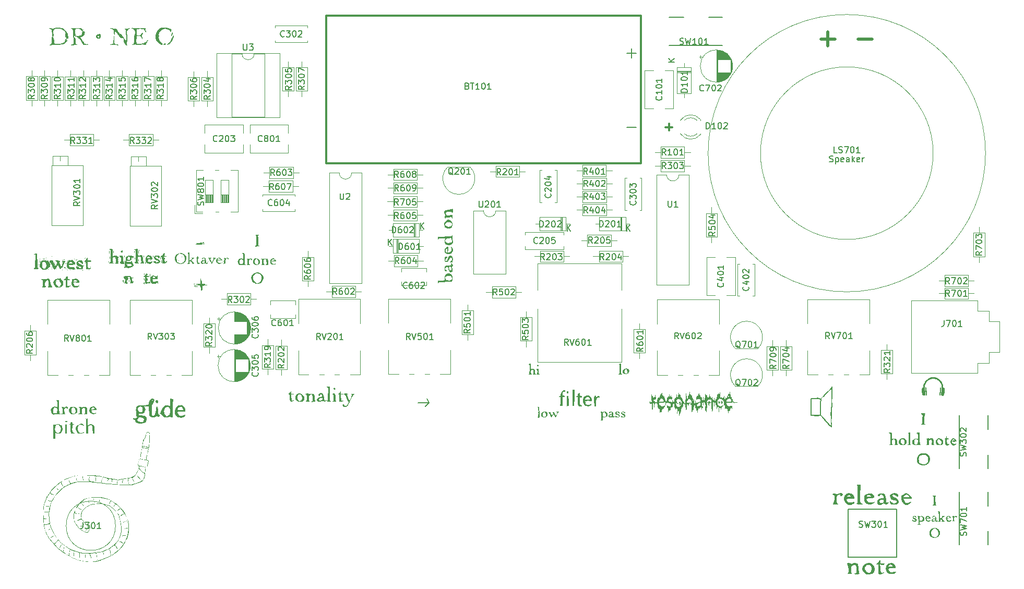
<source format=gbr>
%TF.GenerationSoftware,KiCad,Pcbnew,(6.0.0-0)*%
%TF.CreationDate,2022-12-08T17:20:48+01:00*%
%TF.ProjectId,drone_o_tron_1_0Rev1,64726f6e-655f-46f5-9f74-726f6e5f315f,rev?*%
%TF.SameCoordinates,Original*%
%TF.FileFunction,Legend,Top*%
%TF.FilePolarity,Positive*%
%FSLAX46Y46*%
G04 Gerber Fmt 4.6, Leading zero omitted, Abs format (unit mm)*
G04 Created by KiCad (PCBNEW (6.0.0-0)) date 2022-12-08 17:20:48*
%MOMM*%
%LPD*%
G01*
G04 APERTURE LIST*
%ADD10C,0.000000*%
%ADD11C,0.150000*%
%ADD12C,0.300000*%
%ADD13C,0.500000*%
%ADD14C,0.120000*%
%ADD15C,0.350000*%
G04 APERTURE END LIST*
D10*
G36*
X29505176Y-3425798D02*
G01*
X29527114Y-3513554D01*
X29530248Y-3632650D01*
X29498907Y-3679662D01*
X29310860Y-4015012D01*
X29266983Y-4033817D01*
X29241910Y-3993073D01*
X29235642Y-3936659D01*
X29241910Y-3805026D01*
X29282653Y-3654589D01*
X29339067Y-3544895D01*
X29433091Y-3400725D01*
X29467566Y-3391323D01*
X29505176Y-3425798D01*
G37*
G36*
X28518501Y-2699122D02*
G01*
X28800438Y-2713219D01*
X29040085Y-2833042D01*
X29258587Y-2931720D01*
X29286780Y-3030398D01*
X29258587Y-3241851D01*
X29159908Y-3375772D01*
X29096473Y-3291190D01*
X28990746Y-3107931D01*
X28793390Y-2974011D01*
X28581937Y-2889430D01*
X28321145Y-2868284D01*
X28003965Y-2917623D01*
X27771367Y-3023350D01*
X27566962Y-3150222D01*
X27390752Y-3340529D01*
X27249783Y-3573128D01*
X27214541Y-3707048D01*
X27221589Y-3819823D01*
X27249783Y-3996034D01*
X27228638Y-4277971D01*
X27270928Y-4503521D01*
X27404848Y-4778410D01*
X27531720Y-4982814D01*
X27722028Y-5130832D01*
X27898239Y-5250655D01*
X27870045Y-5335236D01*
X27792512Y-5384575D01*
X27800000Y-5400000D01*
X27722028Y-5426866D01*
X27602205Y-5426866D01*
X27129959Y-5137880D01*
X26819828Y-4693829D01*
X26714102Y-4327310D01*
X26664763Y-3988985D01*
X26685908Y-3862113D01*
X26897361Y-3389868D01*
X27151105Y-3030398D01*
X27496478Y-2769606D01*
X27644495Y-2677977D01*
X27954626Y-2663880D01*
X28166079Y-2663880D01*
X28518501Y-2699122D01*
G37*
D11*
X71100000Y-63500000D02*
X70700000Y-62900000D01*
X69250000Y-63500000D02*
X70950000Y-63500000D01*
D10*
G36*
X29649345Y-4165450D02*
G01*
X29608601Y-4394240D01*
X29511444Y-4616762D01*
X29411152Y-4776602D01*
X29373543Y-4807943D01*
X29257580Y-4989722D01*
X29176093Y-5096282D01*
X29113411Y-5165233D01*
X29003717Y-5221647D01*
X29003717Y-5281195D01*
X28947303Y-5331341D01*
X28872084Y-5372084D01*
X28771792Y-5409694D01*
X28649562Y-5428498D01*
X28596282Y-5419096D01*
X28721647Y-5243585D01*
X28850145Y-5127623D01*
X28966108Y-5071209D01*
X29069533Y-4920772D01*
X29169825Y-4770334D01*
X29226239Y-4629299D01*
X29229373Y-4547812D01*
X29345336Y-4394240D01*
X29379811Y-4281412D01*
X29517712Y-4065158D01*
X29599199Y-3936659D01*
X29649345Y-3895916D01*
X29649345Y-4165450D01*
G37*
D11*
X71100000Y-63500000D02*
X70500000Y-64100000D01*
D10*
G36*
X28336150Y-5224781D02*
G01*
X28345553Y-5281195D01*
X28311077Y-5356414D01*
X28232725Y-5434766D01*
X28154372Y-5478644D01*
X28094823Y-5494315D01*
X28025873Y-5484912D01*
X27966325Y-5403425D01*
X28176310Y-5196574D01*
X28336150Y-5224781D01*
G37*
D11*
X136038095Y-24404761D02*
X136180952Y-24452380D01*
X136419047Y-24452380D01*
X136514285Y-24404761D01*
X136561904Y-24357142D01*
X136609523Y-24261904D01*
X136609523Y-24166666D01*
X136561904Y-24071428D01*
X136514285Y-24023809D01*
X136419047Y-23976190D01*
X136228571Y-23928571D01*
X136133333Y-23880952D01*
X136085714Y-23833333D01*
X136038095Y-23738095D01*
X136038095Y-23642857D01*
X136085714Y-23547619D01*
X136133333Y-23500000D01*
X136228571Y-23452380D01*
X136466666Y-23452380D01*
X136609523Y-23500000D01*
X137038095Y-23785714D02*
X137038095Y-24785714D01*
X137038095Y-23833333D02*
X137133333Y-23785714D01*
X137323809Y-23785714D01*
X137419047Y-23833333D01*
X137466666Y-23880952D01*
X137514285Y-23976190D01*
X137514285Y-24261904D01*
X137466666Y-24357142D01*
X137419047Y-24404761D01*
X137323809Y-24452380D01*
X137133333Y-24452380D01*
X137038095Y-24404761D01*
X138323809Y-24404761D02*
X138228571Y-24452380D01*
X138038095Y-24452380D01*
X137942857Y-24404761D01*
X137895238Y-24309523D01*
X137895238Y-23928571D01*
X137942857Y-23833333D01*
X138038095Y-23785714D01*
X138228571Y-23785714D01*
X138323809Y-23833333D01*
X138371428Y-23928571D01*
X138371428Y-24023809D01*
X137895238Y-24119047D01*
X139228571Y-24452380D02*
X139228571Y-23928571D01*
X139180952Y-23833333D01*
X139085714Y-23785714D01*
X138895238Y-23785714D01*
X138800000Y-23833333D01*
X139228571Y-24404761D02*
X139133333Y-24452380D01*
X138895238Y-24452380D01*
X138800000Y-24404761D01*
X138752380Y-24309523D01*
X138752380Y-24214285D01*
X138800000Y-24119047D01*
X138895238Y-24071428D01*
X139133333Y-24071428D01*
X139228571Y-24023809D01*
X139704761Y-24452380D02*
X139704761Y-23452380D01*
X139800000Y-24071428D02*
X140085714Y-24452380D01*
X140085714Y-23785714D02*
X139704761Y-24166666D01*
X140895238Y-24404761D02*
X140800000Y-24452380D01*
X140609523Y-24452380D01*
X140514285Y-24404761D01*
X140466666Y-24309523D01*
X140466666Y-23928571D01*
X140514285Y-23833333D01*
X140609523Y-23785714D01*
X140800000Y-23785714D01*
X140895238Y-23833333D01*
X140942857Y-23928571D01*
X140942857Y-24023809D01*
X140466666Y-24119047D01*
X141371428Y-24452380D02*
X141371428Y-23785714D01*
X141371428Y-23976190D02*
X141419047Y-23880952D01*
X141466666Y-23833333D01*
X141561904Y-23785714D01*
X141657142Y-23785714D01*
D12*
X110554805Y-18798300D02*
X109411948Y-18798300D01*
X109983377Y-19369729D02*
X109983377Y-18226872D01*
D13*
X134640519Y-4505443D02*
X136926234Y-4505443D01*
X135783377Y-5648300D02*
X135783377Y-3362586D01*
X140640519Y-4505443D02*
X142926234Y-4505443D01*
D11*
%TO.C,R320*%
X35852380Y-53709047D02*
X35376190Y-54042380D01*
X35852380Y-54280476D02*
X34852380Y-54280476D01*
X34852380Y-53899523D01*
X34900000Y-53804285D01*
X34947619Y-53756666D01*
X35042857Y-53709047D01*
X35185714Y-53709047D01*
X35280952Y-53756666D01*
X35328571Y-53804285D01*
X35376190Y-53899523D01*
X35376190Y-54280476D01*
X34852380Y-53375714D02*
X34852380Y-52756666D01*
X35233333Y-53090000D01*
X35233333Y-52947142D01*
X35280952Y-52851904D01*
X35328571Y-52804285D01*
X35423809Y-52756666D01*
X35661904Y-52756666D01*
X35757142Y-52804285D01*
X35804761Y-52851904D01*
X35852380Y-52947142D01*
X35852380Y-53232857D01*
X35804761Y-53328095D01*
X35757142Y-53375714D01*
X34947619Y-52375714D02*
X34900000Y-52328095D01*
X34852380Y-52232857D01*
X34852380Y-51994761D01*
X34900000Y-51899523D01*
X34947619Y-51851904D01*
X35042857Y-51804285D01*
X35138095Y-51804285D01*
X35280952Y-51851904D01*
X35852380Y-52423333D01*
X35852380Y-51804285D01*
X34852380Y-51185238D02*
X34852380Y-51090000D01*
X34900000Y-50994761D01*
X34947619Y-50947142D01*
X35042857Y-50899523D01*
X35233333Y-50851904D01*
X35471428Y-50851904D01*
X35661904Y-50899523D01*
X35757142Y-50947142D01*
X35804761Y-50994761D01*
X35852380Y-51090000D01*
X35852380Y-51185238D01*
X35804761Y-51280476D01*
X35757142Y-51328095D01*
X35661904Y-51375714D01*
X35471428Y-51423333D01*
X35233333Y-51423333D01*
X35042857Y-51375714D01*
X34947619Y-51328095D01*
X34900000Y-51280476D01*
X34852380Y-51185238D01*
%TO.C,R307*%
X50852380Y-12119047D02*
X50376190Y-12452380D01*
X50852380Y-12690476D02*
X49852380Y-12690476D01*
X49852380Y-12309523D01*
X49900000Y-12214285D01*
X49947619Y-12166666D01*
X50042857Y-12119047D01*
X50185714Y-12119047D01*
X50280952Y-12166666D01*
X50328571Y-12214285D01*
X50376190Y-12309523D01*
X50376190Y-12690476D01*
X49852380Y-11785714D02*
X49852380Y-11166666D01*
X50233333Y-11500000D01*
X50233333Y-11357142D01*
X50280952Y-11261904D01*
X50328571Y-11214285D01*
X50423809Y-11166666D01*
X50661904Y-11166666D01*
X50757142Y-11214285D01*
X50804761Y-11261904D01*
X50852380Y-11357142D01*
X50852380Y-11642857D01*
X50804761Y-11738095D01*
X50757142Y-11785714D01*
X49852380Y-10547619D02*
X49852380Y-10452380D01*
X49900000Y-10357142D01*
X49947619Y-10309523D01*
X50042857Y-10261904D01*
X50233333Y-10214285D01*
X50471428Y-10214285D01*
X50661904Y-10261904D01*
X50757142Y-10309523D01*
X50804761Y-10357142D01*
X50852380Y-10452380D01*
X50852380Y-10547619D01*
X50804761Y-10642857D01*
X50757142Y-10690476D01*
X50661904Y-10738095D01*
X50471428Y-10785714D01*
X50233333Y-10785714D01*
X50042857Y-10738095D01*
X49947619Y-10690476D01*
X49900000Y-10642857D01*
X49852380Y-10547619D01*
X49852380Y-9880952D02*
X49852380Y-9214285D01*
X50852380Y-9642857D01*
%TO.C,R204*%
X99424329Y-40343538D02*
X99090996Y-39867348D01*
X98852900Y-40343538D02*
X98852900Y-39343538D01*
X99233853Y-39343538D01*
X99329091Y-39391158D01*
X99376710Y-39438777D01*
X99424329Y-39534015D01*
X99424329Y-39676872D01*
X99376710Y-39772110D01*
X99329091Y-39819729D01*
X99233853Y-39867348D01*
X98852900Y-39867348D01*
X99805281Y-39438777D02*
X99852900Y-39391158D01*
X99948138Y-39343538D01*
X100186234Y-39343538D01*
X100281472Y-39391158D01*
X100329091Y-39438777D01*
X100376710Y-39534015D01*
X100376710Y-39629253D01*
X100329091Y-39772110D01*
X99757662Y-40343538D01*
X100376710Y-40343538D01*
X100995757Y-39343538D02*
X101090996Y-39343538D01*
X101186234Y-39391158D01*
X101233853Y-39438777D01*
X101281472Y-39534015D01*
X101329091Y-39724491D01*
X101329091Y-39962586D01*
X101281472Y-40153062D01*
X101233853Y-40248300D01*
X101186234Y-40295919D01*
X101090996Y-40343538D01*
X100995757Y-40343538D01*
X100900519Y-40295919D01*
X100852900Y-40248300D01*
X100805281Y-40153062D01*
X100757662Y-39962586D01*
X100757662Y-39724491D01*
X100805281Y-39534015D01*
X100852900Y-39438777D01*
X100900519Y-39391158D01*
X100995757Y-39343538D01*
X102186234Y-39676872D02*
X102186234Y-40343538D01*
X101948138Y-39295919D02*
X101710043Y-40010205D01*
X102329091Y-40010205D01*
%TO.C,C401*%
X118757142Y-44119047D02*
X118804761Y-44166666D01*
X118852380Y-44309523D01*
X118852380Y-44404761D01*
X118804761Y-44547619D01*
X118709523Y-44642857D01*
X118614285Y-44690476D01*
X118423809Y-44738095D01*
X118280952Y-44738095D01*
X118090476Y-44690476D01*
X117995238Y-44642857D01*
X117900000Y-44547619D01*
X117852380Y-44404761D01*
X117852380Y-44309523D01*
X117900000Y-44166666D01*
X117947619Y-44119047D01*
X118185714Y-43261904D02*
X118852380Y-43261904D01*
X117804761Y-43500000D02*
X118519047Y-43738095D01*
X118519047Y-43119047D01*
X117852380Y-42547619D02*
X117852380Y-42452380D01*
X117900000Y-42357142D01*
X117947619Y-42309523D01*
X118042857Y-42261904D01*
X118233333Y-42214285D01*
X118471428Y-42214285D01*
X118661904Y-42261904D01*
X118757142Y-42309523D01*
X118804761Y-42357142D01*
X118852380Y-42452380D01*
X118852380Y-42547619D01*
X118804761Y-42642857D01*
X118757142Y-42690476D01*
X118661904Y-42738095D01*
X118471428Y-42785714D01*
X118233333Y-42785714D01*
X118042857Y-42738095D01*
X117947619Y-42690476D01*
X117900000Y-42642857D01*
X117852380Y-42547619D01*
X118852380Y-41261904D02*
X118852380Y-41833333D01*
X118852380Y-41547619D02*
X117852380Y-41547619D01*
X117995238Y-41642857D01*
X118090476Y-41738095D01*
X118138095Y-41833333D01*
%TO.C,SW302*%
X158164937Y-72185714D02*
X158212556Y-72042857D01*
X158212556Y-71804761D01*
X158164937Y-71709523D01*
X158117318Y-71661904D01*
X158022080Y-71614285D01*
X157926842Y-71614285D01*
X157831604Y-71661904D01*
X157783985Y-71709523D01*
X157736366Y-71804761D01*
X157688747Y-71995238D01*
X157641128Y-72090476D01*
X157593509Y-72138095D01*
X157498271Y-72185714D01*
X157403033Y-72185714D01*
X157307795Y-72138095D01*
X157260176Y-72090476D01*
X157212556Y-71995238D01*
X157212556Y-71757142D01*
X157260176Y-71614285D01*
X157212556Y-71280952D02*
X158212556Y-71042857D01*
X157498271Y-70852380D01*
X158212556Y-70661904D01*
X157212556Y-70423809D01*
X157212556Y-70138095D02*
X157212556Y-69519047D01*
X157593509Y-69852380D01*
X157593509Y-69709523D01*
X157641128Y-69614285D01*
X157688747Y-69566666D01*
X157783985Y-69519047D01*
X158022080Y-69519047D01*
X158117318Y-69566666D01*
X158164937Y-69614285D01*
X158212556Y-69709523D01*
X158212556Y-69995238D01*
X158164937Y-70090476D01*
X158117318Y-70138095D01*
X157212556Y-68900000D02*
X157212556Y-68804761D01*
X157260176Y-68709523D01*
X157307795Y-68661904D01*
X157403033Y-68614285D01*
X157593509Y-68566666D01*
X157831604Y-68566666D01*
X158022080Y-68614285D01*
X158117318Y-68661904D01*
X158164937Y-68709523D01*
X158212556Y-68804761D01*
X158212556Y-68900000D01*
X158164937Y-68995238D01*
X158117318Y-69042857D01*
X158022080Y-69090476D01*
X157831604Y-69138095D01*
X157593509Y-69138095D01*
X157403033Y-69090476D01*
X157307795Y-69042857D01*
X157260176Y-68995238D01*
X157212556Y-68900000D01*
X157307795Y-68185714D02*
X157260176Y-68138095D01*
X157212556Y-68042857D01*
X157212556Y-67804761D01*
X157260176Y-67709523D01*
X157307795Y-67661904D01*
X157403033Y-67614285D01*
X157498271Y-67614285D01*
X157641128Y-67661904D01*
X158212556Y-68233333D01*
X158212556Y-67614285D01*
%TO.C,R402*%
X96774329Y-28443538D02*
X96440996Y-27967348D01*
X96202900Y-28443538D02*
X96202900Y-27443538D01*
X96583853Y-27443538D01*
X96679091Y-27491158D01*
X96726710Y-27538777D01*
X96774329Y-27634015D01*
X96774329Y-27776872D01*
X96726710Y-27872110D01*
X96679091Y-27919729D01*
X96583853Y-27967348D01*
X96202900Y-27967348D01*
X97631472Y-27776872D02*
X97631472Y-28443538D01*
X97393377Y-27395919D02*
X97155281Y-28110205D01*
X97774329Y-28110205D01*
X98345757Y-27443538D02*
X98440996Y-27443538D01*
X98536234Y-27491158D01*
X98583853Y-27538777D01*
X98631472Y-27634015D01*
X98679091Y-27824491D01*
X98679091Y-28062586D01*
X98631472Y-28253062D01*
X98583853Y-28348300D01*
X98536234Y-28395919D01*
X98440996Y-28443538D01*
X98345757Y-28443538D01*
X98250519Y-28395919D01*
X98202900Y-28348300D01*
X98155281Y-28253062D01*
X98107662Y-28062586D01*
X98107662Y-27824491D01*
X98155281Y-27634015D01*
X98202900Y-27538777D01*
X98250519Y-27491158D01*
X98345757Y-27443538D01*
X99060043Y-27538777D02*
X99107662Y-27491158D01*
X99202900Y-27443538D01*
X99440996Y-27443538D01*
X99536234Y-27491158D01*
X99583853Y-27538777D01*
X99631472Y-27634015D01*
X99631472Y-27729253D01*
X99583853Y-27872110D01*
X99012424Y-28443538D01*
X99631472Y-28443538D01*
%TO.C,R605*%
X66080952Y-33652380D02*
X65747619Y-33176190D01*
X65509523Y-33652380D02*
X65509523Y-32652380D01*
X65890476Y-32652380D01*
X65985714Y-32700000D01*
X66033333Y-32747619D01*
X66080952Y-32842857D01*
X66080952Y-32985714D01*
X66033333Y-33080952D01*
X65985714Y-33128571D01*
X65890476Y-33176190D01*
X65509523Y-33176190D01*
X66938095Y-32652380D02*
X66747619Y-32652380D01*
X66652380Y-32700000D01*
X66604761Y-32747619D01*
X66509523Y-32890476D01*
X66461904Y-33080952D01*
X66461904Y-33461904D01*
X66509523Y-33557142D01*
X66557142Y-33604761D01*
X66652380Y-33652380D01*
X66842857Y-33652380D01*
X66938095Y-33604761D01*
X66985714Y-33557142D01*
X67033333Y-33461904D01*
X67033333Y-33223809D01*
X66985714Y-33128571D01*
X66938095Y-33080952D01*
X66842857Y-33033333D01*
X66652380Y-33033333D01*
X66557142Y-33080952D01*
X66509523Y-33128571D01*
X66461904Y-33223809D01*
X67652380Y-32652380D02*
X67747619Y-32652380D01*
X67842857Y-32700000D01*
X67890476Y-32747619D01*
X67938095Y-32842857D01*
X67985714Y-33033333D01*
X67985714Y-33271428D01*
X67938095Y-33461904D01*
X67890476Y-33557142D01*
X67842857Y-33604761D01*
X67747619Y-33652380D01*
X67652380Y-33652380D01*
X67557142Y-33604761D01*
X67509523Y-33557142D01*
X67461904Y-33461904D01*
X67414285Y-33271428D01*
X67414285Y-33033333D01*
X67461904Y-32842857D01*
X67509523Y-32747619D01*
X67557142Y-32700000D01*
X67652380Y-32652380D01*
X68890476Y-32652380D02*
X68414285Y-32652380D01*
X68366666Y-33128571D01*
X68414285Y-33080952D01*
X68509523Y-33033333D01*
X68747619Y-33033333D01*
X68842857Y-33080952D01*
X68890476Y-33128571D01*
X68938095Y-33223809D01*
X68938095Y-33461904D01*
X68890476Y-33557142D01*
X68842857Y-33604761D01*
X68747619Y-33652380D01*
X68509523Y-33652380D01*
X68414285Y-33604761D01*
X68366666Y-33557142D01*
%TO.C,R205*%
X97564329Y-37643538D02*
X97230996Y-37167348D01*
X96992900Y-37643538D02*
X96992900Y-36643538D01*
X97373853Y-36643538D01*
X97469091Y-36691158D01*
X97516710Y-36738777D01*
X97564329Y-36834015D01*
X97564329Y-36976872D01*
X97516710Y-37072110D01*
X97469091Y-37119729D01*
X97373853Y-37167348D01*
X96992900Y-37167348D01*
X97945281Y-36738777D02*
X97992900Y-36691158D01*
X98088138Y-36643538D01*
X98326234Y-36643538D01*
X98421472Y-36691158D01*
X98469091Y-36738777D01*
X98516710Y-36834015D01*
X98516710Y-36929253D01*
X98469091Y-37072110D01*
X97897662Y-37643538D01*
X98516710Y-37643538D01*
X99135757Y-36643538D02*
X99230996Y-36643538D01*
X99326234Y-36691158D01*
X99373853Y-36738777D01*
X99421472Y-36834015D01*
X99469091Y-37024491D01*
X99469091Y-37262586D01*
X99421472Y-37453062D01*
X99373853Y-37548300D01*
X99326234Y-37595919D01*
X99230996Y-37643538D01*
X99135757Y-37643538D01*
X99040519Y-37595919D01*
X98992900Y-37548300D01*
X98945281Y-37453062D01*
X98897662Y-37262586D01*
X98897662Y-37024491D01*
X98945281Y-36834015D01*
X98992900Y-36738777D01*
X99040519Y-36691158D01*
X99135757Y-36643538D01*
X100373853Y-36643538D02*
X99897662Y-36643538D01*
X99850043Y-37119729D01*
X99897662Y-37072110D01*
X99992900Y-37024491D01*
X100230996Y-37024491D01*
X100326234Y-37072110D01*
X100373853Y-37119729D01*
X100421472Y-37214967D01*
X100421472Y-37453062D01*
X100373853Y-37548300D01*
X100326234Y-37595919D01*
X100230996Y-37643538D01*
X99992900Y-37643538D01*
X99897662Y-37595919D01*
X99850043Y-37548300D01*
%TO.C,SW701*%
X158204761Y-85085714D02*
X158252380Y-84942857D01*
X158252380Y-84704761D01*
X158204761Y-84609523D01*
X158157142Y-84561904D01*
X158061904Y-84514285D01*
X157966666Y-84514285D01*
X157871428Y-84561904D01*
X157823809Y-84609523D01*
X157776190Y-84704761D01*
X157728571Y-84895238D01*
X157680952Y-84990476D01*
X157633333Y-85038095D01*
X157538095Y-85085714D01*
X157442857Y-85085714D01*
X157347619Y-85038095D01*
X157300000Y-84990476D01*
X157252380Y-84895238D01*
X157252380Y-84657142D01*
X157300000Y-84514285D01*
X157252380Y-84180952D02*
X158252380Y-83942857D01*
X157538095Y-83752380D01*
X158252380Y-83561904D01*
X157252380Y-83323809D01*
X157252380Y-83038095D02*
X157252380Y-82371428D01*
X158252380Y-82800000D01*
X157252380Y-81800000D02*
X157252380Y-81704761D01*
X157300000Y-81609523D01*
X157347619Y-81561904D01*
X157442857Y-81514285D01*
X157633333Y-81466666D01*
X157871428Y-81466666D01*
X158061904Y-81514285D01*
X158157142Y-81561904D01*
X158204761Y-81609523D01*
X158252380Y-81704761D01*
X158252380Y-81800000D01*
X158204761Y-81895238D01*
X158157142Y-81942857D01*
X158061904Y-81990476D01*
X157871428Y-82038095D01*
X157633333Y-82038095D01*
X157442857Y-81990476D01*
X157347619Y-81942857D01*
X157300000Y-81895238D01*
X157252380Y-81800000D01*
X158252380Y-80514285D02*
X158252380Y-81085714D01*
X158252380Y-80800000D02*
X157252380Y-80800000D01*
X157395238Y-80895238D01*
X157490476Y-80990476D01*
X157538095Y-81085714D01*
%TO.C,R401*%
X96754329Y-26443538D02*
X96420996Y-25967348D01*
X96182900Y-26443538D02*
X96182900Y-25443538D01*
X96563853Y-25443538D01*
X96659091Y-25491158D01*
X96706710Y-25538777D01*
X96754329Y-25634015D01*
X96754329Y-25776872D01*
X96706710Y-25872110D01*
X96659091Y-25919729D01*
X96563853Y-25967348D01*
X96182900Y-25967348D01*
X97611472Y-25776872D02*
X97611472Y-26443538D01*
X97373377Y-25395919D02*
X97135281Y-26110205D01*
X97754329Y-26110205D01*
X98325757Y-25443538D02*
X98420996Y-25443538D01*
X98516234Y-25491158D01*
X98563853Y-25538777D01*
X98611472Y-25634015D01*
X98659091Y-25824491D01*
X98659091Y-26062586D01*
X98611472Y-26253062D01*
X98563853Y-26348300D01*
X98516234Y-26395919D01*
X98420996Y-26443538D01*
X98325757Y-26443538D01*
X98230519Y-26395919D01*
X98182900Y-26348300D01*
X98135281Y-26253062D01*
X98087662Y-26062586D01*
X98087662Y-25824491D01*
X98135281Y-25634015D01*
X98182900Y-25538777D01*
X98230519Y-25491158D01*
X98325757Y-25443538D01*
X99611472Y-26443538D02*
X99040043Y-26443538D01*
X99325757Y-26443538D02*
X99325757Y-25443538D01*
X99230519Y-25586396D01*
X99135281Y-25681634D01*
X99040043Y-25729253D01*
%TO.C,R331*%
X13590952Y-21443538D02*
X13257619Y-20967348D01*
X13019523Y-21443538D02*
X13019523Y-20443538D01*
X13400476Y-20443538D01*
X13495714Y-20491158D01*
X13543333Y-20538777D01*
X13590952Y-20634015D01*
X13590952Y-20776872D01*
X13543333Y-20872110D01*
X13495714Y-20919729D01*
X13400476Y-20967348D01*
X13019523Y-20967348D01*
X13924285Y-20443538D02*
X14543333Y-20443538D01*
X14210000Y-20824491D01*
X14352857Y-20824491D01*
X14448095Y-20872110D01*
X14495714Y-20919729D01*
X14543333Y-21014967D01*
X14543333Y-21253062D01*
X14495714Y-21348300D01*
X14448095Y-21395919D01*
X14352857Y-21443538D01*
X14067142Y-21443538D01*
X13971904Y-21395919D01*
X13924285Y-21348300D01*
X14876666Y-20443538D02*
X15495714Y-20443538D01*
X15162380Y-20824491D01*
X15305238Y-20824491D01*
X15400476Y-20872110D01*
X15448095Y-20919729D01*
X15495714Y-21014967D01*
X15495714Y-21253062D01*
X15448095Y-21348300D01*
X15400476Y-21395919D01*
X15305238Y-21443538D01*
X15019523Y-21443538D01*
X14924285Y-21395919D01*
X14876666Y-21348300D01*
X16448095Y-21443538D02*
X15876666Y-21443538D01*
X16162380Y-21443538D02*
X16162380Y-20443538D01*
X16067142Y-20586396D01*
X15971904Y-20681634D01*
X15876666Y-20729253D01*
%TO.C,R606*%
X51852380Y-42919047D02*
X51376190Y-43252380D01*
X51852380Y-43490476D02*
X50852380Y-43490476D01*
X50852380Y-43109523D01*
X50900000Y-43014285D01*
X50947619Y-42966666D01*
X51042857Y-42919047D01*
X51185714Y-42919047D01*
X51280952Y-42966666D01*
X51328571Y-43014285D01*
X51376190Y-43109523D01*
X51376190Y-43490476D01*
X50852380Y-42061904D02*
X50852380Y-42252380D01*
X50900000Y-42347619D01*
X50947619Y-42395238D01*
X51090476Y-42490476D01*
X51280952Y-42538095D01*
X51661904Y-42538095D01*
X51757142Y-42490476D01*
X51804761Y-42442857D01*
X51852380Y-42347619D01*
X51852380Y-42157142D01*
X51804761Y-42061904D01*
X51757142Y-42014285D01*
X51661904Y-41966666D01*
X51423809Y-41966666D01*
X51328571Y-42014285D01*
X51280952Y-42061904D01*
X51233333Y-42157142D01*
X51233333Y-42347619D01*
X51280952Y-42442857D01*
X51328571Y-42490476D01*
X51423809Y-42538095D01*
X50852380Y-41347619D02*
X50852380Y-41252380D01*
X50900000Y-41157142D01*
X50947619Y-41109523D01*
X51042857Y-41061904D01*
X51233333Y-41014285D01*
X51471428Y-41014285D01*
X51661904Y-41061904D01*
X51757142Y-41109523D01*
X51804761Y-41157142D01*
X51852380Y-41252380D01*
X51852380Y-41347619D01*
X51804761Y-41442857D01*
X51757142Y-41490476D01*
X51661904Y-41538095D01*
X51471428Y-41585714D01*
X51233333Y-41585714D01*
X51042857Y-41538095D01*
X50947619Y-41490476D01*
X50900000Y-41442857D01*
X50852380Y-41347619D01*
X50852380Y-40157142D02*
X50852380Y-40347619D01*
X50900000Y-40442857D01*
X50947619Y-40490476D01*
X51090476Y-40585714D01*
X51280952Y-40633333D01*
X51661904Y-40633333D01*
X51757142Y-40585714D01*
X51804761Y-40538095D01*
X51852380Y-40442857D01*
X51852380Y-40252380D01*
X51804761Y-40157142D01*
X51757142Y-40109523D01*
X51661904Y-40061904D01*
X51423809Y-40061904D01*
X51328571Y-40109523D01*
X51280952Y-40157142D01*
X51233333Y-40252380D01*
X51233333Y-40442857D01*
X51280952Y-40538095D01*
X51328571Y-40585714D01*
X51423809Y-40633333D01*
%TO.C,R709*%
X127352380Y-57409047D02*
X126876190Y-57742380D01*
X127352380Y-57980476D02*
X126352380Y-57980476D01*
X126352380Y-57599523D01*
X126400000Y-57504285D01*
X126447619Y-57456666D01*
X126542857Y-57409047D01*
X126685714Y-57409047D01*
X126780952Y-57456666D01*
X126828571Y-57504285D01*
X126876190Y-57599523D01*
X126876190Y-57980476D01*
X126352380Y-57075714D02*
X126352380Y-56409047D01*
X127352380Y-56837619D01*
X126352380Y-55837619D02*
X126352380Y-55742380D01*
X126400000Y-55647142D01*
X126447619Y-55599523D01*
X126542857Y-55551904D01*
X126733333Y-55504285D01*
X126971428Y-55504285D01*
X127161904Y-55551904D01*
X127257142Y-55599523D01*
X127304761Y-55647142D01*
X127352380Y-55742380D01*
X127352380Y-55837619D01*
X127304761Y-55932857D01*
X127257142Y-55980476D01*
X127161904Y-56028095D01*
X126971428Y-56075714D01*
X126733333Y-56075714D01*
X126542857Y-56028095D01*
X126447619Y-55980476D01*
X126400000Y-55932857D01*
X126352380Y-55837619D01*
X127352380Y-55028095D02*
X127352380Y-54837619D01*
X127304761Y-54742380D01*
X127257142Y-54694761D01*
X127114285Y-54599523D01*
X126923809Y-54551904D01*
X126542857Y-54551904D01*
X126447619Y-54599523D01*
X126400000Y-54647142D01*
X126352380Y-54742380D01*
X126352380Y-54932857D01*
X126400000Y-55028095D01*
X126447619Y-55075714D01*
X126542857Y-55123333D01*
X126780952Y-55123333D01*
X126876190Y-55075714D01*
X126923809Y-55028095D01*
X126971428Y-54932857D01*
X126971428Y-54742380D01*
X126923809Y-54647142D01*
X126876190Y-54599523D01*
X126780952Y-54551904D01*
%TO.C,R206*%
X6752380Y-54919047D02*
X6276190Y-55252380D01*
X6752380Y-55490476D02*
X5752380Y-55490476D01*
X5752380Y-55109523D01*
X5800000Y-55014285D01*
X5847619Y-54966666D01*
X5942857Y-54919047D01*
X6085714Y-54919047D01*
X6180952Y-54966666D01*
X6228571Y-55014285D01*
X6276190Y-55109523D01*
X6276190Y-55490476D01*
X5847619Y-54538095D02*
X5800000Y-54490476D01*
X5752380Y-54395238D01*
X5752380Y-54157142D01*
X5800000Y-54061904D01*
X5847619Y-54014285D01*
X5942857Y-53966666D01*
X6038095Y-53966666D01*
X6180952Y-54014285D01*
X6752380Y-54585714D01*
X6752380Y-53966666D01*
X5752380Y-53347619D02*
X5752380Y-53252380D01*
X5800000Y-53157142D01*
X5847619Y-53109523D01*
X5942857Y-53061904D01*
X6133333Y-53014285D01*
X6371428Y-53014285D01*
X6561904Y-53061904D01*
X6657142Y-53109523D01*
X6704761Y-53157142D01*
X6752380Y-53252380D01*
X6752380Y-53347619D01*
X6704761Y-53442857D01*
X6657142Y-53490476D01*
X6561904Y-53538095D01*
X6371428Y-53585714D01*
X6133333Y-53585714D01*
X5942857Y-53538095D01*
X5847619Y-53490476D01*
X5800000Y-53442857D01*
X5752380Y-53347619D01*
X5752380Y-52157142D02*
X5752380Y-52347619D01*
X5800000Y-52442857D01*
X5847619Y-52490476D01*
X5990476Y-52585714D01*
X6180952Y-52633333D01*
X6561904Y-52633333D01*
X6657142Y-52585714D01*
X6704761Y-52538095D01*
X6752380Y-52442857D01*
X6752380Y-52252380D01*
X6704761Y-52157142D01*
X6657142Y-52109523D01*
X6561904Y-52061904D01*
X6323809Y-52061904D01*
X6228571Y-52109523D01*
X6180952Y-52157142D01*
X6133333Y-52252380D01*
X6133333Y-52442857D01*
X6180952Y-52538095D01*
X6228571Y-52585714D01*
X6323809Y-52633333D01*
%TO.C,RV801*%
X12552380Y-53552380D02*
X12219047Y-53076190D01*
X11980952Y-53552380D02*
X11980952Y-52552380D01*
X12361904Y-52552380D01*
X12457142Y-52600000D01*
X12504761Y-52647619D01*
X12552380Y-52742857D01*
X12552380Y-52885714D01*
X12504761Y-52980952D01*
X12457142Y-53028571D01*
X12361904Y-53076190D01*
X11980952Y-53076190D01*
X12838095Y-52552380D02*
X13171428Y-53552380D01*
X13504761Y-52552380D01*
X13980952Y-52980952D02*
X13885714Y-52933333D01*
X13838095Y-52885714D01*
X13790476Y-52790476D01*
X13790476Y-52742857D01*
X13838095Y-52647619D01*
X13885714Y-52600000D01*
X13980952Y-52552380D01*
X14171428Y-52552380D01*
X14266666Y-52600000D01*
X14314285Y-52647619D01*
X14361904Y-52742857D01*
X14361904Y-52790476D01*
X14314285Y-52885714D01*
X14266666Y-52933333D01*
X14171428Y-52980952D01*
X13980952Y-52980952D01*
X13885714Y-53028571D01*
X13838095Y-53076190D01*
X13790476Y-53171428D01*
X13790476Y-53361904D01*
X13838095Y-53457142D01*
X13885714Y-53504761D01*
X13980952Y-53552380D01*
X14171428Y-53552380D01*
X14266666Y-53504761D01*
X14314285Y-53457142D01*
X14361904Y-53361904D01*
X14361904Y-53171428D01*
X14314285Y-53076190D01*
X14266666Y-53028571D01*
X14171428Y-52980952D01*
X14980952Y-52552380D02*
X15076190Y-52552380D01*
X15171428Y-52600000D01*
X15219047Y-52647619D01*
X15266666Y-52742857D01*
X15314285Y-52933333D01*
X15314285Y-53171428D01*
X15266666Y-53361904D01*
X15219047Y-53457142D01*
X15171428Y-53504761D01*
X15076190Y-53552380D01*
X14980952Y-53552380D01*
X14885714Y-53504761D01*
X14838095Y-53457142D01*
X14790476Y-53361904D01*
X14742857Y-53171428D01*
X14742857Y-52933333D01*
X14790476Y-52742857D01*
X14838095Y-52647619D01*
X14885714Y-52600000D01*
X14980952Y-52552380D01*
X16266666Y-53552380D02*
X15695238Y-53552380D01*
X15980952Y-53552380D02*
X15980952Y-52552380D01*
X15885714Y-52695238D01*
X15790476Y-52790476D01*
X15695238Y-52838095D01*
%TO.C,C702*%
X115614329Y-12848300D02*
X115566710Y-12895919D01*
X115423853Y-12943538D01*
X115328615Y-12943538D01*
X115185757Y-12895919D01*
X115090519Y-12800681D01*
X115042900Y-12705443D01*
X114995281Y-12514967D01*
X114995281Y-12372110D01*
X115042900Y-12181634D01*
X115090519Y-12086396D01*
X115185757Y-11991158D01*
X115328615Y-11943538D01*
X115423853Y-11943538D01*
X115566710Y-11991158D01*
X115614329Y-12038777D01*
X115947662Y-11943538D02*
X116614329Y-11943538D01*
X116185757Y-12943538D01*
X117185757Y-11943538D02*
X117280996Y-11943538D01*
X117376234Y-11991158D01*
X117423853Y-12038777D01*
X117471472Y-12134015D01*
X117519091Y-12324491D01*
X117519091Y-12562586D01*
X117471472Y-12753062D01*
X117423853Y-12848300D01*
X117376234Y-12895919D01*
X117280996Y-12943538D01*
X117185757Y-12943538D01*
X117090519Y-12895919D01*
X117042900Y-12848300D01*
X116995281Y-12753062D01*
X116947662Y-12562586D01*
X116947662Y-12324491D01*
X116995281Y-12134015D01*
X117042900Y-12038777D01*
X117090519Y-11991158D01*
X117185757Y-11943538D01*
X117900043Y-12038777D02*
X117947662Y-11991158D01*
X118042900Y-11943538D01*
X118280996Y-11943538D01*
X118376234Y-11991158D01*
X118423853Y-12038777D01*
X118471472Y-12134015D01*
X118471472Y-12229253D01*
X118423853Y-12372110D01*
X117852424Y-12943538D01*
X118471472Y-12943538D01*
%TO.C,R304*%
X35552380Y-13709047D02*
X35076190Y-14042380D01*
X35552380Y-14280476D02*
X34552380Y-14280476D01*
X34552380Y-13899523D01*
X34600000Y-13804285D01*
X34647619Y-13756666D01*
X34742857Y-13709047D01*
X34885714Y-13709047D01*
X34980952Y-13756666D01*
X35028571Y-13804285D01*
X35076190Y-13899523D01*
X35076190Y-14280476D01*
X34552380Y-13375714D02*
X34552380Y-12756666D01*
X34933333Y-13090000D01*
X34933333Y-12947142D01*
X34980952Y-12851904D01*
X35028571Y-12804285D01*
X35123809Y-12756666D01*
X35361904Y-12756666D01*
X35457142Y-12804285D01*
X35504761Y-12851904D01*
X35552380Y-12947142D01*
X35552380Y-13232857D01*
X35504761Y-13328095D01*
X35457142Y-13375714D01*
X34552380Y-12137619D02*
X34552380Y-12042380D01*
X34600000Y-11947142D01*
X34647619Y-11899523D01*
X34742857Y-11851904D01*
X34933333Y-11804285D01*
X35171428Y-11804285D01*
X35361904Y-11851904D01*
X35457142Y-11899523D01*
X35504761Y-11947142D01*
X35552380Y-12042380D01*
X35552380Y-12137619D01*
X35504761Y-12232857D01*
X35457142Y-12280476D01*
X35361904Y-12328095D01*
X35171428Y-12375714D01*
X34933333Y-12375714D01*
X34742857Y-12328095D01*
X34647619Y-12280476D01*
X34600000Y-12232857D01*
X34552380Y-12137619D01*
X34885714Y-10947142D02*
X35552380Y-10947142D01*
X34504761Y-11185238D02*
X35219047Y-11423333D01*
X35219047Y-10804285D01*
%TO.C,R308*%
X7052380Y-13619047D02*
X6576190Y-13952380D01*
X7052380Y-14190476D02*
X6052380Y-14190476D01*
X6052380Y-13809523D01*
X6100000Y-13714285D01*
X6147619Y-13666666D01*
X6242857Y-13619047D01*
X6385714Y-13619047D01*
X6480952Y-13666666D01*
X6528571Y-13714285D01*
X6576190Y-13809523D01*
X6576190Y-14190476D01*
X6052380Y-13285714D02*
X6052380Y-12666666D01*
X6433333Y-13000000D01*
X6433333Y-12857142D01*
X6480952Y-12761904D01*
X6528571Y-12714285D01*
X6623809Y-12666666D01*
X6861904Y-12666666D01*
X6957142Y-12714285D01*
X7004761Y-12761904D01*
X7052380Y-12857142D01*
X7052380Y-13142857D01*
X7004761Y-13238095D01*
X6957142Y-13285714D01*
X6052380Y-12047619D02*
X6052380Y-11952380D01*
X6100000Y-11857142D01*
X6147619Y-11809523D01*
X6242857Y-11761904D01*
X6433333Y-11714285D01*
X6671428Y-11714285D01*
X6861904Y-11761904D01*
X6957142Y-11809523D01*
X7004761Y-11857142D01*
X7052380Y-11952380D01*
X7052380Y-12047619D01*
X7004761Y-12142857D01*
X6957142Y-12190476D01*
X6861904Y-12238095D01*
X6671428Y-12285714D01*
X6433333Y-12285714D01*
X6242857Y-12238095D01*
X6147619Y-12190476D01*
X6100000Y-12142857D01*
X6052380Y-12047619D01*
X6480952Y-11142857D02*
X6433333Y-11238095D01*
X6385714Y-11285714D01*
X6290476Y-11333333D01*
X6242857Y-11333333D01*
X6147619Y-11285714D01*
X6100000Y-11238095D01*
X6052380Y-11142857D01*
X6052380Y-10952380D01*
X6100000Y-10857142D01*
X6147619Y-10809523D01*
X6242857Y-10761904D01*
X6290476Y-10761904D01*
X6385714Y-10809523D01*
X6433333Y-10857142D01*
X6480952Y-10952380D01*
X6480952Y-11142857D01*
X6528571Y-11238095D01*
X6576190Y-11285714D01*
X6671428Y-11333333D01*
X6861904Y-11333333D01*
X6957142Y-11285714D01*
X7004761Y-11238095D01*
X7052380Y-11142857D01*
X7052380Y-10952380D01*
X7004761Y-10857142D01*
X6957142Y-10809523D01*
X6861904Y-10761904D01*
X6671428Y-10761904D01*
X6576190Y-10809523D01*
X6528571Y-10857142D01*
X6480952Y-10952380D01*
%TO.C,J701*%
X154614285Y-50152380D02*
X154614285Y-50866666D01*
X154566666Y-51009523D01*
X154471428Y-51104761D01*
X154328571Y-51152380D01*
X154233333Y-51152380D01*
X154995238Y-50152380D02*
X155661904Y-50152380D01*
X155233333Y-51152380D01*
X156233333Y-50152380D02*
X156328571Y-50152380D01*
X156423809Y-50200000D01*
X156471428Y-50247619D01*
X156519047Y-50342857D01*
X156566666Y-50533333D01*
X156566666Y-50771428D01*
X156519047Y-50961904D01*
X156471428Y-51057142D01*
X156423809Y-51104761D01*
X156328571Y-51152380D01*
X156233333Y-51152380D01*
X156138095Y-51104761D01*
X156090476Y-51057142D01*
X156042857Y-50961904D01*
X155995238Y-50771428D01*
X155995238Y-50533333D01*
X156042857Y-50342857D01*
X156090476Y-50247619D01*
X156138095Y-50200000D01*
X156233333Y-50152380D01*
X157519047Y-51152380D02*
X156947619Y-51152380D01*
X157233333Y-51152380D02*
X157233333Y-50152380D01*
X157138095Y-50295238D01*
X157042857Y-50390476D01*
X156947619Y-50438095D01*
%TO.C,R704*%
X129452380Y-57410205D02*
X128976190Y-57743538D01*
X129452380Y-57981634D02*
X128452380Y-57981634D01*
X128452380Y-57600681D01*
X128500000Y-57505443D01*
X128547619Y-57457824D01*
X128642857Y-57410205D01*
X128785714Y-57410205D01*
X128880952Y-57457824D01*
X128928571Y-57505443D01*
X128976190Y-57600681D01*
X128976190Y-57981634D01*
X128452380Y-57076872D02*
X128452380Y-56410205D01*
X129452380Y-56838777D01*
X128452380Y-55838777D02*
X128452380Y-55743538D01*
X128500000Y-55648300D01*
X128547619Y-55600681D01*
X128642857Y-55553062D01*
X128833333Y-55505443D01*
X129071428Y-55505443D01*
X129261904Y-55553062D01*
X129357142Y-55600681D01*
X129404761Y-55648300D01*
X129452380Y-55743538D01*
X129452380Y-55838777D01*
X129404761Y-55934015D01*
X129357142Y-55981634D01*
X129261904Y-56029253D01*
X129071428Y-56076872D01*
X128833333Y-56076872D01*
X128642857Y-56029253D01*
X128547619Y-55981634D01*
X128500000Y-55934015D01*
X128452380Y-55838777D01*
X128785714Y-54648300D02*
X129452380Y-54648300D01*
X128404761Y-54886396D02*
X129119047Y-55124491D01*
X129119047Y-54505443D01*
%TO.C,RV601*%
X93635757Y-54193538D02*
X93302424Y-53717348D01*
X93064329Y-54193538D02*
X93064329Y-53193538D01*
X93445281Y-53193538D01*
X93540519Y-53241158D01*
X93588138Y-53288777D01*
X93635757Y-53384015D01*
X93635757Y-53526872D01*
X93588138Y-53622110D01*
X93540519Y-53669729D01*
X93445281Y-53717348D01*
X93064329Y-53717348D01*
X93921472Y-53193538D02*
X94254805Y-54193538D01*
X94588138Y-53193538D01*
X95350043Y-53193538D02*
X95159567Y-53193538D01*
X95064329Y-53241158D01*
X95016710Y-53288777D01*
X94921472Y-53431634D01*
X94873853Y-53622110D01*
X94873853Y-54003062D01*
X94921472Y-54098300D01*
X94969091Y-54145919D01*
X95064329Y-54193538D01*
X95254805Y-54193538D01*
X95350043Y-54145919D01*
X95397662Y-54098300D01*
X95445281Y-54003062D01*
X95445281Y-53764967D01*
X95397662Y-53669729D01*
X95350043Y-53622110D01*
X95254805Y-53574491D01*
X95064329Y-53574491D01*
X94969091Y-53622110D01*
X94921472Y-53669729D01*
X94873853Y-53764967D01*
X96064329Y-53193538D02*
X96159567Y-53193538D01*
X96254805Y-53241158D01*
X96302424Y-53288777D01*
X96350043Y-53384015D01*
X96397662Y-53574491D01*
X96397662Y-53812586D01*
X96350043Y-54003062D01*
X96302424Y-54098300D01*
X96254805Y-54145919D01*
X96159567Y-54193538D01*
X96064329Y-54193538D01*
X95969091Y-54145919D01*
X95921472Y-54098300D01*
X95873853Y-54003062D01*
X95826234Y-53812586D01*
X95826234Y-53574491D01*
X95873853Y-53384015D01*
X95921472Y-53288777D01*
X95969091Y-53241158D01*
X96064329Y-53193538D01*
X97350043Y-54193538D02*
X96778615Y-54193538D01*
X97064329Y-54193538D02*
X97064329Y-53193538D01*
X96969091Y-53336396D01*
X96873853Y-53431634D01*
X96778615Y-53479253D01*
%TO.C,R302*%
X39080952Y-47263332D02*
X38747619Y-46787142D01*
X38509523Y-47263332D02*
X38509523Y-46263332D01*
X38890476Y-46263332D01*
X38985714Y-46310952D01*
X39033333Y-46358571D01*
X39080952Y-46453809D01*
X39080952Y-46596666D01*
X39033333Y-46691904D01*
X38985714Y-46739523D01*
X38890476Y-46787142D01*
X38509523Y-46787142D01*
X39414285Y-46263332D02*
X40033333Y-46263332D01*
X39700000Y-46644285D01*
X39842857Y-46644285D01*
X39938095Y-46691904D01*
X39985714Y-46739523D01*
X40033333Y-46834761D01*
X40033333Y-47072856D01*
X39985714Y-47168094D01*
X39938095Y-47215713D01*
X39842857Y-47263332D01*
X39557142Y-47263332D01*
X39461904Y-47215713D01*
X39414285Y-47168094D01*
X40652380Y-46263332D02*
X40747619Y-46263332D01*
X40842857Y-46310952D01*
X40890476Y-46358571D01*
X40938095Y-46453809D01*
X40985714Y-46644285D01*
X40985714Y-46882380D01*
X40938095Y-47072856D01*
X40890476Y-47168094D01*
X40842857Y-47215713D01*
X40747619Y-47263332D01*
X40652380Y-47263332D01*
X40557142Y-47215713D01*
X40509523Y-47168094D01*
X40461904Y-47072856D01*
X40414285Y-46882380D01*
X40414285Y-46644285D01*
X40461904Y-46453809D01*
X40509523Y-46358571D01*
X40557142Y-46310952D01*
X40652380Y-46263332D01*
X41366666Y-46358571D02*
X41414285Y-46310952D01*
X41509523Y-46263332D01*
X41747619Y-46263332D01*
X41842857Y-46310952D01*
X41890476Y-46358571D01*
X41938095Y-46453809D01*
X41938095Y-46549047D01*
X41890476Y-46691904D01*
X41319047Y-47263332D01*
X41938095Y-47263332D01*
%TO.C,R602*%
X56090952Y-45952380D02*
X55757619Y-45476190D01*
X55519523Y-45952380D02*
X55519523Y-44952380D01*
X55900476Y-44952380D01*
X55995714Y-45000000D01*
X56043333Y-45047619D01*
X56090952Y-45142857D01*
X56090952Y-45285714D01*
X56043333Y-45380952D01*
X55995714Y-45428571D01*
X55900476Y-45476190D01*
X55519523Y-45476190D01*
X56948095Y-44952380D02*
X56757619Y-44952380D01*
X56662380Y-45000000D01*
X56614761Y-45047619D01*
X56519523Y-45190476D01*
X56471904Y-45380952D01*
X56471904Y-45761904D01*
X56519523Y-45857142D01*
X56567142Y-45904761D01*
X56662380Y-45952380D01*
X56852857Y-45952380D01*
X56948095Y-45904761D01*
X56995714Y-45857142D01*
X57043333Y-45761904D01*
X57043333Y-45523809D01*
X56995714Y-45428571D01*
X56948095Y-45380952D01*
X56852857Y-45333333D01*
X56662380Y-45333333D01*
X56567142Y-45380952D01*
X56519523Y-45428571D01*
X56471904Y-45523809D01*
X57662380Y-44952380D02*
X57757619Y-44952380D01*
X57852857Y-45000000D01*
X57900476Y-45047619D01*
X57948095Y-45142857D01*
X57995714Y-45333333D01*
X57995714Y-45571428D01*
X57948095Y-45761904D01*
X57900476Y-45857142D01*
X57852857Y-45904761D01*
X57757619Y-45952380D01*
X57662380Y-45952380D01*
X57567142Y-45904761D01*
X57519523Y-45857142D01*
X57471904Y-45761904D01*
X57424285Y-45571428D01*
X57424285Y-45333333D01*
X57471904Y-45142857D01*
X57519523Y-45047619D01*
X57567142Y-45000000D01*
X57662380Y-44952380D01*
X58376666Y-45047619D02*
X58424285Y-45000000D01*
X58519523Y-44952380D01*
X58757619Y-44952380D01*
X58852857Y-45000000D01*
X58900476Y-45047619D01*
X58948095Y-45142857D01*
X58948095Y-45238095D01*
X58900476Y-45380952D01*
X58329047Y-45952380D01*
X58948095Y-45952380D01*
%TO.C,R601*%
X105752380Y-54629047D02*
X105276190Y-54962380D01*
X105752380Y-55200476D02*
X104752380Y-55200476D01*
X104752380Y-54819523D01*
X104800000Y-54724285D01*
X104847619Y-54676666D01*
X104942857Y-54629047D01*
X105085714Y-54629047D01*
X105180952Y-54676666D01*
X105228571Y-54724285D01*
X105276190Y-54819523D01*
X105276190Y-55200476D01*
X104752380Y-53771904D02*
X104752380Y-53962380D01*
X104800000Y-54057619D01*
X104847619Y-54105238D01*
X104990476Y-54200476D01*
X105180952Y-54248095D01*
X105561904Y-54248095D01*
X105657142Y-54200476D01*
X105704761Y-54152857D01*
X105752380Y-54057619D01*
X105752380Y-53867142D01*
X105704761Y-53771904D01*
X105657142Y-53724285D01*
X105561904Y-53676666D01*
X105323809Y-53676666D01*
X105228571Y-53724285D01*
X105180952Y-53771904D01*
X105133333Y-53867142D01*
X105133333Y-54057619D01*
X105180952Y-54152857D01*
X105228571Y-54200476D01*
X105323809Y-54248095D01*
X104752380Y-53057619D02*
X104752380Y-52962380D01*
X104800000Y-52867142D01*
X104847619Y-52819523D01*
X104942857Y-52771904D01*
X105133333Y-52724285D01*
X105371428Y-52724285D01*
X105561904Y-52771904D01*
X105657142Y-52819523D01*
X105704761Y-52867142D01*
X105752380Y-52962380D01*
X105752380Y-53057619D01*
X105704761Y-53152857D01*
X105657142Y-53200476D01*
X105561904Y-53248095D01*
X105371428Y-53295714D01*
X105133333Y-53295714D01*
X104942857Y-53248095D01*
X104847619Y-53200476D01*
X104800000Y-53152857D01*
X104752380Y-53057619D01*
X105752380Y-51771904D02*
X105752380Y-52343333D01*
X105752380Y-52057619D02*
X104752380Y-52057619D01*
X104895238Y-52152857D01*
X104990476Y-52248095D01*
X105038095Y-52343333D01*
%TO.C,U1*%
X109848095Y-30761849D02*
X109848095Y-31571373D01*
X109895714Y-31666611D01*
X109943333Y-31714230D01*
X110038571Y-31761849D01*
X110229047Y-31761849D01*
X110324285Y-31714230D01*
X110371904Y-31666611D01*
X110419523Y-31571373D01*
X110419523Y-30761849D01*
X111419523Y-31761849D02*
X110848095Y-31761849D01*
X111133809Y-31761849D02*
X111133809Y-30761849D01*
X111038571Y-30904707D01*
X110943333Y-30999945D01*
X110848095Y-31047564D01*
%TO.C,C302*%
X47580952Y-4057142D02*
X47533333Y-4104761D01*
X47390476Y-4152380D01*
X47295238Y-4152380D01*
X47152380Y-4104761D01*
X47057142Y-4009523D01*
X47009523Y-3914285D01*
X46961904Y-3723809D01*
X46961904Y-3580952D01*
X47009523Y-3390476D01*
X47057142Y-3295238D01*
X47152380Y-3200000D01*
X47295238Y-3152380D01*
X47390476Y-3152380D01*
X47533333Y-3200000D01*
X47580952Y-3247619D01*
X47914285Y-3152380D02*
X48533333Y-3152380D01*
X48200000Y-3533333D01*
X48342857Y-3533333D01*
X48438095Y-3580952D01*
X48485714Y-3628571D01*
X48533333Y-3723809D01*
X48533333Y-3961904D01*
X48485714Y-4057142D01*
X48438095Y-4104761D01*
X48342857Y-4152380D01*
X48057142Y-4152380D01*
X47961904Y-4104761D01*
X47914285Y-4057142D01*
X49152380Y-3152380D02*
X49247619Y-3152380D01*
X49342857Y-3200000D01*
X49390476Y-3247619D01*
X49438095Y-3342857D01*
X49485714Y-3533333D01*
X49485714Y-3771428D01*
X49438095Y-3961904D01*
X49390476Y-4057142D01*
X49342857Y-4104761D01*
X49247619Y-4152380D01*
X49152380Y-4152380D01*
X49057142Y-4104761D01*
X49009523Y-4057142D01*
X48961904Y-3961904D01*
X48914285Y-3771428D01*
X48914285Y-3533333D01*
X48961904Y-3342857D01*
X49009523Y-3247619D01*
X49057142Y-3200000D01*
X49152380Y-3152380D01*
X49866666Y-3247619D02*
X49914285Y-3200000D01*
X50009523Y-3152380D01*
X50247619Y-3152380D01*
X50342857Y-3200000D01*
X50390476Y-3247619D01*
X50438095Y-3342857D01*
X50438095Y-3438095D01*
X50390476Y-3580952D01*
X49819047Y-4152380D01*
X50438095Y-4152380D01*
%TO.C,LS701*%
X137240295Y-22987914D02*
X136764105Y-22987914D01*
X136764105Y-21987914D01*
X137526010Y-22940295D02*
X137668867Y-22987914D01*
X137906962Y-22987914D01*
X138002200Y-22940295D01*
X138049819Y-22892676D01*
X138097438Y-22797438D01*
X138097438Y-22702200D01*
X138049819Y-22606962D01*
X138002200Y-22559343D01*
X137906962Y-22511724D01*
X137716486Y-22464105D01*
X137621248Y-22416486D01*
X137573629Y-22368867D01*
X137526010Y-22273629D01*
X137526010Y-22178391D01*
X137573629Y-22083153D01*
X137621248Y-22035534D01*
X137716486Y-21987914D01*
X137954581Y-21987914D01*
X138097438Y-22035534D01*
X138430772Y-21987914D02*
X139097438Y-21987914D01*
X138668867Y-22987914D01*
X139668867Y-21987914D02*
X139764105Y-21987914D01*
X139859343Y-22035534D01*
X139906962Y-22083153D01*
X139954581Y-22178391D01*
X140002200Y-22368867D01*
X140002200Y-22606962D01*
X139954581Y-22797438D01*
X139906962Y-22892676D01*
X139859343Y-22940295D01*
X139764105Y-22987914D01*
X139668867Y-22987914D01*
X139573629Y-22940295D01*
X139526010Y-22892676D01*
X139478391Y-22797438D01*
X139430772Y-22606962D01*
X139430772Y-22368867D01*
X139478391Y-22178391D01*
X139526010Y-22083153D01*
X139573629Y-22035534D01*
X139668867Y-21987914D01*
X140954581Y-22987914D02*
X140383153Y-22987914D01*
X140668867Y-22987914D02*
X140668867Y-21987914D01*
X140573629Y-22130772D01*
X140478391Y-22226010D01*
X140383153Y-22273629D01*
%TO.C,R317*%
X25952380Y-13609047D02*
X25476190Y-13942380D01*
X25952380Y-14180476D02*
X24952380Y-14180476D01*
X24952380Y-13799523D01*
X25000000Y-13704285D01*
X25047619Y-13656666D01*
X25142857Y-13609047D01*
X25285714Y-13609047D01*
X25380952Y-13656666D01*
X25428571Y-13704285D01*
X25476190Y-13799523D01*
X25476190Y-14180476D01*
X24952380Y-13275714D02*
X24952380Y-12656666D01*
X25333333Y-12990000D01*
X25333333Y-12847142D01*
X25380952Y-12751904D01*
X25428571Y-12704285D01*
X25523809Y-12656666D01*
X25761904Y-12656666D01*
X25857142Y-12704285D01*
X25904761Y-12751904D01*
X25952380Y-12847142D01*
X25952380Y-13132857D01*
X25904761Y-13228095D01*
X25857142Y-13275714D01*
X25952380Y-11704285D02*
X25952380Y-12275714D01*
X25952380Y-11990000D02*
X24952380Y-11990000D01*
X25095238Y-12085238D01*
X25190476Y-12180476D01*
X25238095Y-12275714D01*
X24952380Y-11370952D02*
X24952380Y-10704285D01*
X25952380Y-11132857D01*
%TO.C,Q201*%
X74952380Y-26537619D02*
X74857142Y-26490000D01*
X74761904Y-26394761D01*
X74619047Y-26251904D01*
X74523809Y-26204285D01*
X74428571Y-26204285D01*
X74476190Y-26442380D02*
X74380952Y-26394761D01*
X74285714Y-26299523D01*
X74238095Y-26109047D01*
X74238095Y-25775714D01*
X74285714Y-25585238D01*
X74380952Y-25490000D01*
X74476190Y-25442380D01*
X74666666Y-25442380D01*
X74761904Y-25490000D01*
X74857142Y-25585238D01*
X74904761Y-25775714D01*
X74904761Y-26109047D01*
X74857142Y-26299523D01*
X74761904Y-26394761D01*
X74666666Y-26442380D01*
X74476190Y-26442380D01*
X75285714Y-25537619D02*
X75333333Y-25490000D01*
X75428571Y-25442380D01*
X75666666Y-25442380D01*
X75761904Y-25490000D01*
X75809523Y-25537619D01*
X75857142Y-25632857D01*
X75857142Y-25728095D01*
X75809523Y-25870952D01*
X75238095Y-26442380D01*
X75857142Y-26442380D01*
X76476190Y-25442380D02*
X76571428Y-25442380D01*
X76666666Y-25490000D01*
X76714285Y-25537619D01*
X76761904Y-25632857D01*
X76809523Y-25823333D01*
X76809523Y-26061428D01*
X76761904Y-26251904D01*
X76714285Y-26347142D01*
X76666666Y-26394761D01*
X76571428Y-26442380D01*
X76476190Y-26442380D01*
X76380952Y-26394761D01*
X76333333Y-26347142D01*
X76285714Y-26251904D01*
X76238095Y-26061428D01*
X76238095Y-25823333D01*
X76285714Y-25632857D01*
X76333333Y-25537619D01*
X76380952Y-25490000D01*
X76476190Y-25442380D01*
X77761904Y-26442380D02*
X77190476Y-26442380D01*
X77476190Y-26442380D02*
X77476190Y-25442380D01*
X77380952Y-25585238D01*
X77285714Y-25680476D01*
X77190476Y-25728095D01*
%TO.C,C604*%
X45580952Y-31457142D02*
X45533333Y-31504761D01*
X45390476Y-31552380D01*
X45295238Y-31552380D01*
X45152380Y-31504761D01*
X45057142Y-31409523D01*
X45009523Y-31314285D01*
X44961904Y-31123809D01*
X44961904Y-30980952D01*
X45009523Y-30790476D01*
X45057142Y-30695238D01*
X45152380Y-30600000D01*
X45295238Y-30552380D01*
X45390476Y-30552380D01*
X45533333Y-30600000D01*
X45580952Y-30647619D01*
X46438095Y-30552380D02*
X46247619Y-30552380D01*
X46152380Y-30600000D01*
X46104761Y-30647619D01*
X46009523Y-30790476D01*
X45961904Y-30980952D01*
X45961904Y-31361904D01*
X46009523Y-31457142D01*
X46057142Y-31504761D01*
X46152380Y-31552380D01*
X46342857Y-31552380D01*
X46438095Y-31504761D01*
X46485714Y-31457142D01*
X46533333Y-31361904D01*
X46533333Y-31123809D01*
X46485714Y-31028571D01*
X46438095Y-30980952D01*
X46342857Y-30933333D01*
X46152380Y-30933333D01*
X46057142Y-30980952D01*
X46009523Y-31028571D01*
X45961904Y-31123809D01*
X47152380Y-30552380D02*
X47247619Y-30552380D01*
X47342857Y-30600000D01*
X47390476Y-30647619D01*
X47438095Y-30742857D01*
X47485714Y-30933333D01*
X47485714Y-31171428D01*
X47438095Y-31361904D01*
X47390476Y-31457142D01*
X47342857Y-31504761D01*
X47247619Y-31552380D01*
X47152380Y-31552380D01*
X47057142Y-31504761D01*
X47009523Y-31457142D01*
X46961904Y-31361904D01*
X46914285Y-31171428D01*
X46914285Y-30933333D01*
X46961904Y-30742857D01*
X47009523Y-30647619D01*
X47057142Y-30600000D01*
X47152380Y-30552380D01*
X48342857Y-30885714D02*
X48342857Y-31552380D01*
X48104761Y-30504761D02*
X47866666Y-31219047D01*
X48485714Y-31219047D01*
%TO.C,R604*%
X66180952Y-40952380D02*
X65847619Y-40476190D01*
X65609523Y-40952380D02*
X65609523Y-39952380D01*
X65990476Y-39952380D01*
X66085714Y-40000000D01*
X66133333Y-40047619D01*
X66180952Y-40142857D01*
X66180952Y-40285714D01*
X66133333Y-40380952D01*
X66085714Y-40428571D01*
X65990476Y-40476190D01*
X65609523Y-40476190D01*
X67038095Y-39952380D02*
X66847619Y-39952380D01*
X66752380Y-40000000D01*
X66704761Y-40047619D01*
X66609523Y-40190476D01*
X66561904Y-40380952D01*
X66561904Y-40761904D01*
X66609523Y-40857142D01*
X66657142Y-40904761D01*
X66752380Y-40952380D01*
X66942857Y-40952380D01*
X67038095Y-40904761D01*
X67085714Y-40857142D01*
X67133333Y-40761904D01*
X67133333Y-40523809D01*
X67085714Y-40428571D01*
X67038095Y-40380952D01*
X66942857Y-40333333D01*
X66752380Y-40333333D01*
X66657142Y-40380952D01*
X66609523Y-40428571D01*
X66561904Y-40523809D01*
X67752380Y-39952380D02*
X67847619Y-39952380D01*
X67942857Y-40000000D01*
X67990476Y-40047619D01*
X68038095Y-40142857D01*
X68085714Y-40333333D01*
X68085714Y-40571428D01*
X68038095Y-40761904D01*
X67990476Y-40857142D01*
X67942857Y-40904761D01*
X67847619Y-40952380D01*
X67752380Y-40952380D01*
X67657142Y-40904761D01*
X67609523Y-40857142D01*
X67561904Y-40761904D01*
X67514285Y-40571428D01*
X67514285Y-40333333D01*
X67561904Y-40142857D01*
X67609523Y-40047619D01*
X67657142Y-40000000D01*
X67752380Y-39952380D01*
X68942857Y-40285714D02*
X68942857Y-40952380D01*
X68704761Y-39904761D02*
X68466666Y-40619047D01*
X69085714Y-40619047D01*
%TO.C,R504*%
X117468078Y-35841859D02*
X116991888Y-36175192D01*
X117468078Y-36413288D02*
X116468078Y-36413288D01*
X116468078Y-36032335D01*
X116515698Y-35937097D01*
X116563317Y-35889478D01*
X116658555Y-35841859D01*
X116801412Y-35841859D01*
X116896650Y-35889478D01*
X116944269Y-35937097D01*
X116991888Y-36032335D01*
X116991888Y-36413288D01*
X116468078Y-34937097D02*
X116468078Y-35413288D01*
X116944269Y-35460907D01*
X116896650Y-35413288D01*
X116849031Y-35318050D01*
X116849031Y-35079954D01*
X116896650Y-34984716D01*
X116944269Y-34937097D01*
X117039507Y-34889478D01*
X117277602Y-34889478D01*
X117372840Y-34937097D01*
X117420459Y-34984716D01*
X117468078Y-35079954D01*
X117468078Y-35318050D01*
X117420459Y-35413288D01*
X117372840Y-35460907D01*
X116468078Y-34270431D02*
X116468078Y-34175192D01*
X116515698Y-34079954D01*
X116563317Y-34032335D01*
X116658555Y-33984716D01*
X116849031Y-33937097D01*
X117087126Y-33937097D01*
X117277602Y-33984716D01*
X117372840Y-34032335D01*
X117420459Y-34079954D01*
X117468078Y-34175192D01*
X117468078Y-34270431D01*
X117420459Y-34365669D01*
X117372840Y-34413288D01*
X117277602Y-34460907D01*
X117087126Y-34508526D01*
X116849031Y-34508526D01*
X116658555Y-34460907D01*
X116563317Y-34413288D01*
X116515698Y-34365669D01*
X116468078Y-34270431D01*
X116801412Y-33079954D02*
X117468078Y-33079954D01*
X116420459Y-33318050D02*
X117134745Y-33556145D01*
X117134745Y-32937097D01*
%TO.C,C601*%
X46180952Y-50957142D02*
X46133333Y-51004761D01*
X45990476Y-51052380D01*
X45895238Y-51052380D01*
X45752380Y-51004761D01*
X45657142Y-50909523D01*
X45609523Y-50814285D01*
X45561904Y-50623809D01*
X45561904Y-50480952D01*
X45609523Y-50290476D01*
X45657142Y-50195238D01*
X45752380Y-50100000D01*
X45895238Y-50052380D01*
X45990476Y-50052380D01*
X46133333Y-50100000D01*
X46180952Y-50147619D01*
X47038095Y-50052380D02*
X46847619Y-50052380D01*
X46752380Y-50100000D01*
X46704761Y-50147619D01*
X46609523Y-50290476D01*
X46561904Y-50480952D01*
X46561904Y-50861904D01*
X46609523Y-50957142D01*
X46657142Y-51004761D01*
X46752380Y-51052380D01*
X46942857Y-51052380D01*
X47038095Y-51004761D01*
X47085714Y-50957142D01*
X47133333Y-50861904D01*
X47133333Y-50623809D01*
X47085714Y-50528571D01*
X47038095Y-50480952D01*
X46942857Y-50433333D01*
X46752380Y-50433333D01*
X46657142Y-50480952D01*
X46609523Y-50528571D01*
X46561904Y-50623809D01*
X47752380Y-50052380D02*
X47847619Y-50052380D01*
X47942857Y-50100000D01*
X47990476Y-50147619D01*
X48038095Y-50242857D01*
X48085714Y-50433333D01*
X48085714Y-50671428D01*
X48038095Y-50861904D01*
X47990476Y-50957142D01*
X47942857Y-51004761D01*
X47847619Y-51052380D01*
X47752380Y-51052380D01*
X47657142Y-51004761D01*
X47609523Y-50957142D01*
X47561904Y-50861904D01*
X47514285Y-50671428D01*
X47514285Y-50433333D01*
X47561904Y-50242857D01*
X47609523Y-50147619D01*
X47657142Y-50100000D01*
X47752380Y-50052380D01*
X49038095Y-51052380D02*
X48466666Y-51052380D01*
X48752380Y-51052380D02*
X48752380Y-50052380D01*
X48657142Y-50195238D01*
X48561904Y-50290476D01*
X48466666Y-50338095D01*
%TO.C,R703*%
X160752380Y-39009047D02*
X160276190Y-39342380D01*
X160752380Y-39580476D02*
X159752380Y-39580476D01*
X159752380Y-39199523D01*
X159800000Y-39104285D01*
X159847619Y-39056666D01*
X159942857Y-39009047D01*
X160085714Y-39009047D01*
X160180952Y-39056666D01*
X160228571Y-39104285D01*
X160276190Y-39199523D01*
X160276190Y-39580476D01*
X159752380Y-38675714D02*
X159752380Y-38009047D01*
X160752380Y-38437619D01*
X159752380Y-37437619D02*
X159752380Y-37342380D01*
X159800000Y-37247142D01*
X159847619Y-37199523D01*
X159942857Y-37151904D01*
X160133333Y-37104285D01*
X160371428Y-37104285D01*
X160561904Y-37151904D01*
X160657142Y-37199523D01*
X160704761Y-37247142D01*
X160752380Y-37342380D01*
X160752380Y-37437619D01*
X160704761Y-37532857D01*
X160657142Y-37580476D01*
X160561904Y-37628095D01*
X160371428Y-37675714D01*
X160133333Y-37675714D01*
X159942857Y-37628095D01*
X159847619Y-37580476D01*
X159800000Y-37532857D01*
X159752380Y-37437619D01*
X159752380Y-36770952D02*
X159752380Y-36151904D01*
X160133333Y-36485238D01*
X160133333Y-36342380D01*
X160180952Y-36247142D01*
X160228571Y-36199523D01*
X160323809Y-36151904D01*
X160561904Y-36151904D01*
X160657142Y-36199523D01*
X160704761Y-36247142D01*
X160752380Y-36342380D01*
X160752380Y-36628095D01*
X160704761Y-36723333D01*
X160657142Y-36770952D01*
%TO.C,R315*%
X21752380Y-13609047D02*
X21276190Y-13942380D01*
X21752380Y-14180476D02*
X20752380Y-14180476D01*
X20752380Y-13799523D01*
X20800000Y-13704285D01*
X20847619Y-13656666D01*
X20942857Y-13609047D01*
X21085714Y-13609047D01*
X21180952Y-13656666D01*
X21228571Y-13704285D01*
X21276190Y-13799523D01*
X21276190Y-14180476D01*
X20752380Y-13275714D02*
X20752380Y-12656666D01*
X21133333Y-12990000D01*
X21133333Y-12847142D01*
X21180952Y-12751904D01*
X21228571Y-12704285D01*
X21323809Y-12656666D01*
X21561904Y-12656666D01*
X21657142Y-12704285D01*
X21704761Y-12751904D01*
X21752380Y-12847142D01*
X21752380Y-13132857D01*
X21704761Y-13228095D01*
X21657142Y-13275714D01*
X21752380Y-11704285D02*
X21752380Y-12275714D01*
X21752380Y-11990000D02*
X20752380Y-11990000D01*
X20895238Y-12085238D01*
X20990476Y-12180476D01*
X21038095Y-12275714D01*
X20752380Y-10799523D02*
X20752380Y-11275714D01*
X21228571Y-11323333D01*
X21180952Y-11275714D01*
X21133333Y-11180476D01*
X21133333Y-10942380D01*
X21180952Y-10847142D01*
X21228571Y-10799523D01*
X21323809Y-10751904D01*
X21561904Y-10751904D01*
X21657142Y-10799523D01*
X21704761Y-10847142D01*
X21752380Y-10942380D01*
X21752380Y-11180476D01*
X21704761Y-11275714D01*
X21657142Y-11323333D01*
%TO.C,R403*%
X96774329Y-30543538D02*
X96440996Y-30067348D01*
X96202900Y-30543538D02*
X96202900Y-29543538D01*
X96583853Y-29543538D01*
X96679091Y-29591158D01*
X96726710Y-29638777D01*
X96774329Y-29734015D01*
X96774329Y-29876872D01*
X96726710Y-29972110D01*
X96679091Y-30019729D01*
X96583853Y-30067348D01*
X96202900Y-30067348D01*
X97631472Y-29876872D02*
X97631472Y-30543538D01*
X97393377Y-29495919D02*
X97155281Y-30210205D01*
X97774329Y-30210205D01*
X98345757Y-29543538D02*
X98440996Y-29543538D01*
X98536234Y-29591158D01*
X98583853Y-29638777D01*
X98631472Y-29734015D01*
X98679091Y-29924491D01*
X98679091Y-30162586D01*
X98631472Y-30353062D01*
X98583853Y-30448300D01*
X98536234Y-30495919D01*
X98440996Y-30543538D01*
X98345757Y-30543538D01*
X98250519Y-30495919D01*
X98202900Y-30448300D01*
X98155281Y-30353062D01*
X98107662Y-30162586D01*
X98107662Y-29924491D01*
X98155281Y-29734015D01*
X98202900Y-29638777D01*
X98250519Y-29591158D01*
X98345757Y-29543538D01*
X99012424Y-29543538D02*
X99631472Y-29543538D01*
X99298138Y-29924491D01*
X99440996Y-29924491D01*
X99536234Y-29972110D01*
X99583853Y-30019729D01*
X99631472Y-30114967D01*
X99631472Y-30353062D01*
X99583853Y-30448300D01*
X99536234Y-30495919D01*
X99440996Y-30543538D01*
X99155281Y-30543538D01*
X99060043Y-30495919D01*
X99012424Y-30448300D01*
%TO.C,C303*%
X104540519Y-30810205D02*
X104588138Y-30857824D01*
X104635757Y-31000681D01*
X104635757Y-31095919D01*
X104588138Y-31238777D01*
X104492900Y-31334015D01*
X104397662Y-31381634D01*
X104207186Y-31429253D01*
X104064329Y-31429253D01*
X103873853Y-31381634D01*
X103778615Y-31334015D01*
X103683377Y-31238777D01*
X103635757Y-31095919D01*
X103635757Y-31000681D01*
X103683377Y-30857824D01*
X103730996Y-30810205D01*
X103635757Y-30476872D02*
X103635757Y-29857824D01*
X104016710Y-30191158D01*
X104016710Y-30048300D01*
X104064329Y-29953062D01*
X104111948Y-29905443D01*
X104207186Y-29857824D01*
X104445281Y-29857824D01*
X104540519Y-29905443D01*
X104588138Y-29953062D01*
X104635757Y-30048300D01*
X104635757Y-30334015D01*
X104588138Y-30429253D01*
X104540519Y-30476872D01*
X103635757Y-29238777D02*
X103635757Y-29143538D01*
X103683377Y-29048300D01*
X103730996Y-29000681D01*
X103826234Y-28953062D01*
X104016710Y-28905443D01*
X104254805Y-28905443D01*
X104445281Y-28953062D01*
X104540519Y-29000681D01*
X104588138Y-29048300D01*
X104635757Y-29143538D01*
X104635757Y-29238777D01*
X104588138Y-29334015D01*
X104540519Y-29381634D01*
X104445281Y-29429253D01*
X104254805Y-29476872D01*
X104016710Y-29476872D01*
X103826234Y-29429253D01*
X103730996Y-29381634D01*
X103683377Y-29334015D01*
X103635757Y-29238777D01*
X103635757Y-28572110D02*
X103635757Y-27953062D01*
X104016710Y-28286396D01*
X104016710Y-28143538D01*
X104064329Y-28048300D01*
X104111948Y-28000681D01*
X104207186Y-27953062D01*
X104445281Y-27953062D01*
X104540519Y-28000681D01*
X104588138Y-28048300D01*
X104635757Y-28143538D01*
X104635757Y-28429253D01*
X104588138Y-28524491D01*
X104540519Y-28572110D01*
%TO.C,D201*%
X98742900Y-34966840D02*
X98742900Y-33966840D01*
X98980996Y-33966840D01*
X99123853Y-34014460D01*
X99219091Y-34109698D01*
X99266710Y-34204936D01*
X99314329Y-34395412D01*
X99314329Y-34538269D01*
X99266710Y-34728745D01*
X99219091Y-34823983D01*
X99123853Y-34919221D01*
X98980996Y-34966840D01*
X98742900Y-34966840D01*
X99695281Y-34062079D02*
X99742900Y-34014460D01*
X99838138Y-33966840D01*
X100076234Y-33966840D01*
X100171472Y-34014460D01*
X100219091Y-34062079D01*
X100266710Y-34157317D01*
X100266710Y-34252555D01*
X100219091Y-34395412D01*
X99647662Y-34966840D01*
X100266710Y-34966840D01*
X100885757Y-33966840D02*
X100980996Y-33966840D01*
X101076234Y-34014460D01*
X101123853Y-34062079D01*
X101171472Y-34157317D01*
X101219091Y-34347793D01*
X101219091Y-34585888D01*
X101171472Y-34776364D01*
X101123853Y-34871602D01*
X101076234Y-34919221D01*
X100980996Y-34966840D01*
X100885757Y-34966840D01*
X100790519Y-34919221D01*
X100742900Y-34871602D01*
X100695281Y-34776364D01*
X100647662Y-34585888D01*
X100647662Y-34347793D01*
X100695281Y-34157317D01*
X100742900Y-34062079D01*
X100790519Y-34014460D01*
X100885757Y-33966840D01*
X102171472Y-34966840D02*
X101600043Y-34966840D01*
X101885757Y-34966840D02*
X101885757Y-33966840D01*
X101790519Y-34109698D01*
X101695281Y-34204936D01*
X101600043Y-34252555D01*
X103125593Y-35673365D02*
X103125593Y-34673365D01*
X103697021Y-35673365D02*
X103268450Y-35101937D01*
X103697021Y-34673365D02*
X103125593Y-35244794D01*
%TO.C,J301*%
X14914285Y-82952380D02*
X14914285Y-83666666D01*
X14866666Y-83809523D01*
X14771428Y-83904761D01*
X14628571Y-83952380D01*
X14533333Y-83952380D01*
X15295238Y-82952380D02*
X15914285Y-82952380D01*
X15580952Y-83333333D01*
X15723809Y-83333333D01*
X15819047Y-83380952D01*
X15866666Y-83428571D01*
X15914285Y-83523809D01*
X15914285Y-83761904D01*
X15866666Y-83857142D01*
X15819047Y-83904761D01*
X15723809Y-83952380D01*
X15438095Y-83952380D01*
X15342857Y-83904761D01*
X15295238Y-83857142D01*
X16533333Y-82952380D02*
X16628571Y-82952380D01*
X16723809Y-83000000D01*
X16771428Y-83047619D01*
X16819047Y-83142857D01*
X16866666Y-83333333D01*
X16866666Y-83571428D01*
X16819047Y-83761904D01*
X16771428Y-83857142D01*
X16723809Y-83904761D01*
X16628571Y-83952380D01*
X16533333Y-83952380D01*
X16438095Y-83904761D01*
X16390476Y-83857142D01*
X16342857Y-83761904D01*
X16295238Y-83571428D01*
X16295238Y-83333333D01*
X16342857Y-83142857D01*
X16390476Y-83047619D01*
X16438095Y-83000000D01*
X16533333Y-82952380D01*
X17819047Y-83952380D02*
X17247619Y-83952380D01*
X17533333Y-83952380D02*
X17533333Y-82952380D01*
X17438095Y-83095238D01*
X17342857Y-83190476D01*
X17247619Y-83238095D01*
%TO.C,R502*%
X82080952Y-46052380D02*
X81747619Y-45576190D01*
X81509523Y-46052380D02*
X81509523Y-45052380D01*
X81890476Y-45052380D01*
X81985714Y-45100000D01*
X82033333Y-45147619D01*
X82080952Y-45242857D01*
X82080952Y-45385714D01*
X82033333Y-45480952D01*
X81985714Y-45528571D01*
X81890476Y-45576190D01*
X81509523Y-45576190D01*
X82985714Y-45052380D02*
X82509523Y-45052380D01*
X82461904Y-45528571D01*
X82509523Y-45480952D01*
X82604761Y-45433333D01*
X82842857Y-45433333D01*
X82938095Y-45480952D01*
X82985714Y-45528571D01*
X83033333Y-45623809D01*
X83033333Y-45861904D01*
X82985714Y-45957142D01*
X82938095Y-46004761D01*
X82842857Y-46052380D01*
X82604761Y-46052380D01*
X82509523Y-46004761D01*
X82461904Y-45957142D01*
X83652380Y-45052380D02*
X83747619Y-45052380D01*
X83842857Y-45100000D01*
X83890476Y-45147619D01*
X83938095Y-45242857D01*
X83985714Y-45433333D01*
X83985714Y-45671428D01*
X83938095Y-45861904D01*
X83890476Y-45957142D01*
X83842857Y-46004761D01*
X83747619Y-46052380D01*
X83652380Y-46052380D01*
X83557142Y-46004761D01*
X83509523Y-45957142D01*
X83461904Y-45861904D01*
X83414285Y-45671428D01*
X83414285Y-45433333D01*
X83461904Y-45242857D01*
X83509523Y-45147619D01*
X83557142Y-45100000D01*
X83652380Y-45052380D01*
X84366666Y-45147619D02*
X84414285Y-45100000D01*
X84509523Y-45052380D01*
X84747619Y-45052380D01*
X84842857Y-45100000D01*
X84890476Y-45147619D01*
X84938095Y-45242857D01*
X84938095Y-45338095D01*
X84890476Y-45480952D01*
X84319047Y-46052380D01*
X84938095Y-46052380D01*
%TO.C,R314*%
X19652380Y-13629047D02*
X19176190Y-13962380D01*
X19652380Y-14200476D02*
X18652380Y-14200476D01*
X18652380Y-13819523D01*
X18700000Y-13724285D01*
X18747619Y-13676666D01*
X18842857Y-13629047D01*
X18985714Y-13629047D01*
X19080952Y-13676666D01*
X19128571Y-13724285D01*
X19176190Y-13819523D01*
X19176190Y-14200476D01*
X18652380Y-13295714D02*
X18652380Y-12676666D01*
X19033333Y-13010000D01*
X19033333Y-12867142D01*
X19080952Y-12771904D01*
X19128571Y-12724285D01*
X19223809Y-12676666D01*
X19461904Y-12676666D01*
X19557142Y-12724285D01*
X19604761Y-12771904D01*
X19652380Y-12867142D01*
X19652380Y-13152857D01*
X19604761Y-13248095D01*
X19557142Y-13295714D01*
X19652380Y-11724285D02*
X19652380Y-12295714D01*
X19652380Y-12010000D02*
X18652380Y-12010000D01*
X18795238Y-12105238D01*
X18890476Y-12200476D01*
X18938095Y-12295714D01*
X18985714Y-10867142D02*
X19652380Y-10867142D01*
X18604761Y-11105238D02*
X19319047Y-11343333D01*
X19319047Y-10724285D01*
%TO.C,C204*%
X90757142Y-29619047D02*
X90804761Y-29666666D01*
X90852380Y-29809523D01*
X90852380Y-29904761D01*
X90804761Y-30047619D01*
X90709523Y-30142857D01*
X90614285Y-30190476D01*
X90423809Y-30238095D01*
X90280952Y-30238095D01*
X90090476Y-30190476D01*
X89995238Y-30142857D01*
X89900000Y-30047619D01*
X89852380Y-29904761D01*
X89852380Y-29809523D01*
X89900000Y-29666666D01*
X89947619Y-29619047D01*
X89947619Y-29238095D02*
X89900000Y-29190476D01*
X89852380Y-29095238D01*
X89852380Y-28857142D01*
X89900000Y-28761904D01*
X89947619Y-28714285D01*
X90042857Y-28666666D01*
X90138095Y-28666666D01*
X90280952Y-28714285D01*
X90852380Y-29285714D01*
X90852380Y-28666666D01*
X89852380Y-28047619D02*
X89852380Y-27952380D01*
X89900000Y-27857142D01*
X89947619Y-27809523D01*
X90042857Y-27761904D01*
X90233333Y-27714285D01*
X90471428Y-27714285D01*
X90661904Y-27761904D01*
X90757142Y-27809523D01*
X90804761Y-27857142D01*
X90852380Y-27952380D01*
X90852380Y-28047619D01*
X90804761Y-28142857D01*
X90757142Y-28190476D01*
X90661904Y-28238095D01*
X90471428Y-28285714D01*
X90233333Y-28285714D01*
X90042857Y-28238095D01*
X89947619Y-28190476D01*
X89900000Y-28142857D01*
X89852380Y-28047619D01*
X90185714Y-26857142D02*
X90852380Y-26857142D01*
X89804761Y-27095238D02*
X90519047Y-27333333D01*
X90519047Y-26714285D01*
%TO.C,R312*%
X15352380Y-13629047D02*
X14876190Y-13962380D01*
X15352380Y-14200476D02*
X14352380Y-14200476D01*
X14352380Y-13819523D01*
X14400000Y-13724285D01*
X14447619Y-13676666D01*
X14542857Y-13629047D01*
X14685714Y-13629047D01*
X14780952Y-13676666D01*
X14828571Y-13724285D01*
X14876190Y-13819523D01*
X14876190Y-14200476D01*
X14352380Y-13295714D02*
X14352380Y-12676666D01*
X14733333Y-13010000D01*
X14733333Y-12867142D01*
X14780952Y-12771904D01*
X14828571Y-12724285D01*
X14923809Y-12676666D01*
X15161904Y-12676666D01*
X15257142Y-12724285D01*
X15304761Y-12771904D01*
X15352380Y-12867142D01*
X15352380Y-13152857D01*
X15304761Y-13248095D01*
X15257142Y-13295714D01*
X15352380Y-11724285D02*
X15352380Y-12295714D01*
X15352380Y-12010000D02*
X14352380Y-12010000D01*
X14495238Y-12105238D01*
X14590476Y-12200476D01*
X14638095Y-12295714D01*
X14447619Y-11343333D02*
X14400000Y-11295714D01*
X14352380Y-11200476D01*
X14352380Y-10962380D01*
X14400000Y-10867142D01*
X14447619Y-10819523D01*
X14542857Y-10771904D01*
X14638095Y-10771904D01*
X14780952Y-10819523D01*
X15352380Y-11390952D01*
X15352380Y-10771904D01*
%TO.C,R321*%
X145852380Y-58019047D02*
X145376190Y-58352380D01*
X145852380Y-58590476D02*
X144852380Y-58590476D01*
X144852380Y-58209523D01*
X144900000Y-58114285D01*
X144947619Y-58066666D01*
X145042857Y-58019047D01*
X145185714Y-58019047D01*
X145280952Y-58066666D01*
X145328571Y-58114285D01*
X145376190Y-58209523D01*
X145376190Y-58590476D01*
X144852380Y-57685714D02*
X144852380Y-57066666D01*
X145233333Y-57400000D01*
X145233333Y-57257142D01*
X145280952Y-57161904D01*
X145328571Y-57114285D01*
X145423809Y-57066666D01*
X145661904Y-57066666D01*
X145757142Y-57114285D01*
X145804761Y-57161904D01*
X145852380Y-57257142D01*
X145852380Y-57542857D01*
X145804761Y-57638095D01*
X145757142Y-57685714D01*
X144947619Y-56685714D02*
X144900000Y-56638095D01*
X144852380Y-56542857D01*
X144852380Y-56304761D01*
X144900000Y-56209523D01*
X144947619Y-56161904D01*
X145042857Y-56114285D01*
X145138095Y-56114285D01*
X145280952Y-56161904D01*
X145852380Y-56733333D01*
X145852380Y-56114285D01*
X145852380Y-55161904D02*
X145852380Y-55733333D01*
X145852380Y-55447619D02*
X144852380Y-55447619D01*
X144995238Y-55542857D01*
X145090476Y-55638095D01*
X145138095Y-55733333D01*
%TO.C,R404*%
X96774329Y-32743538D02*
X96440996Y-32267348D01*
X96202900Y-32743538D02*
X96202900Y-31743538D01*
X96583853Y-31743538D01*
X96679091Y-31791158D01*
X96726710Y-31838777D01*
X96774329Y-31934015D01*
X96774329Y-32076872D01*
X96726710Y-32172110D01*
X96679091Y-32219729D01*
X96583853Y-32267348D01*
X96202900Y-32267348D01*
X97631472Y-32076872D02*
X97631472Y-32743538D01*
X97393377Y-31695919D02*
X97155281Y-32410205D01*
X97774329Y-32410205D01*
X98345757Y-31743538D02*
X98440996Y-31743538D01*
X98536234Y-31791158D01*
X98583853Y-31838777D01*
X98631472Y-31934015D01*
X98679091Y-32124491D01*
X98679091Y-32362586D01*
X98631472Y-32553062D01*
X98583853Y-32648300D01*
X98536234Y-32695919D01*
X98440996Y-32743538D01*
X98345757Y-32743538D01*
X98250519Y-32695919D01*
X98202900Y-32648300D01*
X98155281Y-32553062D01*
X98107662Y-32362586D01*
X98107662Y-32124491D01*
X98155281Y-31934015D01*
X98202900Y-31838777D01*
X98250519Y-31791158D01*
X98345757Y-31743538D01*
X99536234Y-32076872D02*
X99536234Y-32743538D01*
X99298138Y-31695919D02*
X99060043Y-32410205D01*
X99679091Y-32410205D01*
%TO.C,Q701*%
X121552380Y-54647619D02*
X121457142Y-54600000D01*
X121361904Y-54504761D01*
X121219047Y-54361904D01*
X121123809Y-54314285D01*
X121028571Y-54314285D01*
X121076190Y-54552380D02*
X120980952Y-54504761D01*
X120885714Y-54409523D01*
X120838095Y-54219047D01*
X120838095Y-53885714D01*
X120885714Y-53695238D01*
X120980952Y-53600000D01*
X121076190Y-53552380D01*
X121266666Y-53552380D01*
X121361904Y-53600000D01*
X121457142Y-53695238D01*
X121504761Y-53885714D01*
X121504761Y-54219047D01*
X121457142Y-54409523D01*
X121361904Y-54504761D01*
X121266666Y-54552380D01*
X121076190Y-54552380D01*
X121838095Y-53552380D02*
X122504761Y-53552380D01*
X122076190Y-54552380D01*
X123076190Y-53552380D02*
X123171428Y-53552380D01*
X123266666Y-53600000D01*
X123314285Y-53647619D01*
X123361904Y-53742857D01*
X123409523Y-53933333D01*
X123409523Y-54171428D01*
X123361904Y-54361904D01*
X123314285Y-54457142D01*
X123266666Y-54504761D01*
X123171428Y-54552380D01*
X123076190Y-54552380D01*
X122980952Y-54504761D01*
X122933333Y-54457142D01*
X122885714Y-54361904D01*
X122838095Y-54171428D01*
X122838095Y-53933333D01*
X122885714Y-53742857D01*
X122933333Y-53647619D01*
X122980952Y-53600000D01*
X123076190Y-53552380D01*
X124361904Y-54552380D02*
X123790476Y-54552380D01*
X124076190Y-54552380D02*
X124076190Y-53552380D01*
X123980952Y-53695238D01*
X123885714Y-53790476D01*
X123790476Y-53838095D01*
%TO.C,BT101*%
X77261904Y-12128571D02*
X77404761Y-12176190D01*
X77452380Y-12223809D01*
X77500000Y-12319047D01*
X77500000Y-12461904D01*
X77452380Y-12557142D01*
X77404761Y-12604761D01*
X77309523Y-12652380D01*
X76928571Y-12652380D01*
X76928571Y-11652380D01*
X77261904Y-11652380D01*
X77357142Y-11700000D01*
X77404761Y-11747619D01*
X77452380Y-11842857D01*
X77452380Y-11938095D01*
X77404761Y-12033333D01*
X77357142Y-12080952D01*
X77261904Y-12128571D01*
X76928571Y-12128571D01*
X77785714Y-11652380D02*
X78357142Y-11652380D01*
X78071428Y-12652380D02*
X78071428Y-11652380D01*
X79214285Y-12652380D02*
X78642857Y-12652380D01*
X78928571Y-12652380D02*
X78928571Y-11652380D01*
X78833333Y-11795238D01*
X78738095Y-11890476D01*
X78642857Y-11938095D01*
X79833333Y-11652380D02*
X79928571Y-11652380D01*
X80023809Y-11700000D01*
X80071428Y-11747619D01*
X80119047Y-11842857D01*
X80166666Y-12033333D01*
X80166666Y-12271428D01*
X80119047Y-12461904D01*
X80071428Y-12557142D01*
X80023809Y-12604761D01*
X79928571Y-12652380D01*
X79833333Y-12652380D01*
X79738095Y-12604761D01*
X79690476Y-12557142D01*
X79642857Y-12461904D01*
X79595238Y-12271428D01*
X79595238Y-12033333D01*
X79642857Y-11842857D01*
X79690476Y-11747619D01*
X79738095Y-11700000D01*
X79833333Y-11652380D01*
X81119047Y-12652380D02*
X80547619Y-12652380D01*
X80833333Y-12652380D02*
X80833333Y-11652380D01*
X80738095Y-11795238D01*
X80642857Y-11890476D01*
X80547619Y-11938095D01*
X103148629Y-18840891D02*
X104672438Y-18840891D01*
X103148629Y-6840891D02*
X104672438Y-6840891D01*
X103910534Y-7602795D02*
X103910534Y-6078986D01*
%TO.C,U2*%
X56638095Y-29552380D02*
X56638095Y-30361904D01*
X56685714Y-30457142D01*
X56733333Y-30504761D01*
X56828571Y-30552380D01*
X57019047Y-30552380D01*
X57114285Y-30504761D01*
X57161904Y-30457142D01*
X57209523Y-30361904D01*
X57209523Y-29552380D01*
X57638095Y-29647619D02*
X57685714Y-29600000D01*
X57780952Y-29552380D01*
X58019047Y-29552380D01*
X58114285Y-29600000D01*
X58161904Y-29647619D01*
X58209523Y-29742857D01*
X58209523Y-29838095D01*
X58161904Y-29980952D01*
X57590476Y-30552380D01*
X58209523Y-30552380D01*
%TO.C,C203*%
X36680952Y-21057142D02*
X36633333Y-21104761D01*
X36490476Y-21152380D01*
X36395238Y-21152380D01*
X36252380Y-21104761D01*
X36157142Y-21009523D01*
X36109523Y-20914285D01*
X36061904Y-20723809D01*
X36061904Y-20580952D01*
X36109523Y-20390476D01*
X36157142Y-20295238D01*
X36252380Y-20200000D01*
X36395238Y-20152380D01*
X36490476Y-20152380D01*
X36633333Y-20200000D01*
X36680952Y-20247619D01*
X37061904Y-20247619D02*
X37109523Y-20200000D01*
X37204761Y-20152380D01*
X37442857Y-20152380D01*
X37538095Y-20200000D01*
X37585714Y-20247619D01*
X37633333Y-20342857D01*
X37633333Y-20438095D01*
X37585714Y-20580952D01*
X37014285Y-21152380D01*
X37633333Y-21152380D01*
X38252380Y-20152380D02*
X38347619Y-20152380D01*
X38442857Y-20200000D01*
X38490476Y-20247619D01*
X38538095Y-20342857D01*
X38585714Y-20533333D01*
X38585714Y-20771428D01*
X38538095Y-20961904D01*
X38490476Y-21057142D01*
X38442857Y-21104761D01*
X38347619Y-21152380D01*
X38252380Y-21152380D01*
X38157142Y-21104761D01*
X38109523Y-21057142D01*
X38061904Y-20961904D01*
X38014285Y-20771428D01*
X38014285Y-20533333D01*
X38061904Y-20342857D01*
X38109523Y-20247619D01*
X38157142Y-20200000D01*
X38252380Y-20152380D01*
X38919047Y-20152380D02*
X39538095Y-20152380D01*
X39204761Y-20533333D01*
X39347619Y-20533333D01*
X39442857Y-20580952D01*
X39490476Y-20628571D01*
X39538095Y-20723809D01*
X39538095Y-20961904D01*
X39490476Y-21057142D01*
X39442857Y-21104761D01*
X39347619Y-21152380D01*
X39061904Y-21152380D01*
X38966666Y-21104761D01*
X38919047Y-21057142D01*
%TO.C,R203*%
X89774329Y-40343538D02*
X89440996Y-39867348D01*
X89202900Y-40343538D02*
X89202900Y-39343538D01*
X89583853Y-39343538D01*
X89679091Y-39391158D01*
X89726710Y-39438777D01*
X89774329Y-39534015D01*
X89774329Y-39676872D01*
X89726710Y-39772110D01*
X89679091Y-39819729D01*
X89583853Y-39867348D01*
X89202900Y-39867348D01*
X90155281Y-39438777D02*
X90202900Y-39391158D01*
X90298138Y-39343538D01*
X90536234Y-39343538D01*
X90631472Y-39391158D01*
X90679091Y-39438777D01*
X90726710Y-39534015D01*
X90726710Y-39629253D01*
X90679091Y-39772110D01*
X90107662Y-40343538D01*
X90726710Y-40343538D01*
X91345757Y-39343538D02*
X91440996Y-39343538D01*
X91536234Y-39391158D01*
X91583853Y-39438777D01*
X91631472Y-39534015D01*
X91679091Y-39724491D01*
X91679091Y-39962586D01*
X91631472Y-40153062D01*
X91583853Y-40248300D01*
X91536234Y-40295919D01*
X91440996Y-40343538D01*
X91345757Y-40343538D01*
X91250519Y-40295919D01*
X91202900Y-40248300D01*
X91155281Y-40153062D01*
X91107662Y-39962586D01*
X91107662Y-39724491D01*
X91155281Y-39534015D01*
X91202900Y-39438777D01*
X91250519Y-39391158D01*
X91345757Y-39343538D01*
X92012424Y-39343538D02*
X92631472Y-39343538D01*
X92298138Y-39724491D01*
X92440996Y-39724491D01*
X92536234Y-39772110D01*
X92583853Y-39819729D01*
X92631472Y-39914967D01*
X92631472Y-40153062D01*
X92583853Y-40248300D01*
X92536234Y-40295919D01*
X92440996Y-40343538D01*
X92155281Y-40343538D01*
X92060043Y-40295919D01*
X92012424Y-40248300D01*
%TO.C,D102*%
X116032900Y-19073538D02*
X116032900Y-18073538D01*
X116270996Y-18073538D01*
X116413853Y-18121158D01*
X116509091Y-18216396D01*
X116556710Y-18311634D01*
X116604329Y-18502110D01*
X116604329Y-18644967D01*
X116556710Y-18835443D01*
X116509091Y-18930681D01*
X116413853Y-19025919D01*
X116270996Y-19073538D01*
X116032900Y-19073538D01*
X117556710Y-19073538D02*
X116985281Y-19073538D01*
X117270996Y-19073538D02*
X117270996Y-18073538D01*
X117175757Y-18216396D01*
X117080519Y-18311634D01*
X116985281Y-18359253D01*
X118175757Y-18073538D02*
X118270996Y-18073538D01*
X118366234Y-18121158D01*
X118413853Y-18168777D01*
X118461472Y-18264015D01*
X118509091Y-18454491D01*
X118509091Y-18692586D01*
X118461472Y-18883062D01*
X118413853Y-18978300D01*
X118366234Y-19025919D01*
X118270996Y-19073538D01*
X118175757Y-19073538D01*
X118080519Y-19025919D01*
X118032900Y-18978300D01*
X117985281Y-18883062D01*
X117937662Y-18692586D01*
X117937662Y-18454491D01*
X117985281Y-18264015D01*
X118032900Y-18168777D01*
X118080519Y-18121158D01*
X118175757Y-18073538D01*
X118890043Y-18168777D02*
X118937662Y-18121158D01*
X119032900Y-18073538D01*
X119270996Y-18073538D01*
X119366234Y-18121158D01*
X119413853Y-18168777D01*
X119461472Y-18264015D01*
X119461472Y-18359253D01*
X119413853Y-18502110D01*
X118842424Y-19073538D01*
X119461472Y-19073538D01*
%TO.C,Q702*%
X121552380Y-60847619D02*
X121457142Y-60800000D01*
X121361904Y-60704761D01*
X121219047Y-60561904D01*
X121123809Y-60514285D01*
X121028571Y-60514285D01*
X121076190Y-60752380D02*
X120980952Y-60704761D01*
X120885714Y-60609523D01*
X120838095Y-60419047D01*
X120838095Y-60085714D01*
X120885714Y-59895238D01*
X120980952Y-59800000D01*
X121076190Y-59752380D01*
X121266666Y-59752380D01*
X121361904Y-59800000D01*
X121457142Y-59895238D01*
X121504761Y-60085714D01*
X121504761Y-60419047D01*
X121457142Y-60609523D01*
X121361904Y-60704761D01*
X121266666Y-60752380D01*
X121076190Y-60752380D01*
X121838095Y-59752380D02*
X122504761Y-59752380D01*
X122076190Y-60752380D01*
X123076190Y-59752380D02*
X123171428Y-59752380D01*
X123266666Y-59800000D01*
X123314285Y-59847619D01*
X123361904Y-59942857D01*
X123409523Y-60133333D01*
X123409523Y-60371428D01*
X123361904Y-60561904D01*
X123314285Y-60657142D01*
X123266666Y-60704761D01*
X123171428Y-60752380D01*
X123076190Y-60752380D01*
X122980952Y-60704761D01*
X122933333Y-60657142D01*
X122885714Y-60561904D01*
X122838095Y-60371428D01*
X122838095Y-60133333D01*
X122885714Y-59942857D01*
X122933333Y-59847619D01*
X122980952Y-59800000D01*
X123076190Y-59752380D01*
X123790476Y-59847619D02*
X123838095Y-59800000D01*
X123933333Y-59752380D01*
X124171428Y-59752380D01*
X124266666Y-59800000D01*
X124314285Y-59847619D01*
X124361904Y-59942857D01*
X124361904Y-60038095D01*
X124314285Y-60180952D01*
X123742857Y-60752380D01*
X124361904Y-60752380D01*
%TO.C,C402*%
X122857142Y-44719047D02*
X122904761Y-44766666D01*
X122952380Y-44909523D01*
X122952380Y-45004761D01*
X122904761Y-45147619D01*
X122809523Y-45242857D01*
X122714285Y-45290476D01*
X122523809Y-45338095D01*
X122380952Y-45338095D01*
X122190476Y-45290476D01*
X122095238Y-45242857D01*
X122000000Y-45147619D01*
X121952380Y-45004761D01*
X121952380Y-44909523D01*
X122000000Y-44766666D01*
X122047619Y-44719047D01*
X122285714Y-43861904D02*
X122952380Y-43861904D01*
X121904761Y-44100000D02*
X122619047Y-44338095D01*
X122619047Y-43719047D01*
X121952380Y-43147619D02*
X121952380Y-43052380D01*
X122000000Y-42957142D01*
X122047619Y-42909523D01*
X122142857Y-42861904D01*
X122333333Y-42814285D01*
X122571428Y-42814285D01*
X122761904Y-42861904D01*
X122857142Y-42909523D01*
X122904761Y-42957142D01*
X122952380Y-43052380D01*
X122952380Y-43147619D01*
X122904761Y-43242857D01*
X122857142Y-43290476D01*
X122761904Y-43338095D01*
X122571428Y-43385714D01*
X122333333Y-43385714D01*
X122142857Y-43338095D01*
X122047619Y-43290476D01*
X122000000Y-43242857D01*
X121952380Y-43147619D01*
X122047619Y-42433333D02*
X122000000Y-42385714D01*
X121952380Y-42290476D01*
X121952380Y-42052380D01*
X122000000Y-41957142D01*
X122047619Y-41909523D01*
X122142857Y-41861904D01*
X122238095Y-41861904D01*
X122380952Y-41909523D01*
X122952380Y-42480952D01*
X122952380Y-41861904D01*
%TO.C,R608*%
X66080952Y-26952380D02*
X65747619Y-26476190D01*
X65509523Y-26952380D02*
X65509523Y-25952380D01*
X65890476Y-25952380D01*
X65985714Y-26000000D01*
X66033333Y-26047619D01*
X66080952Y-26142857D01*
X66080952Y-26285714D01*
X66033333Y-26380952D01*
X65985714Y-26428571D01*
X65890476Y-26476190D01*
X65509523Y-26476190D01*
X66938095Y-25952380D02*
X66747619Y-25952380D01*
X66652380Y-26000000D01*
X66604761Y-26047619D01*
X66509523Y-26190476D01*
X66461904Y-26380952D01*
X66461904Y-26761904D01*
X66509523Y-26857142D01*
X66557142Y-26904761D01*
X66652380Y-26952380D01*
X66842857Y-26952380D01*
X66938095Y-26904761D01*
X66985714Y-26857142D01*
X67033333Y-26761904D01*
X67033333Y-26523809D01*
X66985714Y-26428571D01*
X66938095Y-26380952D01*
X66842857Y-26333333D01*
X66652380Y-26333333D01*
X66557142Y-26380952D01*
X66509523Y-26428571D01*
X66461904Y-26523809D01*
X67652380Y-25952380D02*
X67747619Y-25952380D01*
X67842857Y-26000000D01*
X67890476Y-26047619D01*
X67938095Y-26142857D01*
X67985714Y-26333333D01*
X67985714Y-26571428D01*
X67938095Y-26761904D01*
X67890476Y-26857142D01*
X67842857Y-26904761D01*
X67747619Y-26952380D01*
X67652380Y-26952380D01*
X67557142Y-26904761D01*
X67509523Y-26857142D01*
X67461904Y-26761904D01*
X67414285Y-26571428D01*
X67414285Y-26333333D01*
X67461904Y-26142857D01*
X67509523Y-26047619D01*
X67557142Y-26000000D01*
X67652380Y-25952380D01*
X68557142Y-26380952D02*
X68461904Y-26333333D01*
X68414285Y-26285714D01*
X68366666Y-26190476D01*
X68366666Y-26142857D01*
X68414285Y-26047619D01*
X68461904Y-26000000D01*
X68557142Y-25952380D01*
X68747619Y-25952380D01*
X68842857Y-26000000D01*
X68890476Y-26047619D01*
X68938095Y-26142857D01*
X68938095Y-26190476D01*
X68890476Y-26285714D01*
X68842857Y-26333333D01*
X68747619Y-26380952D01*
X68557142Y-26380952D01*
X68461904Y-26428571D01*
X68414285Y-26476190D01*
X68366666Y-26571428D01*
X68366666Y-26761904D01*
X68414285Y-26857142D01*
X68461904Y-26904761D01*
X68557142Y-26952380D01*
X68747619Y-26952380D01*
X68842857Y-26904761D01*
X68890476Y-26857142D01*
X68938095Y-26761904D01*
X68938095Y-26571428D01*
X68890476Y-26476190D01*
X68842857Y-26428571D01*
X68747619Y-26380952D01*
%TO.C,R705*%
X66070952Y-31452380D02*
X65737619Y-30976190D01*
X65499523Y-31452380D02*
X65499523Y-30452380D01*
X65880476Y-30452380D01*
X65975714Y-30500000D01*
X66023333Y-30547619D01*
X66070952Y-30642857D01*
X66070952Y-30785714D01*
X66023333Y-30880952D01*
X65975714Y-30928571D01*
X65880476Y-30976190D01*
X65499523Y-30976190D01*
X66404285Y-30452380D02*
X67070952Y-30452380D01*
X66642380Y-31452380D01*
X67642380Y-30452380D02*
X67737619Y-30452380D01*
X67832857Y-30500000D01*
X67880476Y-30547619D01*
X67928095Y-30642857D01*
X67975714Y-30833333D01*
X67975714Y-31071428D01*
X67928095Y-31261904D01*
X67880476Y-31357142D01*
X67832857Y-31404761D01*
X67737619Y-31452380D01*
X67642380Y-31452380D01*
X67547142Y-31404761D01*
X67499523Y-31357142D01*
X67451904Y-31261904D01*
X67404285Y-31071428D01*
X67404285Y-30833333D01*
X67451904Y-30642857D01*
X67499523Y-30547619D01*
X67547142Y-30500000D01*
X67642380Y-30452380D01*
X68880476Y-30452380D02*
X68404285Y-30452380D01*
X68356666Y-30928571D01*
X68404285Y-30880952D01*
X68499523Y-30833333D01*
X68737619Y-30833333D01*
X68832857Y-30880952D01*
X68880476Y-30928571D01*
X68928095Y-31023809D01*
X68928095Y-31261904D01*
X68880476Y-31357142D01*
X68832857Y-31404761D01*
X68737619Y-31452380D01*
X68499523Y-31452380D01*
X68404285Y-31404761D01*
X68356666Y-31357142D01*
%TO.C,D202*%
X89042900Y-35021108D02*
X89042900Y-34021108D01*
X89280996Y-34021108D01*
X89423853Y-34068728D01*
X89519091Y-34163966D01*
X89566710Y-34259204D01*
X89614329Y-34449680D01*
X89614329Y-34592537D01*
X89566710Y-34783013D01*
X89519091Y-34878251D01*
X89423853Y-34973489D01*
X89280996Y-35021108D01*
X89042900Y-35021108D01*
X89995281Y-34116347D02*
X90042900Y-34068728D01*
X90138138Y-34021108D01*
X90376234Y-34021108D01*
X90471472Y-34068728D01*
X90519091Y-34116347D01*
X90566710Y-34211585D01*
X90566710Y-34306823D01*
X90519091Y-34449680D01*
X89947662Y-35021108D01*
X90566710Y-35021108D01*
X91185757Y-34021108D02*
X91280996Y-34021108D01*
X91376234Y-34068728D01*
X91423853Y-34116347D01*
X91471472Y-34211585D01*
X91519091Y-34402061D01*
X91519091Y-34640156D01*
X91471472Y-34830632D01*
X91423853Y-34925870D01*
X91376234Y-34973489D01*
X91280996Y-35021108D01*
X91185757Y-35021108D01*
X91090519Y-34973489D01*
X91042900Y-34925870D01*
X90995281Y-34830632D01*
X90947662Y-34640156D01*
X90947662Y-34402061D01*
X90995281Y-34211585D01*
X91042900Y-34116347D01*
X91090519Y-34068728D01*
X91185757Y-34021108D01*
X91900043Y-34116347D02*
X91947662Y-34068728D01*
X92042900Y-34021108D01*
X92280996Y-34021108D01*
X92376234Y-34068728D01*
X92423853Y-34116347D01*
X92471472Y-34211585D01*
X92471472Y-34306823D01*
X92423853Y-34449680D01*
X91852424Y-35021108D01*
X92471472Y-35021108D01*
X93459237Y-35649130D02*
X93459237Y-34649130D01*
X94030665Y-35649130D02*
X93602094Y-35077702D01*
X94030665Y-34649130D02*
X93459237Y-35220559D01*
%TO.C,SW101*%
X111755085Y-5335923D02*
X111897942Y-5383542D01*
X112136038Y-5383542D01*
X112231276Y-5335923D01*
X112278895Y-5288304D01*
X112326514Y-5193066D01*
X112326514Y-5097828D01*
X112278895Y-5002590D01*
X112231276Y-4954971D01*
X112136038Y-4907352D01*
X111945561Y-4859733D01*
X111850323Y-4812114D01*
X111802704Y-4764495D01*
X111755085Y-4669257D01*
X111755085Y-4574019D01*
X111802704Y-4478781D01*
X111850323Y-4431162D01*
X111945561Y-4383542D01*
X112183657Y-4383542D01*
X112326514Y-4431162D01*
X112659847Y-4383542D02*
X112897942Y-5383542D01*
X113088419Y-4669257D01*
X113278895Y-5383542D01*
X113516990Y-4383542D01*
X114421752Y-5383542D02*
X113850323Y-5383542D01*
X114136038Y-5383542D02*
X114136038Y-4383542D01*
X114040800Y-4526400D01*
X113945561Y-4621638D01*
X113850323Y-4669257D01*
X115040800Y-4383542D02*
X115136038Y-4383542D01*
X115231276Y-4431162D01*
X115278895Y-4478781D01*
X115326514Y-4574019D01*
X115374133Y-4764495D01*
X115374133Y-5002590D01*
X115326514Y-5193066D01*
X115278895Y-5288304D01*
X115231276Y-5335923D01*
X115136038Y-5383542D01*
X115040800Y-5383542D01*
X114945561Y-5335923D01*
X114897942Y-5288304D01*
X114850323Y-5193066D01*
X114802704Y-5002590D01*
X114802704Y-4764495D01*
X114850323Y-4574019D01*
X114897942Y-4478781D01*
X114945561Y-4431162D01*
X115040800Y-4383542D01*
X116326514Y-5383542D02*
X115755085Y-5383542D01*
X116040800Y-5383542D02*
X116040800Y-4383542D01*
X115945561Y-4526400D01*
X115850323Y-4621638D01*
X115755085Y-4669257D01*
%TO.C,R503*%
X87185757Y-52710205D02*
X86709567Y-53043538D01*
X87185757Y-53281634D02*
X86185757Y-53281634D01*
X86185757Y-52900681D01*
X86233377Y-52805443D01*
X86280996Y-52757824D01*
X86376234Y-52710205D01*
X86519091Y-52710205D01*
X86614329Y-52757824D01*
X86661948Y-52805443D01*
X86709567Y-52900681D01*
X86709567Y-53281634D01*
X86185757Y-51805443D02*
X86185757Y-52281634D01*
X86661948Y-52329253D01*
X86614329Y-52281634D01*
X86566710Y-52186396D01*
X86566710Y-51948300D01*
X86614329Y-51853062D01*
X86661948Y-51805443D01*
X86757186Y-51757824D01*
X86995281Y-51757824D01*
X87090519Y-51805443D01*
X87138138Y-51853062D01*
X87185757Y-51948300D01*
X87185757Y-52186396D01*
X87138138Y-52281634D01*
X87090519Y-52329253D01*
X86185757Y-51138777D02*
X86185757Y-51043538D01*
X86233377Y-50948300D01*
X86280996Y-50900681D01*
X86376234Y-50853062D01*
X86566710Y-50805443D01*
X86804805Y-50805443D01*
X86995281Y-50853062D01*
X87090519Y-50900681D01*
X87138138Y-50948300D01*
X87185757Y-51043538D01*
X87185757Y-51138777D01*
X87138138Y-51234015D01*
X87090519Y-51281634D01*
X86995281Y-51329253D01*
X86804805Y-51376872D01*
X86566710Y-51376872D01*
X86376234Y-51329253D01*
X86280996Y-51281634D01*
X86233377Y-51234015D01*
X86185757Y-51138777D01*
X86185757Y-50472110D02*
X86185757Y-49853062D01*
X86566710Y-50186396D01*
X86566710Y-50043538D01*
X86614329Y-49948300D01*
X86661948Y-49900681D01*
X86757186Y-49853062D01*
X86995281Y-49853062D01*
X87090519Y-49900681D01*
X87138138Y-49948300D01*
X87185757Y-50043538D01*
X87185757Y-50329253D01*
X87138138Y-50424491D01*
X87090519Y-50472110D01*
%TO.C,C602*%
X67480952Y-44877142D02*
X67433333Y-44924761D01*
X67290476Y-44972380D01*
X67195238Y-44972380D01*
X67052380Y-44924761D01*
X66957142Y-44829523D01*
X66909523Y-44734285D01*
X66861904Y-44543809D01*
X66861904Y-44400952D01*
X66909523Y-44210476D01*
X66957142Y-44115238D01*
X67052380Y-44020000D01*
X67195238Y-43972380D01*
X67290476Y-43972380D01*
X67433333Y-44020000D01*
X67480952Y-44067619D01*
X68338095Y-43972380D02*
X68147619Y-43972380D01*
X68052380Y-44020000D01*
X68004761Y-44067619D01*
X67909523Y-44210476D01*
X67861904Y-44400952D01*
X67861904Y-44781904D01*
X67909523Y-44877142D01*
X67957142Y-44924761D01*
X68052380Y-44972380D01*
X68242857Y-44972380D01*
X68338095Y-44924761D01*
X68385714Y-44877142D01*
X68433333Y-44781904D01*
X68433333Y-44543809D01*
X68385714Y-44448571D01*
X68338095Y-44400952D01*
X68242857Y-44353333D01*
X68052380Y-44353333D01*
X67957142Y-44400952D01*
X67909523Y-44448571D01*
X67861904Y-44543809D01*
X69052380Y-43972380D02*
X69147619Y-43972380D01*
X69242857Y-44020000D01*
X69290476Y-44067619D01*
X69338095Y-44162857D01*
X69385714Y-44353333D01*
X69385714Y-44591428D01*
X69338095Y-44781904D01*
X69290476Y-44877142D01*
X69242857Y-44924761D01*
X69147619Y-44972380D01*
X69052380Y-44972380D01*
X68957142Y-44924761D01*
X68909523Y-44877142D01*
X68861904Y-44781904D01*
X68814285Y-44591428D01*
X68814285Y-44353333D01*
X68861904Y-44162857D01*
X68909523Y-44067619D01*
X68957142Y-44020000D01*
X69052380Y-43972380D01*
X69766666Y-44067619D02*
X69814285Y-44020000D01*
X69909523Y-43972380D01*
X70147619Y-43972380D01*
X70242857Y-44020000D01*
X70290476Y-44067619D01*
X70338095Y-44162857D01*
X70338095Y-44258095D01*
X70290476Y-44400952D01*
X69719047Y-44972380D01*
X70338095Y-44972380D01*
%TO.C,U201*%
X79179091Y-30813538D02*
X79179091Y-31623062D01*
X79226710Y-31718300D01*
X79274329Y-31765919D01*
X79369567Y-31813538D01*
X79560043Y-31813538D01*
X79655281Y-31765919D01*
X79702900Y-31718300D01*
X79750519Y-31623062D01*
X79750519Y-30813538D01*
X80179091Y-30908777D02*
X80226710Y-30861158D01*
X80321948Y-30813538D01*
X80560043Y-30813538D01*
X80655281Y-30861158D01*
X80702900Y-30908777D01*
X80750519Y-31004015D01*
X80750519Y-31099253D01*
X80702900Y-31242110D01*
X80131472Y-31813538D01*
X80750519Y-31813538D01*
X81369567Y-30813538D02*
X81464805Y-30813538D01*
X81560043Y-30861158D01*
X81607662Y-30908777D01*
X81655281Y-31004015D01*
X81702900Y-31194491D01*
X81702900Y-31432586D01*
X81655281Y-31623062D01*
X81607662Y-31718300D01*
X81560043Y-31765919D01*
X81464805Y-31813538D01*
X81369567Y-31813538D01*
X81274329Y-31765919D01*
X81226710Y-31718300D01*
X81179091Y-31623062D01*
X81131472Y-31432586D01*
X81131472Y-31194491D01*
X81179091Y-31004015D01*
X81226710Y-30908777D01*
X81274329Y-30861158D01*
X81369567Y-30813538D01*
X82655281Y-31813538D02*
X82083853Y-31813538D01*
X82369567Y-31813538D02*
X82369567Y-30813538D01*
X82274329Y-30956396D01*
X82179091Y-31051634D01*
X82083853Y-31099253D01*
%TO.C,C801*%
X43980952Y-21057142D02*
X43933333Y-21104761D01*
X43790476Y-21152380D01*
X43695238Y-21152380D01*
X43552380Y-21104761D01*
X43457142Y-21009523D01*
X43409523Y-20914285D01*
X43361904Y-20723809D01*
X43361904Y-20580952D01*
X43409523Y-20390476D01*
X43457142Y-20295238D01*
X43552380Y-20200000D01*
X43695238Y-20152380D01*
X43790476Y-20152380D01*
X43933333Y-20200000D01*
X43980952Y-20247619D01*
X44552380Y-20580952D02*
X44457142Y-20533333D01*
X44409523Y-20485714D01*
X44361904Y-20390476D01*
X44361904Y-20342857D01*
X44409523Y-20247619D01*
X44457142Y-20200000D01*
X44552380Y-20152380D01*
X44742857Y-20152380D01*
X44838095Y-20200000D01*
X44885714Y-20247619D01*
X44933333Y-20342857D01*
X44933333Y-20390476D01*
X44885714Y-20485714D01*
X44838095Y-20533333D01*
X44742857Y-20580952D01*
X44552380Y-20580952D01*
X44457142Y-20628571D01*
X44409523Y-20676190D01*
X44361904Y-20771428D01*
X44361904Y-20961904D01*
X44409523Y-21057142D01*
X44457142Y-21104761D01*
X44552380Y-21152380D01*
X44742857Y-21152380D01*
X44838095Y-21104761D01*
X44885714Y-21057142D01*
X44933333Y-20961904D01*
X44933333Y-20771428D01*
X44885714Y-20676190D01*
X44838095Y-20628571D01*
X44742857Y-20580952D01*
X45552380Y-20152380D02*
X45647619Y-20152380D01*
X45742857Y-20200000D01*
X45790476Y-20247619D01*
X45838095Y-20342857D01*
X45885714Y-20533333D01*
X45885714Y-20771428D01*
X45838095Y-20961904D01*
X45790476Y-21057142D01*
X45742857Y-21104761D01*
X45647619Y-21152380D01*
X45552380Y-21152380D01*
X45457142Y-21104761D01*
X45409523Y-21057142D01*
X45361904Y-20961904D01*
X45314285Y-20771428D01*
X45314285Y-20533333D01*
X45361904Y-20342857D01*
X45409523Y-20247619D01*
X45457142Y-20200000D01*
X45552380Y-20152380D01*
X46838095Y-21152380D02*
X46266666Y-21152380D01*
X46552380Y-21152380D02*
X46552380Y-20152380D01*
X46457142Y-20295238D01*
X46361904Y-20390476D01*
X46266666Y-20438095D01*
%TO.C,C205*%
X88664329Y-37598300D02*
X88616710Y-37645919D01*
X88473853Y-37693538D01*
X88378615Y-37693538D01*
X88235757Y-37645919D01*
X88140519Y-37550681D01*
X88092900Y-37455443D01*
X88045281Y-37264967D01*
X88045281Y-37122110D01*
X88092900Y-36931634D01*
X88140519Y-36836396D01*
X88235757Y-36741158D01*
X88378615Y-36693538D01*
X88473853Y-36693538D01*
X88616710Y-36741158D01*
X88664329Y-36788777D01*
X89045281Y-36788777D02*
X89092900Y-36741158D01*
X89188138Y-36693538D01*
X89426234Y-36693538D01*
X89521472Y-36741158D01*
X89569091Y-36788777D01*
X89616710Y-36884015D01*
X89616710Y-36979253D01*
X89569091Y-37122110D01*
X88997662Y-37693538D01*
X89616710Y-37693538D01*
X90235757Y-36693538D02*
X90330996Y-36693538D01*
X90426234Y-36741158D01*
X90473853Y-36788777D01*
X90521472Y-36884015D01*
X90569091Y-37074491D01*
X90569091Y-37312586D01*
X90521472Y-37503062D01*
X90473853Y-37598300D01*
X90426234Y-37645919D01*
X90330996Y-37693538D01*
X90235757Y-37693538D01*
X90140519Y-37645919D01*
X90092900Y-37598300D01*
X90045281Y-37503062D01*
X89997662Y-37312586D01*
X89997662Y-37074491D01*
X90045281Y-36884015D01*
X90092900Y-36788777D01*
X90140519Y-36741158D01*
X90235757Y-36693538D01*
X91473853Y-36693538D02*
X90997662Y-36693538D01*
X90950043Y-37169729D01*
X90997662Y-37122110D01*
X91092900Y-37074491D01*
X91330996Y-37074491D01*
X91426234Y-37122110D01*
X91473853Y-37169729D01*
X91521472Y-37264967D01*
X91521472Y-37503062D01*
X91473853Y-37598300D01*
X91426234Y-37645919D01*
X91330996Y-37693538D01*
X91092900Y-37693538D01*
X90997662Y-37645919D01*
X90950043Y-37598300D01*
%TO.C,R319*%
X45352380Y-57229047D02*
X44876190Y-57562380D01*
X45352380Y-57800476D02*
X44352380Y-57800476D01*
X44352380Y-57419523D01*
X44400000Y-57324285D01*
X44447619Y-57276666D01*
X44542857Y-57229047D01*
X44685714Y-57229047D01*
X44780952Y-57276666D01*
X44828571Y-57324285D01*
X44876190Y-57419523D01*
X44876190Y-57800476D01*
X44352380Y-56895714D02*
X44352380Y-56276666D01*
X44733333Y-56610000D01*
X44733333Y-56467142D01*
X44780952Y-56371904D01*
X44828571Y-56324285D01*
X44923809Y-56276666D01*
X45161904Y-56276666D01*
X45257142Y-56324285D01*
X45304761Y-56371904D01*
X45352380Y-56467142D01*
X45352380Y-56752857D01*
X45304761Y-56848095D01*
X45257142Y-56895714D01*
X45352380Y-55324285D02*
X45352380Y-55895714D01*
X45352380Y-55610000D02*
X44352380Y-55610000D01*
X44495238Y-55705238D01*
X44590476Y-55800476D01*
X44638095Y-55895714D01*
X45352380Y-54848095D02*
X45352380Y-54657619D01*
X45304761Y-54562380D01*
X45257142Y-54514761D01*
X45114285Y-54419523D01*
X44923809Y-54371904D01*
X44542857Y-54371904D01*
X44447619Y-54419523D01*
X44400000Y-54467142D01*
X44352380Y-54562380D01*
X44352380Y-54752857D01*
X44400000Y-54848095D01*
X44447619Y-54895714D01*
X44542857Y-54943333D01*
X44780952Y-54943333D01*
X44876190Y-54895714D01*
X44923809Y-54848095D01*
X44971428Y-54752857D01*
X44971428Y-54562380D01*
X44923809Y-54467142D01*
X44876190Y-54419523D01*
X44780952Y-54371904D01*
%TO.C,D601*%
X66211550Y-38660964D02*
X66211550Y-37660964D01*
X66449646Y-37660964D01*
X66592503Y-37708584D01*
X66687741Y-37803822D01*
X66735360Y-37899060D01*
X66782979Y-38089536D01*
X66782979Y-38232393D01*
X66735360Y-38422869D01*
X66687741Y-38518107D01*
X66592503Y-38613345D01*
X66449646Y-38660964D01*
X66211550Y-38660964D01*
X67640122Y-37660964D02*
X67449646Y-37660964D01*
X67354407Y-37708584D01*
X67306788Y-37756203D01*
X67211550Y-37899060D01*
X67163931Y-38089536D01*
X67163931Y-38470488D01*
X67211550Y-38565726D01*
X67259169Y-38613345D01*
X67354407Y-38660964D01*
X67544884Y-38660964D01*
X67640122Y-38613345D01*
X67687741Y-38565726D01*
X67735360Y-38470488D01*
X67735360Y-38232393D01*
X67687741Y-38137155D01*
X67640122Y-38089536D01*
X67544884Y-38041917D01*
X67354407Y-38041917D01*
X67259169Y-38089536D01*
X67211550Y-38137155D01*
X67163931Y-38232393D01*
X68354407Y-37660964D02*
X68449646Y-37660964D01*
X68544884Y-37708584D01*
X68592503Y-37756203D01*
X68640122Y-37851441D01*
X68687741Y-38041917D01*
X68687741Y-38280012D01*
X68640122Y-38470488D01*
X68592503Y-38565726D01*
X68544884Y-38613345D01*
X68449646Y-38660964D01*
X68354407Y-38660964D01*
X68259169Y-38613345D01*
X68211550Y-38565726D01*
X68163931Y-38470488D01*
X68116312Y-38280012D01*
X68116312Y-38041917D01*
X68163931Y-37851441D01*
X68211550Y-37756203D01*
X68259169Y-37708584D01*
X68354407Y-37660964D01*
X69640122Y-38660964D02*
X69068693Y-38660964D01*
X69354407Y-38660964D02*
X69354407Y-37660964D01*
X69259169Y-37803822D01*
X69163931Y-37899060D01*
X69068693Y-37946679D01*
X64480465Y-37958818D02*
X64480465Y-36958818D01*
X65051893Y-37958818D02*
X64623322Y-37387390D01*
X65051893Y-36958818D02*
X64480465Y-37530247D01*
%TO.C,R202*%
X47552380Y-57319047D02*
X47076190Y-57652380D01*
X47552380Y-57890476D02*
X46552380Y-57890476D01*
X46552380Y-57509523D01*
X46600000Y-57414285D01*
X46647619Y-57366666D01*
X46742857Y-57319047D01*
X46885714Y-57319047D01*
X46980952Y-57366666D01*
X47028571Y-57414285D01*
X47076190Y-57509523D01*
X47076190Y-57890476D01*
X46647619Y-56938095D02*
X46600000Y-56890476D01*
X46552380Y-56795238D01*
X46552380Y-56557142D01*
X46600000Y-56461904D01*
X46647619Y-56414285D01*
X46742857Y-56366666D01*
X46838095Y-56366666D01*
X46980952Y-56414285D01*
X47552380Y-56985714D01*
X47552380Y-56366666D01*
X46552380Y-55747619D02*
X46552380Y-55652380D01*
X46600000Y-55557142D01*
X46647619Y-55509523D01*
X46742857Y-55461904D01*
X46933333Y-55414285D01*
X47171428Y-55414285D01*
X47361904Y-55461904D01*
X47457142Y-55509523D01*
X47504761Y-55557142D01*
X47552380Y-55652380D01*
X47552380Y-55747619D01*
X47504761Y-55842857D01*
X47457142Y-55890476D01*
X47361904Y-55938095D01*
X47171428Y-55985714D01*
X46933333Y-55985714D01*
X46742857Y-55938095D01*
X46647619Y-55890476D01*
X46600000Y-55842857D01*
X46552380Y-55747619D01*
X46647619Y-55033333D02*
X46600000Y-54985714D01*
X46552380Y-54890476D01*
X46552380Y-54652380D01*
X46600000Y-54557142D01*
X46647619Y-54509523D01*
X46742857Y-54461904D01*
X46838095Y-54461904D01*
X46980952Y-54509523D01*
X47552380Y-55080952D01*
X47552380Y-54461904D01*
%TO.C,U3*%
X40948095Y-5322380D02*
X40948095Y-6131904D01*
X40995714Y-6227142D01*
X41043333Y-6274761D01*
X41138571Y-6322380D01*
X41329047Y-6322380D01*
X41424285Y-6274761D01*
X41471904Y-6227142D01*
X41519523Y-6131904D01*
X41519523Y-5322380D01*
X41900476Y-5322380D02*
X42519523Y-5322380D01*
X42186190Y-5703333D01*
X42329047Y-5703333D01*
X42424285Y-5750952D01*
X42471904Y-5798571D01*
X42519523Y-5893809D01*
X42519523Y-6131904D01*
X42471904Y-6227142D01*
X42424285Y-6274761D01*
X42329047Y-6322380D01*
X42043333Y-6322380D01*
X41948095Y-6274761D01*
X41900476Y-6227142D01*
%TO.C,RV701*%
X136016846Y-53152380D02*
X135683513Y-52676190D01*
X135445418Y-53152380D02*
X135445418Y-52152380D01*
X135826370Y-52152380D01*
X135921608Y-52200000D01*
X135969227Y-52247619D01*
X136016846Y-52342857D01*
X136016846Y-52485714D01*
X135969227Y-52580952D01*
X135921608Y-52628571D01*
X135826370Y-52676190D01*
X135445418Y-52676190D01*
X136302561Y-52152380D02*
X136635894Y-53152380D01*
X136969227Y-52152380D01*
X137207323Y-52152380D02*
X137873989Y-52152380D01*
X137445418Y-53152380D01*
X138445418Y-52152380D02*
X138540656Y-52152380D01*
X138635894Y-52200000D01*
X138683513Y-52247619D01*
X138731132Y-52342857D01*
X138778751Y-52533333D01*
X138778751Y-52771428D01*
X138731132Y-52961904D01*
X138683513Y-53057142D01*
X138635894Y-53104761D01*
X138540656Y-53152380D01*
X138445418Y-53152380D01*
X138350180Y-53104761D01*
X138302561Y-53057142D01*
X138254942Y-52961904D01*
X138207323Y-52771428D01*
X138207323Y-52533333D01*
X138254942Y-52342857D01*
X138302561Y-52247619D01*
X138350180Y-52200000D01*
X138445418Y-52152380D01*
X139731132Y-53152380D02*
X139159704Y-53152380D01*
X139445418Y-53152380D02*
X139445418Y-52152380D01*
X139350180Y-52295238D01*
X139254942Y-52390476D01*
X139159704Y-52438095D01*
%TO.C,D101*%
X112945757Y-13141634D02*
X111945757Y-13141634D01*
X111945757Y-12903538D01*
X111993377Y-12760681D01*
X112088615Y-12665443D01*
X112183853Y-12617824D01*
X112374329Y-12570205D01*
X112517186Y-12570205D01*
X112707662Y-12617824D01*
X112802900Y-12665443D01*
X112898138Y-12760681D01*
X112945757Y-12903538D01*
X112945757Y-13141634D01*
X112945757Y-11617824D02*
X112945757Y-12189253D01*
X112945757Y-11903538D02*
X111945757Y-11903538D01*
X112088615Y-11998777D01*
X112183853Y-12094015D01*
X112231472Y-12189253D01*
X111945757Y-10998777D02*
X111945757Y-10903538D01*
X111993377Y-10808300D01*
X112040996Y-10760681D01*
X112136234Y-10713062D01*
X112326710Y-10665443D01*
X112564805Y-10665443D01*
X112755281Y-10713062D01*
X112850519Y-10760681D01*
X112898138Y-10808300D01*
X112945757Y-10903538D01*
X112945757Y-10998777D01*
X112898138Y-11094015D01*
X112850519Y-11141634D01*
X112755281Y-11189253D01*
X112564805Y-11236872D01*
X112326710Y-11236872D01*
X112136234Y-11189253D01*
X112040996Y-11141634D01*
X111993377Y-11094015D01*
X111945757Y-10998777D01*
X112945757Y-9713062D02*
X112945757Y-10284491D01*
X112945757Y-9998777D02*
X111945757Y-9998777D01*
X112088615Y-10094015D01*
X112183853Y-10189253D01*
X112231472Y-10284491D01*
X110885757Y-8263062D02*
X109885757Y-8263062D01*
X110885757Y-7691634D02*
X110314329Y-8120205D01*
X109885757Y-7691634D02*
X110457186Y-8263062D01*
%TO.C,R702*%
X155490952Y-44252380D02*
X155157619Y-43776190D01*
X154919523Y-44252380D02*
X154919523Y-43252380D01*
X155300476Y-43252380D01*
X155395714Y-43300000D01*
X155443333Y-43347619D01*
X155490952Y-43442857D01*
X155490952Y-43585714D01*
X155443333Y-43680952D01*
X155395714Y-43728571D01*
X155300476Y-43776190D01*
X154919523Y-43776190D01*
X155824285Y-43252380D02*
X156490952Y-43252380D01*
X156062380Y-44252380D01*
X157062380Y-43252380D02*
X157157619Y-43252380D01*
X157252857Y-43300000D01*
X157300476Y-43347619D01*
X157348095Y-43442857D01*
X157395714Y-43633333D01*
X157395714Y-43871428D01*
X157348095Y-44061904D01*
X157300476Y-44157142D01*
X157252857Y-44204761D01*
X157157619Y-44252380D01*
X157062380Y-44252380D01*
X156967142Y-44204761D01*
X156919523Y-44157142D01*
X156871904Y-44061904D01*
X156824285Y-43871428D01*
X156824285Y-43633333D01*
X156871904Y-43442857D01*
X156919523Y-43347619D01*
X156967142Y-43300000D01*
X157062380Y-43252380D01*
X157776666Y-43347619D02*
X157824285Y-43300000D01*
X157919523Y-43252380D01*
X158157619Y-43252380D01*
X158252857Y-43300000D01*
X158300476Y-43347619D01*
X158348095Y-43442857D01*
X158348095Y-43538095D01*
X158300476Y-43680952D01*
X157729047Y-44252380D01*
X158348095Y-44252380D01*
%TO.C,RV301*%
X14435757Y-30938777D02*
X13959567Y-31272110D01*
X14435757Y-31510205D02*
X13435757Y-31510205D01*
X13435757Y-31129253D01*
X13483377Y-31034015D01*
X13530996Y-30986396D01*
X13626234Y-30938777D01*
X13769091Y-30938777D01*
X13864329Y-30986396D01*
X13911948Y-31034015D01*
X13959567Y-31129253D01*
X13959567Y-31510205D01*
X13435757Y-30653062D02*
X14435757Y-30319729D01*
X13435757Y-29986396D01*
X13435757Y-29748300D02*
X13435757Y-29129253D01*
X13816710Y-29462586D01*
X13816710Y-29319729D01*
X13864329Y-29224491D01*
X13911948Y-29176872D01*
X14007186Y-29129253D01*
X14245281Y-29129253D01*
X14340519Y-29176872D01*
X14388138Y-29224491D01*
X14435757Y-29319729D01*
X14435757Y-29605443D01*
X14388138Y-29700681D01*
X14340519Y-29748300D01*
X13435757Y-28510205D02*
X13435757Y-28414967D01*
X13483377Y-28319729D01*
X13530996Y-28272110D01*
X13626234Y-28224491D01*
X13816710Y-28176872D01*
X14054805Y-28176872D01*
X14245281Y-28224491D01*
X14340519Y-28272110D01*
X14388138Y-28319729D01*
X14435757Y-28414967D01*
X14435757Y-28510205D01*
X14388138Y-28605443D01*
X14340519Y-28653062D01*
X14245281Y-28700681D01*
X14054805Y-28748300D01*
X13816710Y-28748300D01*
X13626234Y-28700681D01*
X13530996Y-28653062D01*
X13483377Y-28605443D01*
X13435757Y-28510205D01*
X14435757Y-27224491D02*
X14435757Y-27795919D01*
X14435757Y-27510205D02*
X13435757Y-27510205D01*
X13578615Y-27605443D01*
X13673853Y-27700681D01*
X13721472Y-27795919D01*
%TO.C,RV501*%
X68016846Y-53266846D02*
X67683513Y-52790656D01*
X67445418Y-53266846D02*
X67445418Y-52266846D01*
X67826370Y-52266846D01*
X67921608Y-52314466D01*
X67969227Y-52362085D01*
X68016846Y-52457323D01*
X68016846Y-52600180D01*
X67969227Y-52695418D01*
X67921608Y-52743037D01*
X67826370Y-52790656D01*
X67445418Y-52790656D01*
X68302561Y-52266846D02*
X68635894Y-53266846D01*
X68969227Y-52266846D01*
X69778751Y-52266846D02*
X69302561Y-52266846D01*
X69254942Y-52743037D01*
X69302561Y-52695418D01*
X69397799Y-52647799D01*
X69635894Y-52647799D01*
X69731132Y-52695418D01*
X69778751Y-52743037D01*
X69826370Y-52838275D01*
X69826370Y-53076370D01*
X69778751Y-53171608D01*
X69731132Y-53219227D01*
X69635894Y-53266846D01*
X69397799Y-53266846D01*
X69302561Y-53219227D01*
X69254942Y-53171608D01*
X70445418Y-52266846D02*
X70540656Y-52266846D01*
X70635894Y-52314466D01*
X70683513Y-52362085D01*
X70731132Y-52457323D01*
X70778751Y-52647799D01*
X70778751Y-52885894D01*
X70731132Y-53076370D01*
X70683513Y-53171608D01*
X70635894Y-53219227D01*
X70540656Y-53266846D01*
X70445418Y-53266846D01*
X70350180Y-53219227D01*
X70302561Y-53171608D01*
X70254942Y-53076370D01*
X70207323Y-52885894D01*
X70207323Y-52647799D01*
X70254942Y-52457323D01*
X70302561Y-52362085D01*
X70350180Y-52314466D01*
X70445418Y-52266846D01*
X71731132Y-53266846D02*
X71159704Y-53266846D01*
X71445418Y-53266846D02*
X71445418Y-52266846D01*
X71350180Y-52409704D01*
X71254942Y-52504942D01*
X71159704Y-52552561D01*
%TO.C,R603*%
X45970952Y-26652380D02*
X45637619Y-26176190D01*
X45399523Y-26652380D02*
X45399523Y-25652380D01*
X45780476Y-25652380D01*
X45875714Y-25700000D01*
X45923333Y-25747619D01*
X45970952Y-25842857D01*
X45970952Y-25985714D01*
X45923333Y-26080952D01*
X45875714Y-26128571D01*
X45780476Y-26176190D01*
X45399523Y-26176190D01*
X46828095Y-25652380D02*
X46637619Y-25652380D01*
X46542380Y-25700000D01*
X46494761Y-25747619D01*
X46399523Y-25890476D01*
X46351904Y-26080952D01*
X46351904Y-26461904D01*
X46399523Y-26557142D01*
X46447142Y-26604761D01*
X46542380Y-26652380D01*
X46732857Y-26652380D01*
X46828095Y-26604761D01*
X46875714Y-26557142D01*
X46923333Y-26461904D01*
X46923333Y-26223809D01*
X46875714Y-26128571D01*
X46828095Y-26080952D01*
X46732857Y-26033333D01*
X46542380Y-26033333D01*
X46447142Y-26080952D01*
X46399523Y-26128571D01*
X46351904Y-26223809D01*
X47542380Y-25652380D02*
X47637619Y-25652380D01*
X47732857Y-25700000D01*
X47780476Y-25747619D01*
X47828095Y-25842857D01*
X47875714Y-26033333D01*
X47875714Y-26271428D01*
X47828095Y-26461904D01*
X47780476Y-26557142D01*
X47732857Y-26604761D01*
X47637619Y-26652380D01*
X47542380Y-26652380D01*
X47447142Y-26604761D01*
X47399523Y-26557142D01*
X47351904Y-26461904D01*
X47304285Y-26271428D01*
X47304285Y-26033333D01*
X47351904Y-25842857D01*
X47399523Y-25747619D01*
X47447142Y-25700000D01*
X47542380Y-25652380D01*
X48209047Y-25652380D02*
X48828095Y-25652380D01*
X48494761Y-26033333D01*
X48637619Y-26033333D01*
X48732857Y-26080952D01*
X48780476Y-26128571D01*
X48828095Y-26223809D01*
X48828095Y-26461904D01*
X48780476Y-26557142D01*
X48732857Y-26604761D01*
X48637619Y-26652380D01*
X48351904Y-26652380D01*
X48256666Y-26604761D01*
X48209047Y-26557142D01*
%TO.C,R306*%
X33352380Y-13729047D02*
X32876190Y-14062380D01*
X33352380Y-14300476D02*
X32352380Y-14300476D01*
X32352380Y-13919523D01*
X32400000Y-13824285D01*
X32447619Y-13776666D01*
X32542857Y-13729047D01*
X32685714Y-13729047D01*
X32780952Y-13776666D01*
X32828571Y-13824285D01*
X32876190Y-13919523D01*
X32876190Y-14300476D01*
X32352380Y-13395714D02*
X32352380Y-12776666D01*
X32733333Y-13110000D01*
X32733333Y-12967142D01*
X32780952Y-12871904D01*
X32828571Y-12824285D01*
X32923809Y-12776666D01*
X33161904Y-12776666D01*
X33257142Y-12824285D01*
X33304761Y-12871904D01*
X33352380Y-12967142D01*
X33352380Y-13252857D01*
X33304761Y-13348095D01*
X33257142Y-13395714D01*
X32352380Y-12157619D02*
X32352380Y-12062380D01*
X32400000Y-11967142D01*
X32447619Y-11919523D01*
X32542857Y-11871904D01*
X32733333Y-11824285D01*
X32971428Y-11824285D01*
X33161904Y-11871904D01*
X33257142Y-11919523D01*
X33304761Y-11967142D01*
X33352380Y-12062380D01*
X33352380Y-12157619D01*
X33304761Y-12252857D01*
X33257142Y-12300476D01*
X33161904Y-12348095D01*
X32971428Y-12395714D01*
X32733333Y-12395714D01*
X32542857Y-12348095D01*
X32447619Y-12300476D01*
X32400000Y-12252857D01*
X32352380Y-12157619D01*
X32352380Y-10967142D02*
X32352380Y-11157619D01*
X32400000Y-11252857D01*
X32447619Y-11300476D01*
X32590476Y-11395714D01*
X32780952Y-11443333D01*
X33161904Y-11443333D01*
X33257142Y-11395714D01*
X33304761Y-11348095D01*
X33352380Y-11252857D01*
X33352380Y-11062380D01*
X33304761Y-10967142D01*
X33257142Y-10919523D01*
X33161904Y-10871904D01*
X32923809Y-10871904D01*
X32828571Y-10919523D01*
X32780952Y-10967142D01*
X32733333Y-11062380D01*
X32733333Y-11252857D01*
X32780952Y-11348095D01*
X32828571Y-11395714D01*
X32923809Y-11443333D01*
%TO.C,R310*%
X11252380Y-13629047D02*
X10776190Y-13962380D01*
X11252380Y-14200476D02*
X10252380Y-14200476D01*
X10252380Y-13819523D01*
X10300000Y-13724285D01*
X10347619Y-13676666D01*
X10442857Y-13629047D01*
X10585714Y-13629047D01*
X10680952Y-13676666D01*
X10728571Y-13724285D01*
X10776190Y-13819523D01*
X10776190Y-14200476D01*
X10252380Y-13295714D02*
X10252380Y-12676666D01*
X10633333Y-13010000D01*
X10633333Y-12867142D01*
X10680952Y-12771904D01*
X10728571Y-12724285D01*
X10823809Y-12676666D01*
X11061904Y-12676666D01*
X11157142Y-12724285D01*
X11204761Y-12771904D01*
X11252380Y-12867142D01*
X11252380Y-13152857D01*
X11204761Y-13248095D01*
X11157142Y-13295714D01*
X11252380Y-11724285D02*
X11252380Y-12295714D01*
X11252380Y-12010000D02*
X10252380Y-12010000D01*
X10395238Y-12105238D01*
X10490476Y-12200476D01*
X10538095Y-12295714D01*
X10252380Y-11105238D02*
X10252380Y-11010000D01*
X10300000Y-10914761D01*
X10347619Y-10867142D01*
X10442857Y-10819523D01*
X10633333Y-10771904D01*
X10871428Y-10771904D01*
X11061904Y-10819523D01*
X11157142Y-10867142D01*
X11204761Y-10914761D01*
X11252380Y-11010000D01*
X11252380Y-11105238D01*
X11204761Y-11200476D01*
X11157142Y-11248095D01*
X11061904Y-11295714D01*
X10871428Y-11343333D01*
X10633333Y-11343333D01*
X10442857Y-11295714D01*
X10347619Y-11248095D01*
X10300000Y-11200476D01*
X10252380Y-11105238D01*
%TO.C,R332*%
X23190952Y-21452380D02*
X22857619Y-20976190D01*
X22619523Y-21452380D02*
X22619523Y-20452380D01*
X23000476Y-20452380D01*
X23095714Y-20500000D01*
X23143333Y-20547619D01*
X23190952Y-20642857D01*
X23190952Y-20785714D01*
X23143333Y-20880952D01*
X23095714Y-20928571D01*
X23000476Y-20976190D01*
X22619523Y-20976190D01*
X23524285Y-20452380D02*
X24143333Y-20452380D01*
X23810000Y-20833333D01*
X23952857Y-20833333D01*
X24048095Y-20880952D01*
X24095714Y-20928571D01*
X24143333Y-21023809D01*
X24143333Y-21261904D01*
X24095714Y-21357142D01*
X24048095Y-21404761D01*
X23952857Y-21452380D01*
X23667142Y-21452380D01*
X23571904Y-21404761D01*
X23524285Y-21357142D01*
X24476666Y-20452380D02*
X25095714Y-20452380D01*
X24762380Y-20833333D01*
X24905238Y-20833333D01*
X25000476Y-20880952D01*
X25048095Y-20928571D01*
X25095714Y-21023809D01*
X25095714Y-21261904D01*
X25048095Y-21357142D01*
X25000476Y-21404761D01*
X24905238Y-21452380D01*
X24619523Y-21452380D01*
X24524285Y-21404761D01*
X24476666Y-21357142D01*
X25476666Y-20547619D02*
X25524285Y-20500000D01*
X25619523Y-20452380D01*
X25857619Y-20452380D01*
X25952857Y-20500000D01*
X26000476Y-20547619D01*
X26048095Y-20642857D01*
X26048095Y-20738095D01*
X26000476Y-20880952D01*
X25429047Y-21452380D01*
X26048095Y-21452380D01*
%TO.C,R316*%
X23852380Y-13629047D02*
X23376190Y-13962380D01*
X23852380Y-14200476D02*
X22852380Y-14200476D01*
X22852380Y-13819523D01*
X22900000Y-13724285D01*
X22947619Y-13676666D01*
X23042857Y-13629047D01*
X23185714Y-13629047D01*
X23280952Y-13676666D01*
X23328571Y-13724285D01*
X23376190Y-13819523D01*
X23376190Y-14200476D01*
X22852380Y-13295714D02*
X22852380Y-12676666D01*
X23233333Y-13010000D01*
X23233333Y-12867142D01*
X23280952Y-12771904D01*
X23328571Y-12724285D01*
X23423809Y-12676666D01*
X23661904Y-12676666D01*
X23757142Y-12724285D01*
X23804761Y-12771904D01*
X23852380Y-12867142D01*
X23852380Y-13152857D01*
X23804761Y-13248095D01*
X23757142Y-13295714D01*
X23852380Y-11724285D02*
X23852380Y-12295714D01*
X23852380Y-12010000D02*
X22852380Y-12010000D01*
X22995238Y-12105238D01*
X23090476Y-12200476D01*
X23138095Y-12295714D01*
X22852380Y-10867142D02*
X22852380Y-11057619D01*
X22900000Y-11152857D01*
X22947619Y-11200476D01*
X23090476Y-11295714D01*
X23280952Y-11343333D01*
X23661904Y-11343333D01*
X23757142Y-11295714D01*
X23804761Y-11248095D01*
X23852380Y-11152857D01*
X23852380Y-10962380D01*
X23804761Y-10867142D01*
X23757142Y-10819523D01*
X23661904Y-10771904D01*
X23423809Y-10771904D01*
X23328571Y-10819523D01*
X23280952Y-10867142D01*
X23233333Y-10962380D01*
X23233333Y-11152857D01*
X23280952Y-11248095D01*
X23328571Y-11295714D01*
X23423809Y-11343333D01*
%TO.C,R309*%
X9152380Y-13609047D02*
X8676190Y-13942380D01*
X9152380Y-14180476D02*
X8152380Y-14180476D01*
X8152380Y-13799523D01*
X8200000Y-13704285D01*
X8247619Y-13656666D01*
X8342857Y-13609047D01*
X8485714Y-13609047D01*
X8580952Y-13656666D01*
X8628571Y-13704285D01*
X8676190Y-13799523D01*
X8676190Y-14180476D01*
X8152380Y-13275714D02*
X8152380Y-12656666D01*
X8533333Y-12990000D01*
X8533333Y-12847142D01*
X8580952Y-12751904D01*
X8628571Y-12704285D01*
X8723809Y-12656666D01*
X8961904Y-12656666D01*
X9057142Y-12704285D01*
X9104761Y-12751904D01*
X9152380Y-12847142D01*
X9152380Y-13132857D01*
X9104761Y-13228095D01*
X9057142Y-13275714D01*
X8152380Y-12037619D02*
X8152380Y-11942380D01*
X8200000Y-11847142D01*
X8247619Y-11799523D01*
X8342857Y-11751904D01*
X8533333Y-11704285D01*
X8771428Y-11704285D01*
X8961904Y-11751904D01*
X9057142Y-11799523D01*
X9104761Y-11847142D01*
X9152380Y-11942380D01*
X9152380Y-12037619D01*
X9104761Y-12132857D01*
X9057142Y-12180476D01*
X8961904Y-12228095D01*
X8771428Y-12275714D01*
X8533333Y-12275714D01*
X8342857Y-12228095D01*
X8247619Y-12180476D01*
X8200000Y-12132857D01*
X8152380Y-12037619D01*
X9152380Y-11228095D02*
X9152380Y-11037619D01*
X9104761Y-10942380D01*
X9057142Y-10894761D01*
X8914285Y-10799523D01*
X8723809Y-10751904D01*
X8342857Y-10751904D01*
X8247619Y-10799523D01*
X8200000Y-10847142D01*
X8152380Y-10942380D01*
X8152380Y-11132857D01*
X8200000Y-11228095D01*
X8247619Y-11275714D01*
X8342857Y-11323333D01*
X8580952Y-11323333D01*
X8676190Y-11275714D01*
X8723809Y-11228095D01*
X8771428Y-11132857D01*
X8771428Y-10942380D01*
X8723809Y-10847142D01*
X8676190Y-10799523D01*
X8580952Y-10751904D01*
%TO.C,RV602*%
X111516846Y-53166846D02*
X111183513Y-52690656D01*
X110945418Y-53166846D02*
X110945418Y-52166846D01*
X111326370Y-52166846D01*
X111421608Y-52214466D01*
X111469227Y-52262085D01*
X111516846Y-52357323D01*
X111516846Y-52500180D01*
X111469227Y-52595418D01*
X111421608Y-52643037D01*
X111326370Y-52690656D01*
X110945418Y-52690656D01*
X111802561Y-52166846D02*
X112135894Y-53166846D01*
X112469227Y-52166846D01*
X113231132Y-52166846D02*
X113040656Y-52166846D01*
X112945418Y-52214466D01*
X112897799Y-52262085D01*
X112802561Y-52404942D01*
X112754942Y-52595418D01*
X112754942Y-52976370D01*
X112802561Y-53071608D01*
X112850180Y-53119227D01*
X112945418Y-53166846D01*
X113135894Y-53166846D01*
X113231132Y-53119227D01*
X113278751Y-53071608D01*
X113326370Y-52976370D01*
X113326370Y-52738275D01*
X113278751Y-52643037D01*
X113231132Y-52595418D01*
X113135894Y-52547799D01*
X112945418Y-52547799D01*
X112850180Y-52595418D01*
X112802561Y-52643037D01*
X112754942Y-52738275D01*
X113945418Y-52166846D02*
X114040656Y-52166846D01*
X114135894Y-52214466D01*
X114183513Y-52262085D01*
X114231132Y-52357323D01*
X114278751Y-52547799D01*
X114278751Y-52785894D01*
X114231132Y-52976370D01*
X114183513Y-53071608D01*
X114135894Y-53119227D01*
X114040656Y-53166846D01*
X113945418Y-53166846D01*
X113850180Y-53119227D01*
X113802561Y-53071608D01*
X113754942Y-52976370D01*
X113707323Y-52785894D01*
X113707323Y-52547799D01*
X113754942Y-52357323D01*
X113802561Y-52262085D01*
X113850180Y-52214466D01*
X113945418Y-52166846D01*
X114659704Y-52262085D02*
X114707323Y-52214466D01*
X114802561Y-52166846D01*
X115040656Y-52166846D01*
X115135894Y-52214466D01*
X115183513Y-52262085D01*
X115231132Y-52357323D01*
X115231132Y-52452561D01*
X115183513Y-52595418D01*
X114612085Y-53166846D01*
X115231132Y-53166846D01*
%TO.C,SW301*%
X140847662Y-83695919D02*
X140990519Y-83743538D01*
X141228615Y-83743538D01*
X141323853Y-83695919D01*
X141371472Y-83648300D01*
X141419091Y-83553062D01*
X141419091Y-83457824D01*
X141371472Y-83362586D01*
X141323853Y-83314967D01*
X141228615Y-83267348D01*
X141038138Y-83219729D01*
X140942900Y-83172110D01*
X140895281Y-83124491D01*
X140847662Y-83029253D01*
X140847662Y-82934015D01*
X140895281Y-82838777D01*
X140942900Y-82791158D01*
X141038138Y-82743538D01*
X141276234Y-82743538D01*
X141419091Y-82791158D01*
X141752424Y-82743538D02*
X141990519Y-83743538D01*
X142180996Y-83029253D01*
X142371472Y-83743538D01*
X142609567Y-82743538D01*
X142895281Y-82743538D02*
X143514329Y-82743538D01*
X143180996Y-83124491D01*
X143323853Y-83124491D01*
X143419091Y-83172110D01*
X143466710Y-83219729D01*
X143514329Y-83314967D01*
X143514329Y-83553062D01*
X143466710Y-83648300D01*
X143419091Y-83695919D01*
X143323853Y-83743538D01*
X143038138Y-83743538D01*
X142942900Y-83695919D01*
X142895281Y-83648300D01*
X144133377Y-82743538D02*
X144228615Y-82743538D01*
X144323853Y-82791158D01*
X144371472Y-82838777D01*
X144419091Y-82934015D01*
X144466710Y-83124491D01*
X144466710Y-83362586D01*
X144419091Y-83553062D01*
X144371472Y-83648300D01*
X144323853Y-83695919D01*
X144228615Y-83743538D01*
X144133377Y-83743538D01*
X144038138Y-83695919D01*
X143990519Y-83648300D01*
X143942900Y-83553062D01*
X143895281Y-83362586D01*
X143895281Y-83124491D01*
X143942900Y-82934015D01*
X143990519Y-82838777D01*
X144038138Y-82791158D01*
X144133377Y-82743538D01*
X145419091Y-83743538D02*
X144847662Y-83743538D01*
X145133377Y-83743538D02*
X145133377Y-82743538D01*
X145038138Y-82886396D01*
X144942900Y-82981634D01*
X144847662Y-83029253D01*
%TO.C,R501*%
X77752380Y-51619047D02*
X77276190Y-51952380D01*
X77752380Y-52190476D02*
X76752380Y-52190476D01*
X76752380Y-51809523D01*
X76800000Y-51714285D01*
X76847619Y-51666666D01*
X76942857Y-51619047D01*
X77085714Y-51619047D01*
X77180952Y-51666666D01*
X77228571Y-51714285D01*
X77276190Y-51809523D01*
X77276190Y-52190476D01*
X76752380Y-50714285D02*
X76752380Y-51190476D01*
X77228571Y-51238095D01*
X77180952Y-51190476D01*
X77133333Y-51095238D01*
X77133333Y-50857142D01*
X77180952Y-50761904D01*
X77228571Y-50714285D01*
X77323809Y-50666666D01*
X77561904Y-50666666D01*
X77657142Y-50714285D01*
X77704761Y-50761904D01*
X77752380Y-50857142D01*
X77752380Y-51095238D01*
X77704761Y-51190476D01*
X77657142Y-51238095D01*
X76752380Y-50047619D02*
X76752380Y-49952380D01*
X76800000Y-49857142D01*
X76847619Y-49809523D01*
X76942857Y-49761904D01*
X77133333Y-49714285D01*
X77371428Y-49714285D01*
X77561904Y-49761904D01*
X77657142Y-49809523D01*
X77704761Y-49857142D01*
X77752380Y-49952380D01*
X77752380Y-50047619D01*
X77704761Y-50142857D01*
X77657142Y-50190476D01*
X77561904Y-50238095D01*
X77371428Y-50285714D01*
X77133333Y-50285714D01*
X76942857Y-50238095D01*
X76847619Y-50190476D01*
X76800000Y-50142857D01*
X76752380Y-50047619D01*
X77752380Y-48761904D02*
X77752380Y-49333333D01*
X77752380Y-49047619D02*
X76752380Y-49047619D01*
X76895238Y-49142857D01*
X76990476Y-49238095D01*
X77038095Y-49333333D01*
%TO.C,R318*%
X27952380Y-13629047D02*
X27476190Y-13962380D01*
X27952380Y-14200476D02*
X26952380Y-14200476D01*
X26952380Y-13819523D01*
X27000000Y-13724285D01*
X27047619Y-13676666D01*
X27142857Y-13629047D01*
X27285714Y-13629047D01*
X27380952Y-13676666D01*
X27428571Y-13724285D01*
X27476190Y-13819523D01*
X27476190Y-14200476D01*
X26952380Y-13295714D02*
X26952380Y-12676666D01*
X27333333Y-13010000D01*
X27333333Y-12867142D01*
X27380952Y-12771904D01*
X27428571Y-12724285D01*
X27523809Y-12676666D01*
X27761904Y-12676666D01*
X27857142Y-12724285D01*
X27904761Y-12771904D01*
X27952380Y-12867142D01*
X27952380Y-13152857D01*
X27904761Y-13248095D01*
X27857142Y-13295714D01*
X27952380Y-11724285D02*
X27952380Y-12295714D01*
X27952380Y-12010000D02*
X26952380Y-12010000D01*
X27095238Y-12105238D01*
X27190476Y-12200476D01*
X27238095Y-12295714D01*
X27380952Y-11152857D02*
X27333333Y-11248095D01*
X27285714Y-11295714D01*
X27190476Y-11343333D01*
X27142857Y-11343333D01*
X27047619Y-11295714D01*
X27000000Y-11248095D01*
X26952380Y-11152857D01*
X26952380Y-10962380D01*
X27000000Y-10867142D01*
X27047619Y-10819523D01*
X27142857Y-10771904D01*
X27190476Y-10771904D01*
X27285714Y-10819523D01*
X27333333Y-10867142D01*
X27380952Y-10962380D01*
X27380952Y-11152857D01*
X27428571Y-11248095D01*
X27476190Y-11295714D01*
X27571428Y-11343333D01*
X27761904Y-11343333D01*
X27857142Y-11295714D01*
X27904761Y-11248095D01*
X27952380Y-11152857D01*
X27952380Y-10962380D01*
X27904761Y-10867142D01*
X27857142Y-10819523D01*
X27761904Y-10771904D01*
X27571428Y-10771904D01*
X27476190Y-10819523D01*
X27428571Y-10867142D01*
X27380952Y-10962380D01*
%TO.C,R101*%
X109464329Y-23343538D02*
X109130996Y-22867348D01*
X108892900Y-23343538D02*
X108892900Y-22343538D01*
X109273853Y-22343538D01*
X109369091Y-22391158D01*
X109416710Y-22438777D01*
X109464329Y-22534015D01*
X109464329Y-22676872D01*
X109416710Y-22772110D01*
X109369091Y-22819729D01*
X109273853Y-22867348D01*
X108892900Y-22867348D01*
X110416710Y-23343538D02*
X109845281Y-23343538D01*
X110130996Y-23343538D02*
X110130996Y-22343538D01*
X110035757Y-22486396D01*
X109940519Y-22581634D01*
X109845281Y-22629253D01*
X111035757Y-22343538D02*
X111130996Y-22343538D01*
X111226234Y-22391158D01*
X111273853Y-22438777D01*
X111321472Y-22534015D01*
X111369091Y-22724491D01*
X111369091Y-22962586D01*
X111321472Y-23153062D01*
X111273853Y-23248300D01*
X111226234Y-23295919D01*
X111130996Y-23343538D01*
X111035757Y-23343538D01*
X110940519Y-23295919D01*
X110892900Y-23248300D01*
X110845281Y-23153062D01*
X110797662Y-22962586D01*
X110797662Y-22724491D01*
X110845281Y-22534015D01*
X110892900Y-22438777D01*
X110940519Y-22391158D01*
X111035757Y-22343538D01*
X112321472Y-23343538D02*
X111750043Y-23343538D01*
X112035757Y-23343538D02*
X112035757Y-22343538D01*
X111940519Y-22486396D01*
X111845281Y-22581634D01*
X111750043Y-22629253D01*
%TO.C,RV303*%
X26052380Y-53252380D02*
X25719047Y-52776190D01*
X25480952Y-53252380D02*
X25480952Y-52252380D01*
X25861904Y-52252380D01*
X25957142Y-52300000D01*
X26004761Y-52347619D01*
X26052380Y-52442857D01*
X26052380Y-52585714D01*
X26004761Y-52680952D01*
X25957142Y-52728571D01*
X25861904Y-52776190D01*
X25480952Y-52776190D01*
X26338095Y-52252380D02*
X26671428Y-53252380D01*
X27004761Y-52252380D01*
X27242857Y-52252380D02*
X27861904Y-52252380D01*
X27528571Y-52633333D01*
X27671428Y-52633333D01*
X27766666Y-52680952D01*
X27814285Y-52728571D01*
X27861904Y-52823809D01*
X27861904Y-53061904D01*
X27814285Y-53157142D01*
X27766666Y-53204761D01*
X27671428Y-53252380D01*
X27385714Y-53252380D01*
X27290476Y-53204761D01*
X27242857Y-53157142D01*
X28480952Y-52252380D02*
X28576190Y-52252380D01*
X28671428Y-52300000D01*
X28719047Y-52347619D01*
X28766666Y-52442857D01*
X28814285Y-52633333D01*
X28814285Y-52871428D01*
X28766666Y-53061904D01*
X28719047Y-53157142D01*
X28671428Y-53204761D01*
X28576190Y-53252380D01*
X28480952Y-53252380D01*
X28385714Y-53204761D01*
X28338095Y-53157142D01*
X28290476Y-53061904D01*
X28242857Y-52871428D01*
X28242857Y-52633333D01*
X28290476Y-52442857D01*
X28338095Y-52347619D01*
X28385714Y-52300000D01*
X28480952Y-52252380D01*
X29147619Y-52252380D02*
X29766666Y-52252380D01*
X29433333Y-52633333D01*
X29576190Y-52633333D01*
X29671428Y-52680952D01*
X29719047Y-52728571D01*
X29766666Y-52823809D01*
X29766666Y-53061904D01*
X29719047Y-53157142D01*
X29671428Y-53204761D01*
X29576190Y-53252380D01*
X29290476Y-53252380D01*
X29195238Y-53204761D01*
X29147619Y-53157142D01*
%TO.C,D602*%
X65094499Y-35964085D02*
X65094499Y-34964085D01*
X65332595Y-34964085D01*
X65475452Y-35011705D01*
X65570690Y-35106943D01*
X65618309Y-35202181D01*
X65665928Y-35392657D01*
X65665928Y-35535514D01*
X65618309Y-35725990D01*
X65570690Y-35821228D01*
X65475452Y-35916466D01*
X65332595Y-35964085D01*
X65094499Y-35964085D01*
X66523071Y-34964085D02*
X66332595Y-34964085D01*
X66237356Y-35011705D01*
X66189737Y-35059324D01*
X66094499Y-35202181D01*
X66046880Y-35392657D01*
X66046880Y-35773609D01*
X66094499Y-35868847D01*
X66142118Y-35916466D01*
X66237356Y-35964085D01*
X66427833Y-35964085D01*
X66523071Y-35916466D01*
X66570690Y-35868847D01*
X66618309Y-35773609D01*
X66618309Y-35535514D01*
X66570690Y-35440276D01*
X66523071Y-35392657D01*
X66427833Y-35345038D01*
X66237356Y-35345038D01*
X66142118Y-35392657D01*
X66094499Y-35440276D01*
X66046880Y-35535514D01*
X67237356Y-34964085D02*
X67332595Y-34964085D01*
X67427833Y-35011705D01*
X67475452Y-35059324D01*
X67523071Y-35154562D01*
X67570690Y-35345038D01*
X67570690Y-35583133D01*
X67523071Y-35773609D01*
X67475452Y-35868847D01*
X67427833Y-35916466D01*
X67332595Y-35964085D01*
X67237356Y-35964085D01*
X67142118Y-35916466D01*
X67094499Y-35868847D01*
X67046880Y-35773609D01*
X66999261Y-35583133D01*
X66999261Y-35345038D01*
X67046880Y-35154562D01*
X67094499Y-35059324D01*
X67142118Y-35011705D01*
X67237356Y-34964085D01*
X67951642Y-35059324D02*
X67999261Y-35011705D01*
X68094499Y-34964085D01*
X68332595Y-34964085D01*
X68427833Y-35011705D01*
X68475452Y-35059324D01*
X68523071Y-35154562D01*
X68523071Y-35249800D01*
X68475452Y-35392657D01*
X67904023Y-35964085D01*
X68523071Y-35964085D01*
X69682729Y-35325770D02*
X69682729Y-34325770D01*
X70254157Y-35325770D02*
X69825586Y-34754342D01*
X70254157Y-34325770D02*
X69682729Y-34897199D01*
%TO.C,R609*%
X66090952Y-29152380D02*
X65757619Y-28676190D01*
X65519523Y-29152380D02*
X65519523Y-28152380D01*
X65900476Y-28152380D01*
X65995714Y-28200000D01*
X66043333Y-28247619D01*
X66090952Y-28342857D01*
X66090952Y-28485714D01*
X66043333Y-28580952D01*
X65995714Y-28628571D01*
X65900476Y-28676190D01*
X65519523Y-28676190D01*
X66948095Y-28152380D02*
X66757619Y-28152380D01*
X66662380Y-28200000D01*
X66614761Y-28247619D01*
X66519523Y-28390476D01*
X66471904Y-28580952D01*
X66471904Y-28961904D01*
X66519523Y-29057142D01*
X66567142Y-29104761D01*
X66662380Y-29152380D01*
X66852857Y-29152380D01*
X66948095Y-29104761D01*
X66995714Y-29057142D01*
X67043333Y-28961904D01*
X67043333Y-28723809D01*
X66995714Y-28628571D01*
X66948095Y-28580952D01*
X66852857Y-28533333D01*
X66662380Y-28533333D01*
X66567142Y-28580952D01*
X66519523Y-28628571D01*
X66471904Y-28723809D01*
X67662380Y-28152380D02*
X67757619Y-28152380D01*
X67852857Y-28200000D01*
X67900476Y-28247619D01*
X67948095Y-28342857D01*
X67995714Y-28533333D01*
X67995714Y-28771428D01*
X67948095Y-28961904D01*
X67900476Y-29057142D01*
X67852857Y-29104761D01*
X67757619Y-29152380D01*
X67662380Y-29152380D01*
X67567142Y-29104761D01*
X67519523Y-29057142D01*
X67471904Y-28961904D01*
X67424285Y-28771428D01*
X67424285Y-28533333D01*
X67471904Y-28342857D01*
X67519523Y-28247619D01*
X67567142Y-28200000D01*
X67662380Y-28152380D01*
X68471904Y-29152380D02*
X68662380Y-29152380D01*
X68757619Y-29104761D01*
X68805238Y-29057142D01*
X68900476Y-28914285D01*
X68948095Y-28723809D01*
X68948095Y-28342857D01*
X68900476Y-28247619D01*
X68852857Y-28200000D01*
X68757619Y-28152380D01*
X68567142Y-28152380D01*
X68471904Y-28200000D01*
X68424285Y-28247619D01*
X68376666Y-28342857D01*
X68376666Y-28580952D01*
X68424285Y-28676190D01*
X68471904Y-28723809D01*
X68567142Y-28771428D01*
X68757619Y-28771428D01*
X68852857Y-28723809D01*
X68900476Y-28676190D01*
X68948095Y-28580952D01*
%TO.C,R313*%
X17652380Y-13619047D02*
X17176190Y-13952380D01*
X17652380Y-14190476D02*
X16652380Y-14190476D01*
X16652380Y-13809523D01*
X16700000Y-13714285D01*
X16747619Y-13666666D01*
X16842857Y-13619047D01*
X16985714Y-13619047D01*
X17080952Y-13666666D01*
X17128571Y-13714285D01*
X17176190Y-13809523D01*
X17176190Y-14190476D01*
X16652380Y-13285714D02*
X16652380Y-12666666D01*
X17033333Y-13000000D01*
X17033333Y-12857142D01*
X17080952Y-12761904D01*
X17128571Y-12714285D01*
X17223809Y-12666666D01*
X17461904Y-12666666D01*
X17557142Y-12714285D01*
X17604761Y-12761904D01*
X17652380Y-12857142D01*
X17652380Y-13142857D01*
X17604761Y-13238095D01*
X17557142Y-13285714D01*
X17652380Y-11714285D02*
X17652380Y-12285714D01*
X17652380Y-12000000D02*
X16652380Y-12000000D01*
X16795238Y-12095238D01*
X16890476Y-12190476D01*
X16938095Y-12285714D01*
X16652380Y-11380952D02*
X16652380Y-10761904D01*
X17033333Y-11095238D01*
X17033333Y-10952380D01*
X17080952Y-10857142D01*
X17128571Y-10809523D01*
X17223809Y-10761904D01*
X17461904Y-10761904D01*
X17557142Y-10809523D01*
X17604761Y-10857142D01*
X17652380Y-10952380D01*
X17652380Y-11238095D01*
X17604761Y-11333333D01*
X17557142Y-11380952D01*
%TO.C,RV302*%
X27035757Y-31438777D02*
X26559567Y-31772110D01*
X27035757Y-32010205D02*
X26035757Y-32010205D01*
X26035757Y-31629253D01*
X26083377Y-31534015D01*
X26130996Y-31486396D01*
X26226234Y-31438777D01*
X26369091Y-31438777D01*
X26464329Y-31486396D01*
X26511948Y-31534015D01*
X26559567Y-31629253D01*
X26559567Y-32010205D01*
X26035757Y-31153062D02*
X27035757Y-30819729D01*
X26035757Y-30486396D01*
X26035757Y-30248300D02*
X26035757Y-29629253D01*
X26416710Y-29962586D01*
X26416710Y-29819729D01*
X26464329Y-29724491D01*
X26511948Y-29676872D01*
X26607186Y-29629253D01*
X26845281Y-29629253D01*
X26940519Y-29676872D01*
X26988138Y-29724491D01*
X27035757Y-29819729D01*
X27035757Y-30105443D01*
X26988138Y-30200681D01*
X26940519Y-30248300D01*
X26035757Y-29010205D02*
X26035757Y-28914967D01*
X26083377Y-28819729D01*
X26130996Y-28772110D01*
X26226234Y-28724491D01*
X26416710Y-28676872D01*
X26654805Y-28676872D01*
X26845281Y-28724491D01*
X26940519Y-28772110D01*
X26988138Y-28819729D01*
X27035757Y-28914967D01*
X27035757Y-29010205D01*
X26988138Y-29105443D01*
X26940519Y-29153062D01*
X26845281Y-29200681D01*
X26654805Y-29248300D01*
X26416710Y-29248300D01*
X26226234Y-29200681D01*
X26130996Y-29153062D01*
X26083377Y-29105443D01*
X26035757Y-29010205D01*
X26130996Y-28295919D02*
X26083377Y-28248300D01*
X26035757Y-28153062D01*
X26035757Y-27914967D01*
X26083377Y-27819729D01*
X26130996Y-27772110D01*
X26226234Y-27724491D01*
X26321472Y-27724491D01*
X26464329Y-27772110D01*
X27035757Y-28343538D01*
X27035757Y-27724491D01*
%TO.C,RV201*%
X53416846Y-53266846D02*
X53083513Y-52790656D01*
X52845418Y-53266846D02*
X52845418Y-52266846D01*
X53226370Y-52266846D01*
X53321608Y-52314466D01*
X53369227Y-52362085D01*
X53416846Y-52457323D01*
X53416846Y-52600180D01*
X53369227Y-52695418D01*
X53321608Y-52743037D01*
X53226370Y-52790656D01*
X52845418Y-52790656D01*
X53702561Y-52266846D02*
X54035894Y-53266846D01*
X54369227Y-52266846D01*
X54654942Y-52362085D02*
X54702561Y-52314466D01*
X54797799Y-52266846D01*
X55035894Y-52266846D01*
X55131132Y-52314466D01*
X55178751Y-52362085D01*
X55226370Y-52457323D01*
X55226370Y-52552561D01*
X55178751Y-52695418D01*
X54607323Y-53266846D01*
X55226370Y-53266846D01*
X55845418Y-52266846D02*
X55940656Y-52266846D01*
X56035894Y-52314466D01*
X56083513Y-52362085D01*
X56131132Y-52457323D01*
X56178751Y-52647799D01*
X56178751Y-52885894D01*
X56131132Y-53076370D01*
X56083513Y-53171608D01*
X56035894Y-53219227D01*
X55940656Y-53266846D01*
X55845418Y-53266846D01*
X55750180Y-53219227D01*
X55702561Y-53171608D01*
X55654942Y-53076370D01*
X55607323Y-52885894D01*
X55607323Y-52647799D01*
X55654942Y-52457323D01*
X55702561Y-52362085D01*
X55750180Y-52314466D01*
X55845418Y-52266846D01*
X57131132Y-53266846D02*
X56559704Y-53266846D01*
X56845418Y-53266846D02*
X56845418Y-52266846D01*
X56750180Y-52409704D01*
X56654942Y-52504942D01*
X56559704Y-52552561D01*
%TO.C,C305*%
X43257142Y-58619047D02*
X43304761Y-58666666D01*
X43352380Y-58809523D01*
X43352380Y-58904761D01*
X43304761Y-59047619D01*
X43209523Y-59142857D01*
X43114285Y-59190476D01*
X42923809Y-59238095D01*
X42780952Y-59238095D01*
X42590476Y-59190476D01*
X42495238Y-59142857D01*
X42400000Y-59047619D01*
X42352380Y-58904761D01*
X42352380Y-58809523D01*
X42400000Y-58666666D01*
X42447619Y-58619047D01*
X42352380Y-58285714D02*
X42352380Y-57666666D01*
X42733333Y-58000000D01*
X42733333Y-57857142D01*
X42780952Y-57761904D01*
X42828571Y-57714285D01*
X42923809Y-57666666D01*
X43161904Y-57666666D01*
X43257142Y-57714285D01*
X43304761Y-57761904D01*
X43352380Y-57857142D01*
X43352380Y-58142857D01*
X43304761Y-58238095D01*
X43257142Y-58285714D01*
X42352380Y-57047619D02*
X42352380Y-56952380D01*
X42400000Y-56857142D01*
X42447619Y-56809523D01*
X42542857Y-56761904D01*
X42733333Y-56714285D01*
X42971428Y-56714285D01*
X43161904Y-56761904D01*
X43257142Y-56809523D01*
X43304761Y-56857142D01*
X43352380Y-56952380D01*
X43352380Y-57047619D01*
X43304761Y-57142857D01*
X43257142Y-57190476D01*
X43161904Y-57238095D01*
X42971428Y-57285714D01*
X42733333Y-57285714D01*
X42542857Y-57238095D01*
X42447619Y-57190476D01*
X42400000Y-57142857D01*
X42352380Y-57047619D01*
X42352380Y-55809523D02*
X42352380Y-56285714D01*
X42828571Y-56333333D01*
X42780952Y-56285714D01*
X42733333Y-56190476D01*
X42733333Y-55952380D01*
X42780952Y-55857142D01*
X42828571Y-55809523D01*
X42923809Y-55761904D01*
X43161904Y-55761904D01*
X43257142Y-55809523D01*
X43304761Y-55857142D01*
X43352380Y-55952380D01*
X43352380Y-56190476D01*
X43304761Y-56285714D01*
X43257142Y-56333333D01*
%TO.C,R305*%
X48752380Y-12129047D02*
X48276190Y-12462380D01*
X48752380Y-12700476D02*
X47752380Y-12700476D01*
X47752380Y-12319523D01*
X47800000Y-12224285D01*
X47847619Y-12176666D01*
X47942857Y-12129047D01*
X48085714Y-12129047D01*
X48180952Y-12176666D01*
X48228571Y-12224285D01*
X48276190Y-12319523D01*
X48276190Y-12700476D01*
X47752380Y-11795714D02*
X47752380Y-11176666D01*
X48133333Y-11510000D01*
X48133333Y-11367142D01*
X48180952Y-11271904D01*
X48228571Y-11224285D01*
X48323809Y-11176666D01*
X48561904Y-11176666D01*
X48657142Y-11224285D01*
X48704761Y-11271904D01*
X48752380Y-11367142D01*
X48752380Y-11652857D01*
X48704761Y-11748095D01*
X48657142Y-11795714D01*
X47752380Y-10557619D02*
X47752380Y-10462380D01*
X47800000Y-10367142D01*
X47847619Y-10319523D01*
X47942857Y-10271904D01*
X48133333Y-10224285D01*
X48371428Y-10224285D01*
X48561904Y-10271904D01*
X48657142Y-10319523D01*
X48704761Y-10367142D01*
X48752380Y-10462380D01*
X48752380Y-10557619D01*
X48704761Y-10652857D01*
X48657142Y-10700476D01*
X48561904Y-10748095D01*
X48371428Y-10795714D01*
X48133333Y-10795714D01*
X47942857Y-10748095D01*
X47847619Y-10700476D01*
X47800000Y-10652857D01*
X47752380Y-10557619D01*
X47752380Y-9319523D02*
X47752380Y-9795714D01*
X48228571Y-9843333D01*
X48180952Y-9795714D01*
X48133333Y-9700476D01*
X48133333Y-9462380D01*
X48180952Y-9367142D01*
X48228571Y-9319523D01*
X48323809Y-9271904D01*
X48561904Y-9271904D01*
X48657142Y-9319523D01*
X48704761Y-9367142D01*
X48752380Y-9462380D01*
X48752380Y-9700476D01*
X48704761Y-9795714D01*
X48657142Y-9843333D01*
%TO.C,SW801*%
X34468138Y-31486872D02*
X34515757Y-31344015D01*
X34515757Y-31105919D01*
X34468138Y-31010681D01*
X34420519Y-30963062D01*
X34325281Y-30915443D01*
X34230043Y-30915443D01*
X34134805Y-30963062D01*
X34087186Y-31010681D01*
X34039567Y-31105919D01*
X33991948Y-31296396D01*
X33944329Y-31391634D01*
X33896710Y-31439253D01*
X33801472Y-31486872D01*
X33706234Y-31486872D01*
X33610996Y-31439253D01*
X33563377Y-31391634D01*
X33515757Y-31296396D01*
X33515757Y-31058300D01*
X33563377Y-30915443D01*
X33515757Y-30582110D02*
X34515757Y-30344015D01*
X33801472Y-30153538D01*
X34515757Y-29963062D01*
X33515757Y-29724967D01*
X33944329Y-29201158D02*
X33896710Y-29296396D01*
X33849091Y-29344015D01*
X33753853Y-29391634D01*
X33706234Y-29391634D01*
X33610996Y-29344015D01*
X33563377Y-29296396D01*
X33515757Y-29201158D01*
X33515757Y-29010681D01*
X33563377Y-28915443D01*
X33610996Y-28867824D01*
X33706234Y-28820205D01*
X33753853Y-28820205D01*
X33849091Y-28867824D01*
X33896710Y-28915443D01*
X33944329Y-29010681D01*
X33944329Y-29201158D01*
X33991948Y-29296396D01*
X34039567Y-29344015D01*
X34134805Y-29391634D01*
X34325281Y-29391634D01*
X34420519Y-29344015D01*
X34468138Y-29296396D01*
X34515757Y-29201158D01*
X34515757Y-29010681D01*
X34468138Y-28915443D01*
X34420519Y-28867824D01*
X34325281Y-28820205D01*
X34134805Y-28820205D01*
X34039567Y-28867824D01*
X33991948Y-28915443D01*
X33944329Y-29010681D01*
X33515757Y-28201158D02*
X33515757Y-28105919D01*
X33563377Y-28010681D01*
X33610996Y-27963062D01*
X33706234Y-27915443D01*
X33896710Y-27867824D01*
X34134805Y-27867824D01*
X34325281Y-27915443D01*
X34420519Y-27963062D01*
X34468138Y-28010681D01*
X34515757Y-28105919D01*
X34515757Y-28201158D01*
X34468138Y-28296396D01*
X34420519Y-28344015D01*
X34325281Y-28391634D01*
X34134805Y-28439253D01*
X33896710Y-28439253D01*
X33706234Y-28391634D01*
X33610996Y-28344015D01*
X33563377Y-28296396D01*
X33515757Y-28201158D01*
X34515757Y-26915443D02*
X34515757Y-27486872D01*
X34515757Y-27201158D02*
X33515757Y-27201158D01*
X33658615Y-27296396D01*
X33753853Y-27391634D01*
X33801472Y-27486872D01*
%TO.C,R311*%
X13452380Y-13629047D02*
X12976190Y-13962380D01*
X13452380Y-14200476D02*
X12452380Y-14200476D01*
X12452380Y-13819523D01*
X12500000Y-13724285D01*
X12547619Y-13676666D01*
X12642857Y-13629047D01*
X12785714Y-13629047D01*
X12880952Y-13676666D01*
X12928571Y-13724285D01*
X12976190Y-13819523D01*
X12976190Y-14200476D01*
X12452380Y-13295714D02*
X12452380Y-12676666D01*
X12833333Y-13010000D01*
X12833333Y-12867142D01*
X12880952Y-12771904D01*
X12928571Y-12724285D01*
X13023809Y-12676666D01*
X13261904Y-12676666D01*
X13357142Y-12724285D01*
X13404761Y-12771904D01*
X13452380Y-12867142D01*
X13452380Y-13152857D01*
X13404761Y-13248095D01*
X13357142Y-13295714D01*
X13452380Y-11724285D02*
X13452380Y-12295714D01*
X13452380Y-12010000D02*
X12452380Y-12010000D01*
X12595238Y-12105238D01*
X12690476Y-12200476D01*
X12738095Y-12295714D01*
X13452380Y-10771904D02*
X13452380Y-11343333D01*
X13452380Y-11057619D02*
X12452380Y-11057619D01*
X12595238Y-11152857D01*
X12690476Y-11248095D01*
X12738095Y-11343333D01*
%TO.C,C306*%
X43257142Y-52419047D02*
X43304761Y-52466666D01*
X43352380Y-52609523D01*
X43352380Y-52704761D01*
X43304761Y-52847619D01*
X43209523Y-52942857D01*
X43114285Y-52990476D01*
X42923809Y-53038095D01*
X42780952Y-53038095D01*
X42590476Y-52990476D01*
X42495238Y-52942857D01*
X42400000Y-52847619D01*
X42352380Y-52704761D01*
X42352380Y-52609523D01*
X42400000Y-52466666D01*
X42447619Y-52419047D01*
X42352380Y-52085714D02*
X42352380Y-51466666D01*
X42733333Y-51800000D01*
X42733333Y-51657142D01*
X42780952Y-51561904D01*
X42828571Y-51514285D01*
X42923809Y-51466666D01*
X43161904Y-51466666D01*
X43257142Y-51514285D01*
X43304761Y-51561904D01*
X43352380Y-51657142D01*
X43352380Y-51942857D01*
X43304761Y-52038095D01*
X43257142Y-52085714D01*
X42352380Y-50847619D02*
X42352380Y-50752380D01*
X42400000Y-50657142D01*
X42447619Y-50609523D01*
X42542857Y-50561904D01*
X42733333Y-50514285D01*
X42971428Y-50514285D01*
X43161904Y-50561904D01*
X43257142Y-50609523D01*
X43304761Y-50657142D01*
X43352380Y-50752380D01*
X43352380Y-50847619D01*
X43304761Y-50942857D01*
X43257142Y-50990476D01*
X43161904Y-51038095D01*
X42971428Y-51085714D01*
X42733333Y-51085714D01*
X42542857Y-51038095D01*
X42447619Y-50990476D01*
X42400000Y-50942857D01*
X42352380Y-50847619D01*
X42352380Y-49657142D02*
X42352380Y-49847619D01*
X42400000Y-49942857D01*
X42447619Y-49990476D01*
X42590476Y-50085714D01*
X42780952Y-50133333D01*
X43161904Y-50133333D01*
X43257142Y-50085714D01*
X43304761Y-50038095D01*
X43352380Y-49942857D01*
X43352380Y-49752380D01*
X43304761Y-49657142D01*
X43257142Y-49609523D01*
X43161904Y-49561904D01*
X42923809Y-49561904D01*
X42828571Y-49609523D01*
X42780952Y-49657142D01*
X42733333Y-49752380D01*
X42733333Y-49942857D01*
X42780952Y-50038095D01*
X42828571Y-50085714D01*
X42923809Y-50133333D01*
%TO.C,R303*%
X109464329Y-25543538D02*
X109130996Y-25067348D01*
X108892900Y-25543538D02*
X108892900Y-24543538D01*
X109273853Y-24543538D01*
X109369091Y-24591158D01*
X109416710Y-24638777D01*
X109464329Y-24734015D01*
X109464329Y-24876872D01*
X109416710Y-24972110D01*
X109369091Y-25019729D01*
X109273853Y-25067348D01*
X108892900Y-25067348D01*
X109797662Y-24543538D02*
X110416710Y-24543538D01*
X110083377Y-24924491D01*
X110226234Y-24924491D01*
X110321472Y-24972110D01*
X110369091Y-25019729D01*
X110416710Y-25114967D01*
X110416710Y-25353062D01*
X110369091Y-25448300D01*
X110321472Y-25495919D01*
X110226234Y-25543538D01*
X109940519Y-25543538D01*
X109845281Y-25495919D01*
X109797662Y-25448300D01*
X111035757Y-24543538D02*
X111130996Y-24543538D01*
X111226234Y-24591158D01*
X111273853Y-24638777D01*
X111321472Y-24734015D01*
X111369091Y-24924491D01*
X111369091Y-25162586D01*
X111321472Y-25353062D01*
X111273853Y-25448300D01*
X111226234Y-25495919D01*
X111130996Y-25543538D01*
X111035757Y-25543538D01*
X110940519Y-25495919D01*
X110892900Y-25448300D01*
X110845281Y-25353062D01*
X110797662Y-25162586D01*
X110797662Y-24924491D01*
X110845281Y-24734015D01*
X110892900Y-24638777D01*
X110940519Y-24591158D01*
X111035757Y-24543538D01*
X111702424Y-24543538D02*
X112321472Y-24543538D01*
X111988138Y-24924491D01*
X112130996Y-24924491D01*
X112226234Y-24972110D01*
X112273853Y-25019729D01*
X112321472Y-25114967D01*
X112321472Y-25353062D01*
X112273853Y-25448300D01*
X112226234Y-25495919D01*
X112130996Y-25543538D01*
X111845281Y-25543538D01*
X111750043Y-25495919D01*
X111702424Y-25448300D01*
%TO.C,R201*%
X82690952Y-26552380D02*
X82357619Y-26076190D01*
X82119523Y-26552380D02*
X82119523Y-25552380D01*
X82500476Y-25552380D01*
X82595714Y-25600000D01*
X82643333Y-25647619D01*
X82690952Y-25742857D01*
X82690952Y-25885714D01*
X82643333Y-25980952D01*
X82595714Y-26028571D01*
X82500476Y-26076190D01*
X82119523Y-26076190D01*
X83071904Y-25647619D02*
X83119523Y-25600000D01*
X83214761Y-25552380D01*
X83452857Y-25552380D01*
X83548095Y-25600000D01*
X83595714Y-25647619D01*
X83643333Y-25742857D01*
X83643333Y-25838095D01*
X83595714Y-25980952D01*
X83024285Y-26552380D01*
X83643333Y-26552380D01*
X84262380Y-25552380D02*
X84357619Y-25552380D01*
X84452857Y-25600000D01*
X84500476Y-25647619D01*
X84548095Y-25742857D01*
X84595714Y-25933333D01*
X84595714Y-26171428D01*
X84548095Y-26361904D01*
X84500476Y-26457142D01*
X84452857Y-26504761D01*
X84357619Y-26552380D01*
X84262380Y-26552380D01*
X84167142Y-26504761D01*
X84119523Y-26457142D01*
X84071904Y-26361904D01*
X84024285Y-26171428D01*
X84024285Y-25933333D01*
X84071904Y-25742857D01*
X84119523Y-25647619D01*
X84167142Y-25600000D01*
X84262380Y-25552380D01*
X85548095Y-26552380D02*
X84976666Y-26552380D01*
X85262380Y-26552380D02*
X85262380Y-25552380D01*
X85167142Y-25695238D01*
X85071904Y-25790476D01*
X84976666Y-25838095D01*
%TO.C,C101*%
X108759225Y-13810205D02*
X108806844Y-13857824D01*
X108854463Y-14000681D01*
X108854463Y-14095919D01*
X108806844Y-14238777D01*
X108711606Y-14334015D01*
X108616368Y-14381634D01*
X108425892Y-14429253D01*
X108283035Y-14429253D01*
X108092559Y-14381634D01*
X107997321Y-14334015D01*
X107902083Y-14238777D01*
X107854463Y-14095919D01*
X107854463Y-14000681D01*
X107902083Y-13857824D01*
X107949702Y-13810205D01*
X108854463Y-12857824D02*
X108854463Y-13429253D01*
X108854463Y-13143538D02*
X107854463Y-13143538D01*
X107997321Y-13238777D01*
X108092559Y-13334015D01*
X108140178Y-13429253D01*
X107854463Y-12238777D02*
X107854463Y-12143538D01*
X107902083Y-12048300D01*
X107949702Y-12000681D01*
X108044940Y-11953062D01*
X108235416Y-11905443D01*
X108473511Y-11905443D01*
X108663987Y-11953062D01*
X108759225Y-12000681D01*
X108806844Y-12048300D01*
X108854463Y-12143538D01*
X108854463Y-12238777D01*
X108806844Y-12334015D01*
X108759225Y-12381634D01*
X108663987Y-12429253D01*
X108473511Y-12476872D01*
X108235416Y-12476872D01*
X108044940Y-12429253D01*
X107949702Y-12381634D01*
X107902083Y-12334015D01*
X107854463Y-12238777D01*
X108854463Y-10953062D02*
X108854463Y-11524491D01*
X108854463Y-11238777D02*
X107854463Y-11238777D01*
X107997321Y-11334015D01*
X108092559Y-11429253D01*
X108140178Y-11524491D01*
%TO.C,R701*%
X155490952Y-46252380D02*
X155157619Y-45776190D01*
X154919523Y-46252380D02*
X154919523Y-45252380D01*
X155300476Y-45252380D01*
X155395714Y-45300000D01*
X155443333Y-45347619D01*
X155490952Y-45442857D01*
X155490952Y-45585714D01*
X155443333Y-45680952D01*
X155395714Y-45728571D01*
X155300476Y-45776190D01*
X154919523Y-45776190D01*
X155824285Y-45252380D02*
X156490952Y-45252380D01*
X156062380Y-46252380D01*
X157062380Y-45252380D02*
X157157619Y-45252380D01*
X157252857Y-45300000D01*
X157300476Y-45347619D01*
X157348095Y-45442857D01*
X157395714Y-45633333D01*
X157395714Y-45871428D01*
X157348095Y-46061904D01*
X157300476Y-46157142D01*
X157252857Y-46204761D01*
X157157619Y-46252380D01*
X157062380Y-46252380D01*
X156967142Y-46204761D01*
X156919523Y-46157142D01*
X156871904Y-46061904D01*
X156824285Y-45871428D01*
X156824285Y-45633333D01*
X156871904Y-45442857D01*
X156919523Y-45347619D01*
X156967142Y-45300000D01*
X157062380Y-45252380D01*
X158348095Y-46252380D02*
X157776666Y-46252380D01*
X158062380Y-46252380D02*
X158062380Y-45252380D01*
X157967142Y-45395238D01*
X157871904Y-45490476D01*
X157776666Y-45538095D01*
%TO.C,R607*%
X45790952Y-28952380D02*
X45457619Y-28476190D01*
X45219523Y-28952380D02*
X45219523Y-27952380D01*
X45600476Y-27952380D01*
X45695714Y-28000000D01*
X45743333Y-28047619D01*
X45790952Y-28142857D01*
X45790952Y-28285714D01*
X45743333Y-28380952D01*
X45695714Y-28428571D01*
X45600476Y-28476190D01*
X45219523Y-28476190D01*
X46648095Y-27952380D02*
X46457619Y-27952380D01*
X46362380Y-28000000D01*
X46314761Y-28047619D01*
X46219523Y-28190476D01*
X46171904Y-28380952D01*
X46171904Y-28761904D01*
X46219523Y-28857142D01*
X46267142Y-28904761D01*
X46362380Y-28952380D01*
X46552857Y-28952380D01*
X46648095Y-28904761D01*
X46695714Y-28857142D01*
X46743333Y-28761904D01*
X46743333Y-28523809D01*
X46695714Y-28428571D01*
X46648095Y-28380952D01*
X46552857Y-28333333D01*
X46362380Y-28333333D01*
X46267142Y-28380952D01*
X46219523Y-28428571D01*
X46171904Y-28523809D01*
X47362380Y-27952380D02*
X47457619Y-27952380D01*
X47552857Y-28000000D01*
X47600476Y-28047619D01*
X47648095Y-28142857D01*
X47695714Y-28333333D01*
X47695714Y-28571428D01*
X47648095Y-28761904D01*
X47600476Y-28857142D01*
X47552857Y-28904761D01*
X47457619Y-28952380D01*
X47362380Y-28952380D01*
X47267142Y-28904761D01*
X47219523Y-28857142D01*
X47171904Y-28761904D01*
X47124285Y-28571428D01*
X47124285Y-28333333D01*
X47171904Y-28142857D01*
X47219523Y-28047619D01*
X47267142Y-28000000D01*
X47362380Y-27952380D01*
X48029047Y-27952380D02*
X48695714Y-27952380D01*
X48267142Y-28952380D01*
%TO.C,G\u002A\u002A\u002A*%
G36*
X95544694Y-61951373D02*
G01*
X95559610Y-62008781D01*
X95548927Y-62121689D01*
X95542207Y-62154674D01*
X95526614Y-62298730D01*
X95571440Y-62377020D01*
X95690548Y-62406520D01*
X95749431Y-62408447D01*
X95847234Y-62425136D01*
X95880329Y-62491124D01*
X95881973Y-62528760D01*
X95856542Y-62625568D01*
X95763703Y-62674045D01*
X95749431Y-62677377D01*
X95629521Y-62705476D01*
X95556641Y-62724980D01*
X95525896Y-62769496D01*
X95506713Y-62886584D01*
X95497947Y-63085667D01*
X95497105Y-63214977D01*
X95504805Y-63500912D01*
X95529867Y-63703216D01*
X95576732Y-63833785D01*
X95649841Y-63904512D01*
X95753638Y-63927293D01*
X95763143Y-63927401D01*
X95874188Y-63952499D01*
X95905644Y-64009931D01*
X95854050Y-64072902D01*
X95785579Y-64101164D01*
X95590620Y-64136065D01*
X95446485Y-64109713D01*
X95325689Y-64017067D01*
X95325403Y-64016758D01*
X95277700Y-63960532D01*
X95244921Y-63900684D01*
X95224275Y-63818876D01*
X95212969Y-63696769D01*
X95208212Y-63516025D01*
X95207212Y-63258306D01*
X95207211Y-63240375D01*
X95207211Y-62591524D01*
X95086717Y-62621766D01*
X94998071Y-62631074D01*
X94968306Y-62579807D01*
X94966224Y-62530596D01*
X94986569Y-62437612D01*
X95063315Y-62409437D01*
X95077039Y-62409185D01*
X95150476Y-62397367D01*
X95174816Y-62343214D01*
X95168478Y-62243211D01*
X95164599Y-62132334D01*
X95202378Y-62067016D01*
X95305032Y-62012199D01*
X95327868Y-62002545D01*
X95449663Y-61960615D01*
X95532961Y-61948127D01*
X95544694Y-61951373D01*
G37*
G36*
X93124076Y-61521370D02*
G01*
X93134609Y-61606549D01*
X93134725Y-61635550D01*
X93127336Y-61740228D01*
X93086974Y-61772872D01*
X92994826Y-61759551D01*
X92858508Y-61769682D01*
X92761265Y-61862695D01*
X92708738Y-62031062D01*
X92700949Y-62151914D01*
X92705662Y-62280123D01*
X92735887Y-62341080D01*
X92815752Y-62363914D01*
X92881689Y-62370127D01*
X93007649Y-62392933D01*
X93065185Y-62444488D01*
X93077426Y-62490445D01*
X93073566Y-62560895D01*
X93019079Y-62595793D01*
X92908735Y-62610938D01*
X92725047Y-62626073D01*
X92717104Y-63324934D01*
X92709161Y-64023796D01*
X92572512Y-64036352D01*
X92451445Y-64032768D01*
X92376551Y-64009986D01*
X92345419Y-63960312D01*
X92341737Y-63857245D01*
X92364223Y-63684147D01*
X92386786Y-63494470D01*
X92403509Y-63255162D01*
X92411279Y-63012948D01*
X92411486Y-62974585D01*
X92411765Y-62551940D01*
X92291271Y-62582182D01*
X92201965Y-62591206D01*
X92172237Y-62542918D01*
X92170778Y-62510804D01*
X92196595Y-62431839D01*
X92288774Y-62409191D01*
X92291271Y-62409185D01*
X92383088Y-62389183D01*
X92411300Y-62310912D01*
X92411765Y-62290065D01*
X92434133Y-62166285D01*
X92491146Y-62000198D01*
X92567668Y-61826509D01*
X92648563Y-61679921D01*
X92712954Y-61599547D01*
X92811165Y-61549368D01*
X92948611Y-61511164D01*
X92961734Y-61508895D01*
X93075982Y-61495798D01*
X93124076Y-61521370D01*
G37*
G36*
X96239568Y-62567056D02*
G01*
X96304311Y-62507705D01*
X96430508Y-62417594D01*
X96552658Y-62373881D01*
X96717001Y-62361310D01*
X96748458Y-62361167D01*
X97023606Y-62395490D01*
X97235097Y-62500472D01*
X97387172Y-62679761D01*
X97484072Y-62937005D01*
X97498807Y-63006545D01*
X97509821Y-63144709D01*
X97470438Y-63225693D01*
X97367554Y-63258477D01*
X97188064Y-63252038D01*
X97147154Y-63247471D01*
X96939226Y-63235926D01*
X96713801Y-63242237D01*
X96634774Y-63249835D01*
X96375429Y-63282238D01*
X96420676Y-63483614D01*
X96482935Y-63677842D01*
X96575282Y-63793045D01*
X96717405Y-63846032D01*
X96855784Y-63855105D01*
X97031083Y-63839129D01*
X97192099Y-63798975D01*
X97238372Y-63779255D01*
X97354164Y-63727193D01*
X97403804Y-63734269D01*
X97401840Y-63806898D01*
X97392152Y-63847091D01*
X97313329Y-63966127D01*
X97156586Y-64049910D01*
X96935926Y-64092195D01*
X96833651Y-64096092D01*
X96630687Y-64079030D01*
X96457967Y-64016088D01*
X96355812Y-63956701D01*
X96188796Y-63822733D01*
X96085888Y-63662350D01*
X96036052Y-63452093D01*
X96026834Y-63257495D01*
X96048347Y-62965200D01*
X96048484Y-62964753D01*
X96363947Y-62964753D01*
X96370504Y-63016027D01*
X96403267Y-63046348D01*
X96481871Y-63060809D01*
X96625950Y-63064506D01*
X96745519Y-63063742D01*
X96929298Y-63057806D01*
X97074348Y-63045557D01*
X97154886Y-63029381D01*
X97161684Y-63025246D01*
X97171058Y-62956176D01*
X97134804Y-62846004D01*
X97068576Y-62728033D01*
X96988029Y-62635568D01*
X96973146Y-62624153D01*
X96857099Y-62568688D01*
X96777244Y-62553777D01*
X96672928Y-62591033D01*
X96551427Y-62683461D01*
X96441917Y-62802052D01*
X96373570Y-62917795D01*
X96363947Y-62964753D01*
X96048484Y-62964753D01*
X96116891Y-62741450D01*
X96239568Y-62567056D01*
G37*
G36*
X93653045Y-61678944D02*
G01*
X93698958Y-61743201D01*
X93704743Y-61773223D01*
X93693832Y-61891035D01*
X93662694Y-61953963D01*
X93571217Y-62012722D01*
X93468840Y-62015809D01*
X93398145Y-61963088D01*
X93394486Y-61954815D01*
X93379707Y-61853339D01*
X93383949Y-61774075D01*
X93417205Y-61691890D01*
X93504172Y-61663362D01*
X93544402Y-61662126D01*
X93653045Y-61678944D01*
G37*
G36*
X98671488Y-62406460D02*
G01*
X98715415Y-62530569D01*
X98716621Y-62541727D01*
X98717712Y-62649795D01*
X98680115Y-62692313D01*
X98618901Y-62698369D01*
X98480029Y-62733337D01*
X98329501Y-62821251D01*
X98217389Y-62928927D01*
X98196615Y-63003438D01*
X98180647Y-63153550D01*
X98171115Y-63358525D01*
X98169191Y-63541874D01*
X98171347Y-64088529D01*
X98036683Y-64108373D01*
X97934070Y-64113967D01*
X97885798Y-64100105D01*
X97877546Y-64041233D01*
X97869452Y-63906802D01*
X97862021Y-63717646D01*
X97855760Y-63494601D01*
X97851175Y-63258499D01*
X97848772Y-63030177D01*
X97849056Y-62830469D01*
X97851775Y-62699127D01*
X97867996Y-62508494D01*
X97904780Y-62402324D01*
X97970060Y-62369521D01*
X98067679Y-62397101D01*
X98152553Y-62460923D01*
X98162030Y-62561223D01*
X98159573Y-62575111D01*
X98149391Y-62644646D01*
X98165240Y-62658792D01*
X98221862Y-62612813D01*
X98308834Y-62527144D01*
X98460897Y-62404487D01*
X98584215Y-62364346D01*
X98671488Y-62406460D01*
G37*
G36*
X93716386Y-63228539D02*
G01*
X93725320Y-63493841D01*
X93732632Y-63722553D01*
X93737841Y-63898597D01*
X93740464Y-64005895D01*
X93740485Y-64031546D01*
X93696296Y-64044487D01*
X93591675Y-64066399D01*
X93567565Y-64070974D01*
X93397938Y-64102650D01*
X93403513Y-63267967D01*
X93409088Y-62433283D01*
X93688994Y-62433283D01*
X93716386Y-63228539D01*
G37*
G36*
X94484250Y-61437656D02*
G01*
X94598671Y-61450938D01*
X94660062Y-61462055D01*
X94662525Y-61463305D01*
X94664016Y-61511900D01*
X94663347Y-61644264D01*
X94660709Y-61847801D01*
X94656293Y-62109915D01*
X94650289Y-62418010D01*
X94642888Y-62759490D01*
X94642873Y-62760166D01*
X94613638Y-64047894D01*
X94305598Y-64047894D01*
X94310579Y-62734517D01*
X94315560Y-61421139D01*
X94484250Y-61437656D01*
G37*
D14*
%TO.C,R320*%
X35400000Y-55460000D02*
X35400000Y-54510000D01*
X36320000Y-54510000D02*
X36320000Y-50670000D01*
X35400000Y-49720000D02*
X35400000Y-50670000D01*
X36320000Y-50670000D02*
X34480000Y-50670000D01*
X34480000Y-54510000D02*
X36320000Y-54510000D01*
X34480000Y-50670000D02*
X34480000Y-54510000D01*
%TO.C,G\u002A\u002A\u002A*%
G36*
X91521091Y-65863042D02*
G01*
X91515210Y-65849753D01*
X91509785Y-65838788D01*
X91506016Y-65832559D01*
X91501702Y-65824724D01*
X91498586Y-65815413D01*
X91495331Y-65806767D01*
X91489150Y-65794134D01*
X91481246Y-65779931D01*
X91479339Y-65776743D01*
X91469693Y-65759332D01*
X91466974Y-65753712D01*
X91603323Y-65753712D01*
X91604025Y-65764706D01*
X91606061Y-65776173D01*
X91608873Y-65786210D01*
X91611903Y-65792909D01*
X91614593Y-65794367D01*
X91615068Y-65793820D01*
X91617561Y-65786169D01*
X91618187Y-65779214D01*
X91616287Y-65769573D01*
X91611748Y-65758193D01*
X91610784Y-65756352D01*
X91603483Y-65743015D01*
X91603323Y-65753712D01*
X91466974Y-65753712D01*
X91460233Y-65739776D01*
X91452994Y-65722283D01*
X91452944Y-65722146D01*
X91446284Y-65704207D01*
X91440787Y-65691316D01*
X91435243Y-65681278D01*
X91428441Y-65671901D01*
X91419261Y-65661092D01*
X91409642Y-65648104D01*
X91398109Y-65629256D01*
X91385297Y-65605870D01*
X91371842Y-65579268D01*
X91358380Y-65550771D01*
X91354368Y-65541685D01*
X91399394Y-65541685D01*
X91399835Y-65544876D01*
X91403576Y-65549918D01*
X91405431Y-65550591D01*
X91408452Y-65547499D01*
X91408834Y-65544876D01*
X91405845Y-65539823D01*
X91403238Y-65539160D01*
X91399394Y-65541685D01*
X91354368Y-65541685D01*
X91345545Y-65521700D01*
X91333975Y-65493379D01*
X91332241Y-65488673D01*
X91481366Y-65488673D01*
X91482593Y-65497595D01*
X91485801Y-65501286D01*
X91489913Y-65498593D01*
X91490198Y-65498151D01*
X91489852Y-65493058D01*
X91486748Y-65485767D01*
X91481501Y-65476289D01*
X91481366Y-65488673D01*
X91332241Y-65488673D01*
X91324303Y-65467128D01*
X91320598Y-65455894D01*
X91314113Y-65438910D01*
X91305579Y-65421105D01*
X91299817Y-65411111D01*
X91290929Y-65396458D01*
X91281087Y-65379101D01*
X91273745Y-65365334D01*
X91260836Y-65340135D01*
X91253377Y-65354866D01*
X91249081Y-65363812D01*
X91242558Y-65377960D01*
X91234621Y-65395525D01*
X91226081Y-65414719D01*
X91224136Y-65419133D01*
X91209764Y-65450939D01*
X91197559Y-65475994D01*
X91187263Y-65494772D01*
X91178621Y-65507747D01*
X91172887Y-65514124D01*
X91167892Y-65520818D01*
X91161449Y-65532410D01*
X91154777Y-65546659D01*
X91153341Y-65550070D01*
X91144514Y-65569889D01*
X91135408Y-65587537D01*
X91126762Y-65601804D01*
X91119316Y-65611477D01*
X91113810Y-65615345D01*
X91113477Y-65615368D01*
X91109233Y-65618667D01*
X91102643Y-65627770D01*
X91094377Y-65641480D01*
X91085106Y-65658602D01*
X91075502Y-65677940D01*
X91066235Y-65698301D01*
X91064040Y-65703434D01*
X91056430Y-65720303D01*
X91048063Y-65737040D01*
X91040558Y-65750428D01*
X91039498Y-65752120D01*
X91032914Y-65762966D01*
X91029949Y-65770981D01*
X91029942Y-65779641D01*
X91032041Y-65791460D01*
X91034059Y-65807539D01*
X91032173Y-65820240D01*
X91025512Y-65831223D01*
X91013206Y-65842151D01*
X91001121Y-65850427D01*
X90986672Y-65860138D01*
X90972628Y-65870232D01*
X90962067Y-65878494D01*
X90953141Y-65887024D01*
X90948941Y-65894773D01*
X90947791Y-65905088D01*
X90947778Y-65907032D01*
X90946254Y-65920121D01*
X90942212Y-65928999D01*
X90941790Y-65929452D01*
X90936663Y-65933840D01*
X90931576Y-65934989D01*
X90923925Y-65932926D01*
X90915985Y-65929727D01*
X90899630Y-65919801D01*
X90883700Y-65904747D01*
X90870464Y-65886831D01*
X90867257Y-65881041D01*
X90860707Y-65869417D01*
X90851685Y-65854967D01*
X90843014Y-65842085D01*
X90837425Y-65833196D01*
X90831626Y-65823033D01*
X90967156Y-65823033D01*
X90967365Y-65830654D01*
X90970640Y-65823033D01*
X90973460Y-65814132D01*
X90974124Y-65809697D01*
X90973776Y-65805904D01*
X90971270Y-65808732D01*
X90970640Y-65809697D01*
X90967568Y-65818348D01*
X90967156Y-65823033D01*
X90831626Y-65823033D01*
X90829543Y-65819383D01*
X90819941Y-65801771D01*
X90809191Y-65781487D01*
X90797865Y-65759657D01*
X90786534Y-65737409D01*
X90783624Y-65731584D01*
X90974451Y-65731584D01*
X90976356Y-65733490D01*
X90978261Y-65731584D01*
X90976356Y-65729679D01*
X90974451Y-65731584D01*
X90783624Y-65731584D01*
X90775771Y-65715867D01*
X90766147Y-65696159D01*
X90763081Y-65689670D01*
X90959209Y-65689670D01*
X90961114Y-65691575D01*
X90963019Y-65689670D01*
X90961114Y-65687765D01*
X90959209Y-65689670D01*
X90763081Y-65689670D01*
X90758234Y-65679411D01*
X90752604Y-65666750D01*
X90749830Y-65659300D01*
X90749638Y-65658182D01*
X90750109Y-65657282D01*
X90921105Y-65657282D01*
X90924345Y-65660222D01*
X90929965Y-65661092D01*
X90939469Y-65663693D01*
X90946159Y-65668221D01*
X90952101Y-65673434D01*
X90954200Y-65673368D01*
X90952568Y-65667503D01*
X90948406Y-65657736D01*
X90943762Y-65648331D01*
X90940457Y-65645023D01*
X90937226Y-65646744D01*
X90936440Y-65647643D01*
X90929948Y-65652548D01*
X90926354Y-65653472D01*
X90921591Y-65655686D01*
X90921105Y-65657282D01*
X90750109Y-65657282D01*
X90752541Y-65652633D01*
X90756765Y-65649085D01*
X90760063Y-65646508D01*
X90761201Y-65643059D01*
X90759887Y-65637142D01*
X90755829Y-65627162D01*
X90750654Y-65615712D01*
X90740648Y-65593489D01*
X90729908Y-65569008D01*
X90718945Y-65543501D01*
X90708271Y-65518199D01*
X90698399Y-65494332D01*
X90689839Y-65473132D01*
X90683104Y-65455829D01*
X90680859Y-65449616D01*
X90837277Y-65449616D01*
X90839182Y-65451521D01*
X90841087Y-65449616D01*
X90839182Y-65447711D01*
X90837277Y-65449616D01*
X90680859Y-65449616D01*
X90678705Y-65443655D01*
X90677558Y-65439936D01*
X90673059Y-65428441D01*
X90665402Y-65413762D01*
X90656097Y-65398741D01*
X90654291Y-65396117D01*
X90627596Y-65357466D01*
X90601680Y-65318823D01*
X90577286Y-65281354D01*
X90555160Y-65246225D01*
X90536047Y-65214604D01*
X90534621Y-65212102D01*
X90738682Y-65212102D01*
X90738945Y-65229305D01*
X90740464Y-65239534D01*
X90742970Y-65243237D01*
X90750755Y-65245404D01*
X90753449Y-65244104D01*
X90752199Y-65239751D01*
X90749230Y-65231720D01*
X90746097Y-65221398D01*
X90743095Y-65207820D01*
X90742085Y-65201941D01*
X90740614Y-65192789D01*
X90739708Y-65189283D01*
X90739188Y-65191957D01*
X90738874Y-65201345D01*
X90738682Y-65212102D01*
X90534621Y-65212102D01*
X90520692Y-65187655D01*
X90518402Y-65183422D01*
X90503136Y-65155234D01*
X90490622Y-65132999D01*
X90480223Y-65115843D01*
X90471301Y-65102894D01*
X90463218Y-65093279D01*
X90455338Y-65086125D01*
X90451894Y-65083820D01*
X90757259Y-65083820D01*
X90759164Y-65085725D01*
X90761069Y-65083820D01*
X90759164Y-65081914D01*
X90757259Y-65083820D01*
X90451894Y-65083820D01*
X90447022Y-65080559D01*
X90440869Y-65077274D01*
X90422362Y-65070214D01*
X90414388Y-65068834D01*
X90619040Y-65068834D01*
X90621084Y-65071227D01*
X90622173Y-65072051D01*
X90629298Y-65075323D01*
X90633380Y-65075007D01*
X90639276Y-65073028D01*
X90649594Y-65070892D01*
X90654379Y-65070139D01*
X90662090Y-65068907D01*
X90663917Y-65068112D01*
X90659331Y-65067613D01*
X90647803Y-65067270D01*
X90643172Y-65067182D01*
X90628983Y-65067067D01*
X90621306Y-65067533D01*
X90619040Y-65068834D01*
X90414388Y-65068834D01*
X90404281Y-65067085D01*
X90388642Y-65068045D01*
X90378517Y-65072388D01*
X90370810Y-65075951D01*
X90366101Y-65074012D01*
X90364787Y-65068233D01*
X90367266Y-65060272D01*
X90373656Y-65052051D01*
X90381677Y-65045883D01*
X90391782Y-65040960D01*
X90404885Y-65037132D01*
X90421897Y-65034246D01*
X90443732Y-65032148D01*
X90471304Y-65030686D01*
X90505525Y-65029709D01*
X90507679Y-65029665D01*
X90551838Y-65028832D01*
X90589121Y-65028264D01*
X90620268Y-65027975D01*
X90646018Y-65027979D01*
X90667113Y-65028291D01*
X90684292Y-65028927D01*
X90698296Y-65029901D01*
X90709864Y-65031227D01*
X90719737Y-65032920D01*
X90724587Y-65033984D01*
X90741542Y-65037421D01*
X90762049Y-65040779D01*
X90782058Y-65043406D01*
X90784736Y-65043694D01*
X90810197Y-65047638D01*
X90831728Y-65053585D01*
X90848332Y-65061117D01*
X90859012Y-65069816D01*
X90862397Y-65076246D01*
X90862935Y-65085031D01*
X90858874Y-65091793D01*
X90849268Y-65097308D01*
X90833171Y-65102352D01*
X90829456Y-65103283D01*
X90814037Y-65107067D01*
X90799308Y-65110713D01*
X90790600Y-65112892D01*
X90776311Y-65116502D01*
X90776367Y-65161127D01*
X90777485Y-65192268D01*
X90780995Y-65217709D01*
X90787262Y-65239095D01*
X90796649Y-65258073D01*
X90798470Y-65261002D01*
X90807640Y-65276771D01*
X90818841Y-65298253D01*
X90831426Y-65324028D01*
X90844751Y-65352674D01*
X90858170Y-65382770D01*
X90871038Y-65412894D01*
X90882710Y-65441624D01*
X90892541Y-65467538D01*
X90893803Y-65471056D01*
X90900982Y-65489131D01*
X90910476Y-65510192D01*
X90920660Y-65530704D01*
X90924728Y-65538265D01*
X90934824Y-65557148D01*
X90945172Y-65577624D01*
X90954093Y-65596332D01*
X90957093Y-65603041D01*
X90965321Y-65621695D01*
X90974587Y-65642232D01*
X90982855Y-65660146D01*
X90995830Y-65687777D01*
X91029658Y-65612805D01*
X91044242Y-65581241D01*
X91056552Y-65556364D01*
X91066897Y-65537693D01*
X91075584Y-65524745D01*
X91082922Y-65517040D01*
X91089220Y-65514094D01*
X91092617Y-65514407D01*
X91095474Y-65514150D01*
X91098803Y-65511055D01*
X91103067Y-65504276D01*
X91108727Y-65492969D01*
X91116246Y-65476289D01*
X91126086Y-65453390D01*
X91126425Y-65452591D01*
X91137403Y-65427304D01*
X91148413Y-65403340D01*
X91160217Y-65379196D01*
X91173574Y-65353369D01*
X91189246Y-65324357D01*
X91207994Y-65290658D01*
X91212206Y-65283176D01*
X91220115Y-65269151D01*
X91192427Y-65240596D01*
X91191967Y-65240045D01*
X91378351Y-65240045D01*
X91380256Y-65241950D01*
X91382161Y-65240045D01*
X91380256Y-65238140D01*
X91378351Y-65240045D01*
X91191967Y-65240045D01*
X91168228Y-65211597D01*
X91149739Y-65179889D01*
X91135992Y-65143706D01*
X91132580Y-65131449D01*
X91128337Y-65116243D01*
X91123970Y-65105813D01*
X91117801Y-65097888D01*
X91108153Y-65090197D01*
X91104270Y-65087630D01*
X91256419Y-65087630D01*
X91258324Y-65089535D01*
X91260229Y-65087630D01*
X91258324Y-65085725D01*
X91256419Y-65087630D01*
X91104270Y-65087630D01*
X91096383Y-65082416D01*
X91082889Y-65074519D01*
X91071519Y-65070362D01*
X91058565Y-65068775D01*
X91052586Y-65068605D01*
X91037561Y-65067383D01*
X91029598Y-65063994D01*
X91028345Y-65058040D01*
X91033454Y-65049123D01*
X91034384Y-65047951D01*
X91043571Y-65041423D01*
X91058971Y-65035936D01*
X91079208Y-65031793D01*
X91102910Y-65029301D01*
X91120880Y-65028703D01*
X91137261Y-65028040D01*
X91152374Y-65026416D01*
X91163214Y-65024167D01*
X91164037Y-65023888D01*
X91173379Y-65021355D01*
X91181128Y-65022354D01*
X91191049Y-65027304D01*
X91202016Y-65031954D01*
X91217276Y-65036379D01*
X91233536Y-65039625D01*
X91233626Y-65039638D01*
X91248399Y-65041409D01*
X91267663Y-65043096D01*
X91290083Y-65044644D01*
X91314324Y-65046001D01*
X91339049Y-65047116D01*
X91362923Y-65047934D01*
X91384610Y-65048404D01*
X91402775Y-65048472D01*
X91416081Y-65048086D01*
X91423193Y-65047193D01*
X91423371Y-65047131D01*
X91438766Y-65043798D01*
X91455499Y-65044042D01*
X91471508Y-65047377D01*
X91484733Y-65053315D01*
X91493114Y-65061369D01*
X91494298Y-65063897D01*
X91495454Y-65074949D01*
X91490018Y-65083236D01*
X91477773Y-65088916D01*
X91458503Y-65092147D01*
X91454967Y-65092432D01*
X91441014Y-65094026D01*
X91429968Y-65096380D01*
X91424134Y-65098998D01*
X91424036Y-65099109D01*
X91421167Y-65106496D01*
X91419059Y-65119713D01*
X91417787Y-65136998D01*
X91417424Y-65156591D01*
X91418044Y-65176731D01*
X91419722Y-65195658D01*
X91419915Y-65197146D01*
X91424717Y-65225087D01*
X91431631Y-65254255D01*
X91440137Y-65283165D01*
X91449715Y-65310331D01*
X91459844Y-65334267D01*
X91470006Y-65353487D01*
X91478877Y-65365663D01*
X91485600Y-65374862D01*
X91494447Y-65389813D01*
X91504772Y-65409168D01*
X91515924Y-65431580D01*
X91527257Y-65455702D01*
X91538122Y-65480187D01*
X91547871Y-65503688D01*
X91555856Y-65524858D01*
X91556854Y-65527729D01*
X91563642Y-65546348D01*
X91572077Y-65567690D01*
X91581703Y-65590780D01*
X91592066Y-65614641D01*
X91602712Y-65638298D01*
X91613184Y-65660775D01*
X91623030Y-65681094D01*
X91631793Y-65698282D01*
X91639019Y-65711361D01*
X91644253Y-65719356D01*
X91647041Y-65721291D01*
X91647053Y-65721278D01*
X91649134Y-65717190D01*
X91653634Y-65707209D01*
X91660067Y-65692488D01*
X91667947Y-65674180D01*
X91676785Y-65653436D01*
X91686095Y-65631408D01*
X91695390Y-65609249D01*
X91704182Y-65588111D01*
X91711985Y-65569146D01*
X91718311Y-65553506D01*
X91722436Y-65542970D01*
X91727749Y-65528716D01*
X91735014Y-65508864D01*
X91743655Y-65485004D01*
X91753097Y-65458729D01*
X91762765Y-65431629D01*
X91767198Y-65419133D01*
X91781031Y-65380302D01*
X91792983Y-65347386D01*
X91803576Y-65319067D01*
X91813334Y-65294029D01*
X91822780Y-65270955D01*
X91832437Y-65248527D01*
X91842828Y-65225429D01*
X91852249Y-65205100D01*
X91863360Y-65180830D01*
X91870934Y-65162105D01*
X91874884Y-65147673D01*
X91875121Y-65136283D01*
X91871557Y-65126684D01*
X91864103Y-65117624D01*
X91852670Y-65107852D01*
X91844966Y-65101955D01*
X91815807Y-65082964D01*
X91788371Y-65071254D01*
X91762443Y-65066736D01*
X91759073Y-65066673D01*
X91749419Y-65065285D01*
X91993966Y-65065285D01*
X91995537Y-65070634D01*
X91996326Y-65072388D01*
X91999687Y-65079327D01*
X92001296Y-65081914D01*
X92004027Y-65079455D01*
X92009892Y-65073430D01*
X92010874Y-65072388D01*
X92019823Y-65062862D01*
X92005905Y-65062862D01*
X91996904Y-65063210D01*
X91993966Y-65065285D01*
X91749419Y-65065285D01*
X91742457Y-65064284D01*
X91730297Y-65057877D01*
X91723317Y-65048586D01*
X91722242Y-65037548D01*
X91727795Y-65025901D01*
X91730886Y-65022432D01*
X91740487Y-65012831D01*
X91927522Y-65014757D01*
X91970405Y-65015217D01*
X92006311Y-65015657D01*
X92035886Y-65016105D01*
X92059775Y-65016589D01*
X92078621Y-65017136D01*
X92093069Y-65017776D01*
X92103765Y-65018536D01*
X92111352Y-65019444D01*
X92116475Y-65020528D01*
X92119779Y-65021817D01*
X92121776Y-65023216D01*
X92128259Y-65031295D01*
X92128864Y-65039039D01*
X92123215Y-65046950D01*
X92110933Y-65055526D01*
X92091643Y-65065269D01*
X92089250Y-65066356D01*
X92074258Y-65073646D01*
X92060260Y-65081361D01*
X92050270Y-65087840D01*
X92050213Y-65087882D01*
X92034905Y-65102102D01*
X92017436Y-65122848D01*
X91998233Y-65149478D01*
X91977723Y-65181350D01*
X91956336Y-65217822D01*
X91934498Y-65258254D01*
X91927225Y-65272433D01*
X91915674Y-65294893D01*
X91902601Y-65319747D01*
X91889700Y-65343805D01*
X91879725Y-65361977D01*
X91869923Y-65380217D01*
X91858382Y-65402952D01*
X91844912Y-65430586D01*
X91829323Y-65463525D01*
X91811423Y-65502172D01*
X91791022Y-65546932D01*
X91767929Y-65598209D01*
X91761101Y-65613463D01*
X91750284Y-65637010D01*
X91738278Y-65662093D01*
X91726349Y-65686127D01*
X91715767Y-65706523D01*
X91713018Y-65711593D01*
X91703885Y-65729290D01*
X91693104Y-65751899D01*
X91681688Y-65777193D01*
X91670652Y-65802944D01*
X91664038Y-65819185D01*
X91650095Y-65853786D01*
X91638323Y-65881803D01*
X91628418Y-65903861D01*
X91620078Y-65920584D01*
X91613001Y-65932596D01*
X91606883Y-65940521D01*
X91603791Y-65943385D01*
X91591115Y-65949290D01*
X91576631Y-65950198D01*
X91563826Y-65945936D01*
X91563050Y-65945416D01*
X91557460Y-65939124D01*
X91550058Y-65926678D01*
X91540688Y-65907777D01*
X91537484Y-65900623D01*
X91578776Y-65900623D01*
X91579030Y-65903330D01*
X91582995Y-65908391D01*
X91587351Y-65906295D01*
X91589918Y-65900859D01*
X91591058Y-65893658D01*
X91590267Y-65890790D01*
X91586006Y-65890619D01*
X91581362Y-65894805D01*
X91578776Y-65900623D01*
X91537484Y-65900623D01*
X91529198Y-65882119D01*
X91521091Y-65863042D01*
G37*
G36*
X89347114Y-65761930D02*
G01*
X89333607Y-65747466D01*
X89326408Y-65737890D01*
X89380552Y-65737890D01*
X89381014Y-65741110D01*
X89386256Y-65745737D01*
X89395238Y-65751876D01*
X89405341Y-65758412D01*
X89412578Y-65762805D01*
X89414969Y-65763973D01*
X89414067Y-65761053D01*
X89410149Y-65753593D01*
X89406801Y-65747814D01*
X89399738Y-65736742D01*
X89394553Y-65731537D01*
X89389651Y-65731281D01*
X89383952Y-65734678D01*
X89380552Y-65737890D01*
X89326408Y-65737890D01*
X89324877Y-65735853D01*
X89315628Y-65720472D01*
X89305040Y-65699774D01*
X89293973Y-65675740D01*
X89283284Y-65650352D01*
X89273831Y-65625590D01*
X89266472Y-65603434D01*
X89264487Y-65596425D01*
X89260407Y-65579935D01*
X89257636Y-65565124D01*
X89255935Y-65549739D01*
X89255067Y-65531527D01*
X89254791Y-65508234D01*
X89254786Y-65504867D01*
X89255066Y-65493424D01*
X89294725Y-65493424D01*
X89295103Y-65522213D01*
X89296601Y-65547845D01*
X89299186Y-65568318D01*
X89299815Y-65571548D01*
X89303033Y-65585143D01*
X89307188Y-65600348D01*
X89311749Y-65615518D01*
X89316190Y-65629006D01*
X89319982Y-65639164D01*
X89322597Y-65644347D01*
X89323252Y-65644614D01*
X89323362Y-65640581D01*
X89322676Y-65630804D01*
X89321333Y-65617101D01*
X89320689Y-65611325D01*
X89319167Y-65594020D01*
X89317920Y-65572180D01*
X89317096Y-65548888D01*
X89316991Y-65541711D01*
X89523554Y-65541711D01*
X89523583Y-65561353D01*
X89524413Y-65578338D01*
X89526072Y-65593489D01*
X89528593Y-65607628D01*
X89532004Y-65621579D01*
X89536337Y-65636165D01*
X89541621Y-65652208D01*
X89544917Y-65661875D01*
X89565334Y-65716016D01*
X89587216Y-65763328D01*
X89610927Y-65804522D01*
X89635188Y-65838275D01*
X89647418Y-65853517D01*
X89755571Y-65853407D01*
X89788204Y-65853317D01*
X89814153Y-65853087D01*
X89834357Y-65852670D01*
X89849754Y-65852014D01*
X89861280Y-65851072D01*
X89869873Y-65849795D01*
X89876470Y-65848133D01*
X89879937Y-65846901D01*
X89890460Y-65841399D01*
X89904104Y-65832424D01*
X89918373Y-65821656D01*
X89922277Y-65818433D01*
X89936115Y-65806869D01*
X89949662Y-65795761D01*
X89960497Y-65787087D01*
X89962656Y-65785410D01*
X89979835Y-65768257D01*
X89995553Y-65744931D01*
X90009172Y-65716834D01*
X90020058Y-65685371D01*
X90027573Y-65651943D01*
X90029538Y-65637944D01*
X90031077Y-65620385D01*
X90032308Y-65598420D01*
X90033076Y-65575266D01*
X90033258Y-65559913D01*
X90033120Y-65542580D01*
X90171015Y-65542580D01*
X90171025Y-65544561D01*
X90178532Y-65549146D01*
X90186089Y-65551707D01*
X90190159Y-65551307D01*
X90192422Y-65546446D01*
X90195658Y-65536551D01*
X90198370Y-65526776D01*
X90204030Y-65504867D01*
X90193267Y-65504867D01*
X90186656Y-65505707D01*
X90182197Y-65509435D01*
X90178276Y-65517865D01*
X90176094Y-65524165D01*
X90172755Y-65535093D01*
X90171015Y-65542580D01*
X90033120Y-65542580D01*
X90033094Y-65539346D01*
X90032301Y-65523770D01*
X90030472Y-65510560D01*
X90027199Y-65497091D01*
X90022074Y-65480735D01*
X90020482Y-65475971D01*
X90102174Y-65475971D01*
X90102875Y-65480913D01*
X90104175Y-65480972D01*
X90105085Y-65475873D01*
X90104476Y-65473669D01*
X90102784Y-65472226D01*
X90102174Y-65475971D01*
X90020482Y-65475971D01*
X90020020Y-65474590D01*
X90007876Y-65434787D01*
X89997944Y-65394603D01*
X89991584Y-65360973D01*
X90178081Y-65360973D01*
X90178925Y-65368146D01*
X90181086Y-65379607D01*
X90182844Y-65387510D01*
X90187607Y-65407702D01*
X90188779Y-65387101D01*
X90188669Y-65372369D01*
X90186079Y-65363272D01*
X90184016Y-65360564D01*
X90179485Y-65356682D01*
X90178144Y-65358625D01*
X90178081Y-65360973D01*
X89991584Y-65360973D01*
X89990684Y-65356213D01*
X89990005Y-65350546D01*
X90174271Y-65350546D01*
X90176176Y-65352451D01*
X90178081Y-65350546D01*
X90176176Y-65348641D01*
X90174271Y-65350546D01*
X89990005Y-65350546D01*
X89986557Y-65321788D01*
X89986083Y-65314348D01*
X89985574Y-65309314D01*
X90115093Y-65309314D01*
X90117465Y-65316981D01*
X90117540Y-65317205D01*
X90121270Y-65326656D01*
X90123770Y-65329364D01*
X90124733Y-65325012D01*
X90124736Y-65324602D01*
X90122567Y-65317853D01*
X90119072Y-65312218D01*
X90115546Y-65307996D01*
X90115093Y-65309314D01*
X89985574Y-65309314D01*
X89983143Y-65285262D01*
X89981099Y-65274559D01*
X90165060Y-65274559D01*
X90165061Y-65282396D01*
X90166841Y-65296629D01*
X90167828Y-65303009D01*
X90172365Y-65331494D01*
X90173505Y-65305199D01*
X90173545Y-65291260D01*
X90172528Y-65280410D01*
X90170711Y-65274970D01*
X90166916Y-65272343D01*
X90165060Y-65274559D01*
X89981099Y-65274559D01*
X89977674Y-65256628D01*
X89974987Y-65246511D01*
X89965726Y-65214874D01*
X89922767Y-65174114D01*
X89907325Y-65159662D01*
X89893258Y-65146863D01*
X89881739Y-65136756D01*
X89873940Y-65130382D01*
X89871790Y-65128913D01*
X89864203Y-65121991D01*
X89859783Y-65114711D01*
X89854258Y-65106063D01*
X89844541Y-65095193D01*
X89832235Y-65083470D01*
X89818942Y-65072265D01*
X89806267Y-65062947D01*
X89795812Y-65056886D01*
X89790249Y-65055300D01*
X89777913Y-65057040D01*
X89771854Y-65062547D01*
X89771372Y-65072520D01*
X89771627Y-65073908D01*
X89772173Y-65082931D01*
X89769328Y-65085287D01*
X89763737Y-65080770D01*
X89761060Y-65077256D01*
X89756789Y-65067756D01*
X89755243Y-65057189D01*
X89756629Y-65048618D01*
X89758939Y-65045716D01*
X89762767Y-65042006D01*
X89759519Y-65039900D01*
X89749052Y-65039363D01*
X89735933Y-65040000D01*
X89721497Y-65041322D01*
X89712724Y-65043205D01*
X89707659Y-65046341D01*
X89704492Y-65051125D01*
X89698098Y-65059044D01*
X89688343Y-65066586D01*
X89686542Y-65067628D01*
X89678029Y-65073480D01*
X89666142Y-65083200D01*
X89652798Y-65095175D01*
X89645441Y-65102228D01*
X89632044Y-65116027D01*
X89621625Y-65128625D01*
X89612564Y-65142356D01*
X89603240Y-65159552D01*
X89597352Y-65171458D01*
X89579951Y-65208319D01*
X89566101Y-65240150D01*
X89555353Y-65268408D01*
X89547254Y-65294550D01*
X89541353Y-65320029D01*
X89537200Y-65346304D01*
X89534344Y-65374829D01*
X89534344Y-65374832D01*
X89530828Y-65420107D01*
X89527961Y-65458609D01*
X89525773Y-65491162D01*
X89524294Y-65518588D01*
X89523554Y-65541711D01*
X89316991Y-65541711D01*
X89316843Y-65531539D01*
X89316486Y-65508989D01*
X89315515Y-65493027D01*
X89313825Y-65482640D01*
X89311323Y-65476821D01*
X89308434Y-65469795D01*
X89305842Y-65458602D01*
X89472080Y-65458602D01*
X89472556Y-65479093D01*
X89473795Y-65494626D01*
X89475876Y-65506519D01*
X89476971Y-65510582D01*
X89480345Y-65520786D01*
X89482394Y-65524054D01*
X89483462Y-65520885D01*
X89483539Y-65520108D01*
X89484020Y-65513694D01*
X89484906Y-65500872D01*
X89486118Y-65482841D01*
X89487575Y-65460798D01*
X89489198Y-65435941D01*
X89490202Y-65420410D01*
X89491928Y-65394634D01*
X89493625Y-65371135D01*
X89495199Y-65351068D01*
X89496557Y-65335592D01*
X89497606Y-65325862D01*
X89498052Y-65323246D01*
X89497526Y-65323112D01*
X89494370Y-65328756D01*
X89489192Y-65339056D01*
X89486708Y-65344195D01*
X89481657Y-65354930D01*
X89478048Y-65363753D01*
X89475612Y-65372301D01*
X89474079Y-65382209D01*
X89473180Y-65395111D01*
X89472647Y-65412644D01*
X89472289Y-65431833D01*
X89472080Y-65458602D01*
X89305842Y-65458602D01*
X89305594Y-65457531D01*
X89303325Y-65442398D01*
X89302935Y-65438717D01*
X89299916Y-65407702D01*
X89297467Y-65434375D01*
X89295502Y-65463478D01*
X89294725Y-65493424D01*
X89255066Y-65493424D01*
X89255943Y-65457507D01*
X89259372Y-65413311D01*
X89264924Y-65373139D01*
X89266290Y-65366736D01*
X89385331Y-65366736D01*
X89386067Y-65373574D01*
X89387608Y-65374498D01*
X89389363Y-65370179D01*
X89392534Y-65360054D01*
X89396649Y-65345698D01*
X89400629Y-65330996D01*
X89406402Y-65310442D01*
X89413808Y-65285951D01*
X89421851Y-65260737D01*
X89428824Y-65240045D01*
X89435701Y-65219955D01*
X89439740Y-65206893D01*
X89440766Y-65200745D01*
X89438603Y-65201398D01*
X89433077Y-65208740D01*
X89424013Y-65222657D01*
X89417620Y-65232813D01*
X89406345Y-65253126D01*
X89398394Y-65273702D01*
X89393182Y-65293779D01*
X89390427Y-65308441D01*
X89388159Y-65324597D01*
X89386483Y-65340718D01*
X89385505Y-65355274D01*
X89385331Y-65366736D01*
X89266290Y-65366736D01*
X89272451Y-65337847D01*
X89274462Y-65331494D01*
X89313125Y-65331494D01*
X89315030Y-65333400D01*
X89316935Y-65331494D01*
X89315030Y-65329589D01*
X89313125Y-65331494D01*
X89274462Y-65331494D01*
X89277476Y-65321968D01*
X89316935Y-65321968D01*
X89318329Y-65325105D01*
X89319475Y-65324509D01*
X89319931Y-65319987D01*
X89319475Y-65319428D01*
X89317210Y-65319951D01*
X89316935Y-65321968D01*
X89277476Y-65321968D01*
X89280491Y-65312442D01*
X89320745Y-65312442D01*
X89322650Y-65314348D01*
X89324556Y-65312442D01*
X89322650Y-65310537D01*
X89320745Y-65312442D01*
X89280491Y-65312442D01*
X89281803Y-65308296D01*
X89283472Y-65304822D01*
X89324556Y-65304822D01*
X89326461Y-65306727D01*
X89328366Y-65304822D01*
X89326461Y-65302916D01*
X89324556Y-65304822D01*
X89283472Y-65304822D01*
X89292831Y-65285344D01*
X89292952Y-65285147D01*
X89301476Y-65270937D01*
X89311728Y-65253394D01*
X89321760Y-65235859D01*
X89323663Y-65232479D01*
X89340840Y-65203121D01*
X89356924Y-65178699D01*
X89373536Y-65157026D01*
X89392296Y-65135916D01*
X89404512Y-65123356D01*
X89428927Y-65100670D01*
X89450347Y-65084672D01*
X89469096Y-65075193D01*
X89485501Y-65072061D01*
X89497948Y-65074301D01*
X89503769Y-65075776D01*
X89509425Y-65074693D01*
X89516731Y-65070216D01*
X89527503Y-65061506D01*
X89529648Y-65059682D01*
X89557414Y-65037829D01*
X89571305Y-65028569D01*
X89814968Y-65028569D01*
X89827915Y-65037769D01*
X89838532Y-65044778D01*
X89844405Y-65047102D01*
X89846519Y-65045077D01*
X89846578Y-65044122D01*
X89847835Y-65037737D01*
X89848891Y-65034596D01*
X89849031Y-65030914D01*
X89844756Y-65029098D01*
X89834556Y-65028573D01*
X89833086Y-65028569D01*
X89814968Y-65028569D01*
X89571305Y-65028569D01*
X89576290Y-65025246D01*
X89875156Y-65025246D01*
X89888492Y-65031304D01*
X89913112Y-65042586D01*
X89931899Y-65051465D01*
X89946023Y-65058547D01*
X89956653Y-65064438D01*
X89964960Y-65069744D01*
X89970415Y-65073740D01*
X89979220Y-65080466D01*
X89985049Y-65084778D01*
X89986331Y-65085619D01*
X89984882Y-65082701D01*
X89980435Y-65074951D01*
X89978048Y-65070936D01*
X90054884Y-65070936D01*
X90056952Y-65074899D01*
X90064378Y-65083686D01*
X90077283Y-65097454D01*
X90079011Y-65099247D01*
X90092665Y-65113403D01*
X90105359Y-65126596D01*
X90115605Y-65137277D01*
X90121585Y-65143548D01*
X90129906Y-65150569D01*
X90137468Y-65154181D01*
X90138660Y-65154312D01*
X90139255Y-65151837D01*
X90134071Y-65144421D01*
X90123120Y-65132079D01*
X90107517Y-65115938D01*
X90093071Y-65101745D01*
X90154313Y-65101745D01*
X90155114Y-65104767D01*
X90161388Y-65112711D01*
X90166238Y-65118107D01*
X90184626Y-65140717D01*
X90203754Y-65169549D01*
X90223903Y-65205056D01*
X90239984Y-65236602D01*
X90263815Y-65285218D01*
X90265437Y-65363607D01*
X90265991Y-65389559D01*
X90266463Y-65408399D01*
X90266913Y-65420632D01*
X90267401Y-65426765D01*
X90267987Y-65427304D01*
X90268731Y-65422755D01*
X90269693Y-65413626D01*
X90270434Y-65405797D01*
X90271643Y-65386623D01*
X90272264Y-65363187D01*
X90272244Y-65338827D01*
X90271776Y-65321968D01*
X90269786Y-65291237D01*
X90266387Y-65265852D01*
X90261068Y-65243592D01*
X90253315Y-65222236D01*
X90244309Y-65202896D01*
X90231300Y-65178515D01*
X90219054Y-65159347D01*
X90206019Y-65143345D01*
X90190642Y-65128463D01*
X90182765Y-65121768D01*
X90168337Y-65110289D01*
X90158786Y-65103601D01*
X90154313Y-65101745D01*
X90093071Y-65101745D01*
X90092802Y-65101481D01*
X90078983Y-65088611D01*
X90067403Y-65078527D01*
X90059400Y-65072430D01*
X90058054Y-65071637D01*
X90054884Y-65070936D01*
X89978048Y-65070936D01*
X89973951Y-65064045D01*
X89973948Y-65064039D01*
X89967216Y-65051937D01*
X89962502Y-65041694D01*
X89960889Y-65035938D01*
X89958521Y-65031142D01*
X89950959Y-65027814D01*
X89937521Y-65025816D01*
X89917521Y-65025011D01*
X89906115Y-65025002D01*
X89875156Y-65025246D01*
X89576290Y-65025246D01*
X89585341Y-65019212D01*
X89602163Y-65009798D01*
X89615679Y-65004361D01*
X89630428Y-65000655D01*
X89644059Y-64999038D01*
X89654223Y-64999872D01*
X89657299Y-65001345D01*
X89665171Y-65003580D01*
X89675588Y-65001804D01*
X89684580Y-65000077D01*
X89699143Y-64998113D01*
X89717243Y-64996155D01*
X89736301Y-64994491D01*
X89759446Y-64992581D01*
X89784481Y-64990299D01*
X89807915Y-64987974D01*
X89821810Y-64986459D01*
X89842908Y-64984759D01*
X89868668Y-64983810D01*
X89896163Y-64983685D01*
X89915165Y-64984137D01*
X89957783Y-64987146D01*
X89995924Y-64993176D01*
X90032352Y-65002874D01*
X90069832Y-65016889D01*
X90087070Y-65024454D01*
X90129513Y-65045059D01*
X90165286Y-65065399D01*
X90195273Y-65086211D01*
X90220361Y-65108232D01*
X90241434Y-65132198D01*
X90259375Y-65158846D01*
X90268568Y-65175571D01*
X90279735Y-65198050D01*
X90288436Y-65217692D01*
X90294968Y-65235984D01*
X90299630Y-65254415D01*
X90302719Y-65274474D01*
X90304534Y-65297649D01*
X90305373Y-65325428D01*
X90305534Y-65359299D01*
X90305533Y-65360072D01*
X90305150Y-65399640D01*
X90303999Y-65433055D01*
X90301777Y-65461769D01*
X90298180Y-65487236D01*
X90292905Y-65510908D01*
X90285651Y-65534238D01*
X90276114Y-65558680D01*
X90263992Y-65585686D01*
X90254320Y-65605842D01*
X90242400Y-65631690D01*
X90231171Y-65658645D01*
X90221737Y-65683946D01*
X90216235Y-65701101D01*
X90209265Y-65723734D01*
X90203134Y-65739715D01*
X90197378Y-65749898D01*
X90191534Y-65755140D01*
X90186364Y-65756352D01*
X90179260Y-65753971D01*
X90173061Y-65749684D01*
X90167127Y-65746033D01*
X90164103Y-65746826D01*
X90161460Y-65751720D01*
X90155823Y-65761083D01*
X90148351Y-65772995D01*
X90147440Y-65774420D01*
X90128487Y-65798610D01*
X90106051Y-65818202D01*
X90081730Y-65831883D01*
X90074326Y-65834631D01*
X90055541Y-65841422D01*
X90043446Y-65847566D01*
X90037208Y-65853632D01*
X90035996Y-65860189D01*
X90036090Y-65860749D01*
X90034433Y-65870465D01*
X90025657Y-65878366D01*
X90010104Y-65884205D01*
X90001425Y-65886019D01*
X89984383Y-65888955D01*
X89965790Y-65892163D01*
X89958031Y-65893503D01*
X89943561Y-65895301D01*
X89925013Y-65896644D01*
X89905925Y-65897289D01*
X89902125Y-65897314D01*
X89881132Y-65898128D01*
X89857778Y-65900252D01*
X89836860Y-65903240D01*
X89835444Y-65903501D01*
X89808967Y-65907168D01*
X89780343Y-65908308D01*
X89759892Y-65907815D01*
X89741303Y-65907097D01*
X89729026Y-65906965D01*
X89721762Y-65907579D01*
X89718216Y-65909099D01*
X89717089Y-65911683D01*
X89717025Y-65913080D01*
X89714456Y-65920968D01*
X89709404Y-65927819D01*
X89703704Y-65932063D01*
X89696137Y-65934318D01*
X89685189Y-65934680D01*
X89669346Y-65933244D01*
X89654930Y-65931280D01*
X89631892Y-65925198D01*
X89605141Y-65913101D01*
X89574470Y-65894881D01*
X89549368Y-65877570D01*
X89531485Y-65865738D01*
X89509827Y-65853057D01*
X89487732Y-65841424D01*
X89475834Y-65835815D01*
X89439015Y-65818899D01*
X89408609Y-65803631D01*
X89383740Y-65789434D01*
X89364920Y-65776668D01*
X89543237Y-65776668D01*
X89544575Y-65784403D01*
X89545414Y-65796387D01*
X89545558Y-65803776D01*
X89545850Y-65815606D01*
X89547642Y-65822311D01*
X89552305Y-65826386D01*
X89559847Y-65829767D01*
X89571830Y-65834404D01*
X89578111Y-65836030D01*
X89579851Y-65835050D01*
X89578001Y-65831446D01*
X89573018Y-65822808D01*
X89565757Y-65810599D01*
X89560384Y-65801709D01*
X89552515Y-65789053D01*
X89546642Y-65780167D01*
X89543464Y-65776074D01*
X89543237Y-65776668D01*
X89364920Y-65776668D01*
X89363533Y-65775727D01*
X89347114Y-65761930D01*
G37*
G36*
X88761761Y-65927921D02*
G01*
X88755404Y-65927844D01*
X88735513Y-65930383D01*
X88724421Y-65935440D01*
X88711107Y-65941752D01*
X88699758Y-65942327D01*
X88692559Y-65937979D01*
X88685849Y-65935095D01*
X88672824Y-65934147D01*
X88654534Y-65935111D01*
X88632029Y-65937966D01*
X88623029Y-65939464D01*
X88606920Y-65941520D01*
X88596119Y-65940475D01*
X88588748Y-65935765D01*
X88583296Y-65927546D01*
X88578566Y-65915969D01*
X88578998Y-65907337D01*
X88584803Y-65898802D01*
X88585490Y-65898054D01*
X88591509Y-65893190D01*
X88599578Y-65890617D01*
X88612109Y-65889686D01*
X88616926Y-65889631D01*
X88641440Y-65887015D01*
X88662296Y-65878781D01*
X88671862Y-65871429D01*
X88820885Y-65871429D01*
X88822485Y-65877944D01*
X88826236Y-65881054D01*
X88834360Y-65881980D01*
X88840117Y-65882010D01*
X88850672Y-65881823D01*
X88854646Y-65880881D01*
X88853080Y-65878408D01*
X88849149Y-65875279D01*
X88842436Y-65867211D01*
X88837074Y-65855947D01*
X88836447Y-65853902D01*
X88832380Y-65839171D01*
X88825850Y-65849967D01*
X88821567Y-65861201D01*
X88820885Y-65871429D01*
X88671862Y-65871429D01*
X88681441Y-65864067D01*
X88686707Y-65858725D01*
X88698847Y-65845135D01*
X88746962Y-65845135D01*
X88747205Y-65846192D01*
X88751810Y-65842334D01*
X88757229Y-65837322D01*
X88765961Y-65829987D01*
X88772922Y-65825546D01*
X88774943Y-65824939D01*
X88778494Y-65821601D01*
X88782241Y-65813192D01*
X88783561Y-65808745D01*
X88786619Y-65797095D01*
X88789150Y-65787753D01*
X88789681Y-65785882D01*
X88790588Y-65779585D01*
X88788294Y-65779155D01*
X88783507Y-65783918D01*
X88776937Y-65793200D01*
X88770485Y-65804131D01*
X88762757Y-65818008D01*
X88755563Y-65830615D01*
X88750438Y-65839265D01*
X88750369Y-65839377D01*
X88746962Y-65845135D01*
X88698847Y-65845135D01*
X88700520Y-65843262D01*
X88712828Y-65827573D01*
X88724591Y-65810179D01*
X88736768Y-65789600D01*
X88750315Y-65764354D01*
X88759593Y-65746169D01*
X88789197Y-65687353D01*
X88789586Y-65600126D01*
X88910444Y-65600126D01*
X88910639Y-65610594D01*
X88911153Y-65615256D01*
X88911882Y-65613255D01*
X88911981Y-65612510D01*
X88912611Y-65599149D01*
X88911981Y-65587742D01*
X88911233Y-65584867D01*
X88910687Y-65588757D01*
X88910447Y-65598559D01*
X88910444Y-65600126D01*
X88789586Y-65600126D01*
X88789722Y-65569643D01*
X88913034Y-65569643D01*
X88914429Y-65572780D01*
X88915575Y-65572183D01*
X88916031Y-65567661D01*
X88915575Y-65567103D01*
X88913309Y-65567626D01*
X88913034Y-65569643D01*
X88789722Y-65569643D01*
X88789753Y-65562769D01*
X88790063Y-65521665D01*
X88790634Y-65486696D01*
X88791532Y-65456381D01*
X88792821Y-65429236D01*
X88794563Y-65403779D01*
X88796824Y-65378528D01*
X88798327Y-65364048D01*
X88801619Y-65333293D01*
X88804037Y-65309230D01*
X88805548Y-65290978D01*
X88806119Y-65277655D01*
X88805720Y-65268380D01*
X88804319Y-65262270D01*
X88801882Y-65258445D01*
X88798379Y-65256022D01*
X88794352Y-65254336D01*
X88782361Y-65249810D01*
X88783607Y-65224804D01*
X88909224Y-65224804D01*
X88911129Y-65226709D01*
X88913034Y-65224804D01*
X88911129Y-65222898D01*
X88909224Y-65224804D01*
X88783607Y-65224804D01*
X88784978Y-65197298D01*
X88786337Y-65173361D01*
X88788201Y-65145081D01*
X88790341Y-65115699D01*
X88792532Y-65088459D01*
X88792933Y-65083820D01*
X88794881Y-65058804D01*
X88796820Y-65029013D01*
X88798587Y-64997290D01*
X88800019Y-64966478D01*
X88800685Y-64948551D01*
X88802197Y-64909981D01*
X88804018Y-64878485D01*
X88806196Y-64853518D01*
X88808780Y-64834539D01*
X88811816Y-64821003D01*
X88812140Y-64819951D01*
X88812914Y-64813192D01*
X88809284Y-64811377D01*
X88802574Y-64808753D01*
X88797362Y-64804358D01*
X88795441Y-64801609D01*
X88794001Y-64797556D01*
X88793009Y-64791285D01*
X88792434Y-64781884D01*
X88792243Y-64768439D01*
X88792403Y-64750039D01*
X88792882Y-64725769D01*
X88793571Y-64697667D01*
X88795659Y-64616386D01*
X88851854Y-64616386D01*
X88852352Y-64631995D01*
X88853622Y-64646076D01*
X88855673Y-64656807D01*
X88856831Y-64660010D01*
X88859318Y-64664686D01*
X88860992Y-64665099D01*
X88862272Y-64660272D01*
X88863572Y-64649226D01*
X88864208Y-64642670D01*
X88865263Y-64625287D01*
X88865395Y-64607571D01*
X88864721Y-64595138D01*
X88862372Y-64581693D01*
X88858877Y-64575580D01*
X88857345Y-64575134D01*
X88854871Y-64578623D01*
X88853124Y-64587877D01*
X88852115Y-64601072D01*
X88851854Y-64616386D01*
X88795659Y-64616386D01*
X88796132Y-64597996D01*
X88787902Y-64597996D01*
X88779110Y-64595389D01*
X88772050Y-64590375D01*
X88768652Y-64586129D01*
X88766432Y-64580479D01*
X88765150Y-64571847D01*
X88764563Y-64558656D01*
X88764430Y-64540690D01*
X88764919Y-64514333D01*
X88766286Y-64488445D01*
X88768379Y-64464405D01*
X88771046Y-64443590D01*
X88774136Y-64427378D01*
X88777497Y-64417147D01*
X88778152Y-64415995D01*
X88781881Y-64404161D01*
X88781487Y-64388567D01*
X88777369Y-64371589D01*
X88769925Y-64355601D01*
X88767393Y-64351759D01*
X88761591Y-64340795D01*
X88798723Y-64340795D01*
X88800628Y-64342700D01*
X88802533Y-64340795D01*
X88800628Y-64338890D01*
X88798723Y-64340795D01*
X88761591Y-64340795D01*
X88757298Y-64332684D01*
X88753841Y-64313807D01*
X88754596Y-64309898D01*
X88783771Y-64309898D01*
X88784995Y-64314644D01*
X88789478Y-64324192D01*
X88793984Y-64331347D01*
X88797262Y-64333861D01*
X88797574Y-64333688D01*
X88797069Y-64329486D01*
X88793220Y-64321621D01*
X88791642Y-64319045D01*
X88786049Y-64311218D01*
X88783771Y-64309898D01*
X88754596Y-64309898D01*
X88755902Y-64303134D01*
X88845742Y-64303134D01*
X88846353Y-64304597D01*
X88851400Y-64308265D01*
X88852518Y-64308407D01*
X88854584Y-64306059D01*
X88853974Y-64304597D01*
X88848926Y-64300928D01*
X88847808Y-64300786D01*
X88845742Y-64303134D01*
X88755902Y-64303134D01*
X88757209Y-64296366D01*
X88758620Y-64293348D01*
X88762053Y-64284414D01*
X88762289Y-64278295D01*
X88761872Y-64277653D01*
X88757168Y-64277592D01*
X88747190Y-64280075D01*
X88733659Y-64284625D01*
X88725450Y-64287784D01*
X88708006Y-64294115D01*
X88690488Y-64299356D01*
X88675898Y-64302641D01*
X88672128Y-64303160D01*
X88658860Y-64305111D01*
X88647571Y-64307800D01*
X88643563Y-64309291D01*
X88632052Y-64311791D01*
X88620750Y-64309505D01*
X88612172Y-64303391D01*
X88608920Y-64296068D01*
X88609288Y-64288753D01*
X88612881Y-64282402D01*
X88620623Y-64276391D01*
X88633441Y-64270095D01*
X88646095Y-64265250D01*
X88873859Y-64265250D01*
X88874467Y-64268826D01*
X88879259Y-64276040D01*
X88884477Y-64282259D01*
X88893221Y-64292805D01*
X88900179Y-64302714D01*
X88902390Y-64306706D01*
X88907757Y-64313669D01*
X88913153Y-64316028D01*
X88916620Y-64314665D01*
X88919254Y-64309675D01*
X88921507Y-64299703D01*
X88923680Y-64284616D01*
X88925383Y-64270096D01*
X88926423Y-64258820D01*
X88926640Y-64252631D01*
X88926499Y-64252015D01*
X88922556Y-64252306D01*
X88913607Y-64254131D01*
X88901971Y-64256907D01*
X88889963Y-64260051D01*
X88879900Y-64262981D01*
X88874098Y-64265114D01*
X88873859Y-64265250D01*
X88646095Y-64265250D01*
X88652262Y-64262889D01*
X88664266Y-64258731D01*
X88684216Y-64251600D01*
X88708101Y-64242498D01*
X88732912Y-64232599D01*
X88755516Y-64223131D01*
X88790057Y-64209415D01*
X88821565Y-64199303D01*
X88849487Y-64192848D01*
X88873268Y-64190102D01*
X88892355Y-64191116D01*
X88906193Y-64195944D01*
X88914228Y-64204637D01*
X88915444Y-64208085D01*
X88919284Y-64214848D01*
X88927556Y-64216944D01*
X88928689Y-64216958D01*
X88939833Y-64219741D01*
X88947813Y-64225064D01*
X88952292Y-64230566D01*
X88954330Y-64237018D01*
X88954374Y-64246889D01*
X88953527Y-64256499D01*
X88952368Y-64269112D01*
X88950890Y-64287107D01*
X88949269Y-64308260D01*
X88947680Y-64330349D01*
X88947391Y-64334529D01*
X88945990Y-64356722D01*
X88945340Y-64372630D01*
X88945481Y-64383559D01*
X88946451Y-64390811D01*
X88948292Y-64395690D01*
X88949299Y-64397296D01*
X88952803Y-64406606D01*
X88954560Y-64422221D01*
X88954570Y-64444410D01*
X88952830Y-64473442D01*
X88949341Y-64509587D01*
X88948780Y-64514629D01*
X88946834Y-64533544D01*
X88945447Y-64551560D01*
X88944592Y-64570124D01*
X88944242Y-64590684D01*
X88944369Y-64614686D01*
X88944948Y-64643577D01*
X88945810Y-64674204D01*
X88946690Y-64704642D01*
X88947487Y-64735219D01*
X88948164Y-64764316D01*
X88948686Y-64790317D01*
X88949017Y-64811605D01*
X88949120Y-64824103D01*
X88949070Y-64843451D01*
X88948649Y-64856663D01*
X88947618Y-64865225D01*
X88945742Y-64870620D01*
X88942782Y-64874332D01*
X88940837Y-64876010D01*
X88937227Y-64879540D01*
X88934762Y-64884201D01*
X88933172Y-64891473D01*
X88932185Y-64902837D01*
X88931531Y-64919773D01*
X88931311Y-64928061D01*
X88931122Y-64948518D01*
X88931463Y-64970303D01*
X88932251Y-64992099D01*
X88933399Y-65012586D01*
X88934822Y-65030446D01*
X88936436Y-65044357D01*
X88938155Y-65053003D01*
X88939521Y-65055242D01*
X88941289Y-65051649D01*
X88943489Y-65041694D01*
X88945941Y-65026611D01*
X88948468Y-65007634D01*
X88950891Y-64985996D01*
X88953031Y-64962932D01*
X88953234Y-64960450D01*
X88955390Y-64940240D01*
X88958322Y-64926264D01*
X88962491Y-64917145D01*
X88968359Y-64911502D01*
X88969920Y-64910592D01*
X88976961Y-64908674D01*
X88983559Y-64912451D01*
X88985184Y-64914010D01*
X88987990Y-64917134D01*
X88989935Y-64920745D01*
X88990997Y-64925888D01*
X88991153Y-64933609D01*
X88990381Y-64944953D01*
X88988658Y-64960965D01*
X88985961Y-64982691D01*
X88983249Y-65003649D01*
X88980828Y-65027516D01*
X88979115Y-65055389D01*
X88978107Y-65085629D01*
X88977800Y-65116597D01*
X88978189Y-65146653D01*
X88979272Y-65174159D01*
X88981045Y-65197474D01*
X88983505Y-65214961D01*
X88983715Y-65215981D01*
X88994964Y-65277776D01*
X89002863Y-65340184D01*
X89006908Y-65398176D01*
X89007685Y-65421516D01*
X89007908Y-65438788D01*
X89007480Y-65451533D01*
X89006305Y-65461290D01*
X89004285Y-65469600D01*
X89001977Y-65476289D01*
X88995051Y-65490328D01*
X88987385Y-65498429D01*
X88985995Y-65499151D01*
X88980231Y-65502772D01*
X88978729Y-65508434D01*
X88979887Y-65516298D01*
X88980967Y-65524680D01*
X88982165Y-65539007D01*
X88983369Y-65557602D01*
X88984462Y-65578794D01*
X88984962Y-65590600D01*
X88986134Y-65613874D01*
X88987651Y-65633673D01*
X88989388Y-65648757D01*
X88991223Y-65657888D01*
X88991858Y-65659437D01*
X88993749Y-65666857D01*
X88995253Y-65681820D01*
X88996367Y-65704258D01*
X88997086Y-65734104D01*
X88997232Y-65745171D01*
X88997444Y-65772464D01*
X88997359Y-65793240D01*
X88996912Y-65808601D01*
X88996037Y-65819647D01*
X88994670Y-65827478D01*
X88992744Y-65833196D01*
X88991899Y-65834955D01*
X88983699Y-65846131D01*
X88972997Y-65851061D01*
X88966068Y-65851611D01*
X88959664Y-65853579D01*
X88959497Y-65858316D01*
X88961012Y-65860215D01*
X88965655Y-65860514D01*
X88974950Y-65858752D01*
X88981017Y-65857081D01*
X89001223Y-65852427D01*
X89015491Y-65852529D01*
X89022773Y-65856184D01*
X89026996Y-65865213D01*
X89025488Y-65875899D01*
X89021465Y-65882277D01*
X89019761Y-65884673D01*
X89020253Y-65886477D01*
X89023898Y-65887842D01*
X89031654Y-65888920D01*
X89044477Y-65889865D01*
X89063325Y-65890829D01*
X89079573Y-65891552D01*
X89101128Y-65892697D01*
X89120167Y-65894104D01*
X89135320Y-65895640D01*
X89145218Y-65897173D01*
X89148326Y-65898204D01*
X89152391Y-65905770D01*
X89152519Y-65916140D01*
X89148932Y-65925734D01*
X89146420Y-65928629D01*
X89143176Y-65930426D01*
X89137441Y-65931902D01*
X89128391Y-65933115D01*
X89115202Y-65934127D01*
X89097051Y-65934995D01*
X89073114Y-65935781D01*
X89042566Y-65936543D01*
X89034643Y-65936719D01*
X89006835Y-65937404D01*
X88981330Y-65938186D01*
X88959178Y-65939020D01*
X88941430Y-65939860D01*
X88929135Y-65940664D01*
X88923345Y-65941387D01*
X88923224Y-65941428D01*
X88918203Y-65946388D01*
X88913466Y-65955760D01*
X88912399Y-65958922D01*
X88906586Y-65971158D01*
X88897780Y-65982092D01*
X88887930Y-65989756D01*
X88879401Y-65992214D01*
X88872893Y-65990713D01*
X88861600Y-65987101D01*
X88847807Y-65982117D01*
X88845869Y-65981376D01*
X88822885Y-65971447D01*
X88805582Y-65961195D01*
X88792075Y-65949370D01*
X88784926Y-65940890D01*
X88778148Y-65933031D01*
X88772469Y-65929747D01*
X88823789Y-65929747D01*
X88838881Y-65936145D01*
X88853627Y-65942246D01*
X88862911Y-65945457D01*
X88868227Y-65946000D01*
X88871071Y-65944099D01*
X88872498Y-65941155D01*
X88873474Y-65931849D01*
X88867958Y-65926292D01*
X88856132Y-65924551D01*
X88838176Y-65926691D01*
X88835071Y-65927329D01*
X88823789Y-65929747D01*
X88772469Y-65929747D01*
X88771469Y-65929169D01*
X88761761Y-65927921D01*
G37*
%TO.C,R307*%
X50400000Y-13870000D02*
X50400000Y-12920000D01*
X51320000Y-9080000D02*
X49480000Y-9080000D01*
X49480000Y-12920000D02*
X51320000Y-12920000D01*
X50400000Y-8130000D02*
X50400000Y-9080000D01*
X51320000Y-12920000D02*
X51320000Y-9080000D01*
X49480000Y-9080000D02*
X49480000Y-12920000D01*
%TO.C,G\u002A\u002A\u002A*%
G36*
X56732915Y-61666255D02*
G01*
X56739908Y-61779928D01*
X56740503Y-61814794D01*
X56761688Y-61982224D01*
X56834317Y-62070835D01*
X56981112Y-62102208D01*
X57044688Y-62103685D01*
X57143864Y-62125122D01*
X57175097Y-62164505D01*
X57126288Y-62201408D01*
X56981938Y-62194283D01*
X56972867Y-62192860D01*
X56770638Y-62160394D01*
X56788278Y-62657223D01*
X56802370Y-62886669D01*
X56824868Y-63066700D01*
X56852319Y-63173225D01*
X56864668Y-63190361D01*
X56955119Y-63200238D01*
X57056737Y-63175983D01*
X57177310Y-63142214D01*
X57205733Y-63161779D01*
X57138865Y-63227104D01*
X57091532Y-63259925D01*
X56925759Y-63341424D01*
X56756532Y-63382601D01*
X56617866Y-63378650D01*
X56549602Y-63336486D01*
X56531182Y-63253345D01*
X56519381Y-63090047D01*
X56515665Y-62874166D01*
X56517749Y-62737337D01*
X56531897Y-62211541D01*
X56217085Y-62211541D01*
X56412970Y-62008622D01*
X56539613Y-61869725D01*
X56641157Y-61744937D01*
X56673093Y-61698537D01*
X56713325Y-61643750D01*
X56732915Y-61666255D01*
G37*
G36*
X52929149Y-62901030D02*
G01*
X52950782Y-62871714D01*
X53059512Y-62768842D01*
X53224545Y-62692962D01*
X53392403Y-62647068D01*
X53573871Y-62600981D01*
X53673489Y-62558812D01*
X53715389Y-62504473D01*
X53723716Y-62426233D01*
X53684348Y-62279128D01*
X53616872Y-62185492D01*
X53525733Y-62122438D01*
X53452191Y-62138774D01*
X53424376Y-62159885D01*
X53364938Y-62261288D01*
X53364388Y-62329111D01*
X53348642Y-62406599D01*
X53266663Y-62427401D01*
X53147675Y-62385041D01*
X53138222Y-62379231D01*
X53085988Y-62298383D01*
X53121572Y-62195803D01*
X53233235Y-62091244D01*
X53346265Y-62029251D01*
X53565917Y-61967293D01*
X53740710Y-61997385D01*
X53873099Y-62121974D01*
X53965544Y-62343508D01*
X54020501Y-62664434D01*
X54024222Y-62704287D01*
X54055654Y-62957469D01*
X54101219Y-63112856D01*
X54167726Y-63180262D01*
X54261984Y-63169499D01*
X54324066Y-63136367D01*
X54401898Y-63101300D01*
X54424532Y-63141472D01*
X54424778Y-63152923D01*
X54377618Y-63247997D01*
X54258377Y-63313032D01*
X54100410Y-63340699D01*
X53937074Y-63323667D01*
X53838323Y-63281798D01*
X53740560Y-63249751D01*
X53632681Y-63294284D01*
X53611344Y-63308762D01*
X53474270Y-63366429D01*
X53294921Y-63396598D01*
X53252458Y-63397952D01*
X53100845Y-63388938D01*
X53013166Y-63344843D01*
X52945921Y-63240091D01*
X52930692Y-63208763D01*
X52876107Y-63079982D01*
X52875710Y-63058151D01*
X53214121Y-63058151D01*
X53244039Y-63108185D01*
X53318828Y-63167812D01*
X53421446Y-63175053D01*
X53584031Y-63131220D01*
X53607814Y-63123038D01*
X53729358Y-63060965D01*
X53774226Y-62967223D01*
X53777644Y-62907327D01*
X53761724Y-62793927D01*
X53695915Y-62753675D01*
X53646335Y-62750819D01*
X53452218Y-62777973D01*
X53303549Y-62848842D01*
X53218219Y-62947533D01*
X53214121Y-63058151D01*
X52875710Y-63058151D01*
X52874558Y-62994754D01*
X52929149Y-62901030D01*
G37*
G36*
X54937092Y-60944237D02*
G01*
X54945321Y-61240840D01*
X54949472Y-61402142D01*
X54955262Y-61642909D01*
X54962026Y-61934776D01*
X54969101Y-62249375D01*
X54971631Y-62364341D01*
X54981224Y-62699447D01*
X54994071Y-62940358D01*
X55011644Y-63100718D01*
X55035412Y-63194173D01*
X55065347Y-63233567D01*
X55111933Y-63300843D01*
X55103264Y-63336924D01*
X55072166Y-63371170D01*
X55017162Y-63386170D01*
X54914048Y-63382407D01*
X54738621Y-63360369D01*
X54640489Y-63346210D01*
X54499860Y-63318705D01*
X54460350Y-63290581D01*
X54488420Y-63269095D01*
X54584196Y-63172768D01*
X54649335Y-63006221D01*
X54672629Y-62805325D01*
X54665138Y-62703603D01*
X54657332Y-62566481D01*
X54659303Y-62355631D01*
X54670331Y-62104669D01*
X54681431Y-61943278D01*
X54703764Y-61606672D01*
X54708393Y-61362672D01*
X54693733Y-61197243D01*
X54658201Y-61096346D01*
X54600215Y-61045946D01*
X54579426Y-61038888D01*
X54486502Y-60997742D01*
X54487208Y-60957675D01*
X54567859Y-60930537D01*
X54707899Y-60927654D01*
X54937092Y-60944237D01*
G37*
G36*
X48741127Y-61694693D02*
G01*
X48745551Y-61779601D01*
X48733914Y-61840783D01*
X48728206Y-61987765D01*
X48798690Y-62071108D01*
X48956503Y-62102005D01*
X48994734Y-62102859D01*
X49094586Y-62119224D01*
X49112888Y-62157613D01*
X49041071Y-62194296D01*
X48910782Y-62211382D01*
X48896620Y-62211541D01*
X48713680Y-62211541D01*
X48744885Y-62683409D01*
X48763384Y-62900750D01*
X48786033Y-63076639D01*
X48808964Y-63183481D01*
X48817387Y-63200744D01*
X48885372Y-63205519D01*
X48995677Y-63156232D01*
X49007302Y-63148832D01*
X49155920Y-63051453D01*
X49090680Y-63173356D01*
X48974166Y-63295985D01*
X48801385Y-63378623D01*
X48675204Y-63397952D01*
X48605711Y-63352490D01*
X48530563Y-63239117D01*
X48510647Y-63195899D01*
X48452531Y-62960661D01*
X48454374Y-62683400D01*
X48466713Y-62415567D01*
X48445843Y-62250273D01*
X48391749Y-62187437D01*
X48358040Y-62191985D01*
X48274481Y-62201408D01*
X48258547Y-62152686D01*
X48305204Y-62067380D01*
X48409416Y-61967051D01*
X48410817Y-61965980D01*
X48526818Y-61861858D01*
X48593924Y-61771343D01*
X48600574Y-61746754D01*
X48644199Y-61681790D01*
X48685751Y-61672262D01*
X48741127Y-61694693D01*
G37*
G36*
X57762729Y-62057377D02*
G01*
X57888139Y-62077561D01*
X57930086Y-62103685D01*
X57888820Y-62155780D01*
X57874466Y-62157613D01*
X57807792Y-62191177D01*
X57799179Y-62295839D01*
X57849519Y-62477557D01*
X57959704Y-62742287D01*
X57963136Y-62749808D01*
X58165116Y-63191669D01*
X58260445Y-63011690D01*
X58336503Y-62856562D01*
X58426302Y-62657540D01*
X58475773Y-62541167D01*
X58541076Y-62376866D01*
X58565557Y-62281789D01*
X58550884Y-62226025D01*
X58498727Y-62179666D01*
X58496059Y-62177711D01*
X58426609Y-62115882D01*
X58437999Y-62084830D01*
X58538792Y-62081451D01*
X58712039Y-62099380D01*
X58865544Y-62121564D01*
X58926142Y-62142791D01*
X58908281Y-62172489D01*
X58864689Y-62198983D01*
X58791428Y-62276044D01*
X58688120Y-62433541D01*
X58566394Y-62652433D01*
X58470330Y-62844763D01*
X58293696Y-63212538D01*
X58155233Y-63495330D01*
X58047554Y-63705917D01*
X57963269Y-63857076D01*
X57894991Y-63961584D01*
X57835330Y-64032218D01*
X57776899Y-64081756D01*
X57741339Y-64105434D01*
X57505997Y-64194459D01*
X57260979Y-64176548D01*
X57196080Y-64154036D01*
X57089590Y-64079635D01*
X57047972Y-64018728D01*
X57043906Y-63915174D01*
X57081765Y-63802025D01*
X57141896Y-63728680D01*
X57166208Y-63721519D01*
X57251807Y-63766151D01*
X57320010Y-63866977D01*
X57336880Y-63942246D01*
X57377071Y-64038523D01*
X57478824Y-64068383D01*
X57613914Y-64025164D01*
X57634503Y-64012495D01*
X57743757Y-63910773D01*
X57851029Y-63763955D01*
X57937705Y-63605052D01*
X57985169Y-63467074D01*
X57982815Y-63394820D01*
X57930483Y-63289783D01*
X57873608Y-63182241D01*
X57775537Y-62994833D01*
X57666126Y-62775363D01*
X57562258Y-62558791D01*
X57480817Y-62380074D01*
X57448004Y-62301029D01*
X57382409Y-62196722D01*
X57311251Y-62157613D01*
X57238633Y-62128905D01*
X57229024Y-62103685D01*
X57278551Y-62075504D01*
X57409750Y-62056211D01*
X57579555Y-62049757D01*
X57762729Y-62057377D01*
G37*
G36*
X55531174Y-63203563D02*
G01*
X55548602Y-63107218D01*
X55555912Y-62942277D01*
X55557262Y-62727211D01*
X55553781Y-62474801D01*
X55541524Y-62311562D01*
X55517768Y-62218977D01*
X55479790Y-62178532D01*
X55476370Y-62177114D01*
X55400305Y-62124265D01*
X55420208Y-62075952D01*
X55525073Y-62050498D01*
X55552852Y-62049757D01*
X55699565Y-62055295D01*
X55794413Y-62084750D01*
X55848676Y-62157385D01*
X55873635Y-62292460D01*
X55880571Y-62509239D01*
X55880829Y-62609770D01*
X55887570Y-62887690D01*
X55909541Y-63077676D01*
X55949361Y-63198910D01*
X55964779Y-63224170D01*
X56018086Y-63310595D01*
X56000781Y-63340768D01*
X55945342Y-63344025D01*
X55829863Y-63351203D01*
X55661553Y-63369257D01*
X55591753Y-63378319D01*
X55427347Y-63389997D01*
X55347065Y-63370596D01*
X55341551Y-63357644D01*
X55386525Y-63301294D01*
X55449407Y-63274471D01*
X55475033Y-63263133D01*
... [386288 chars truncated]
</source>
